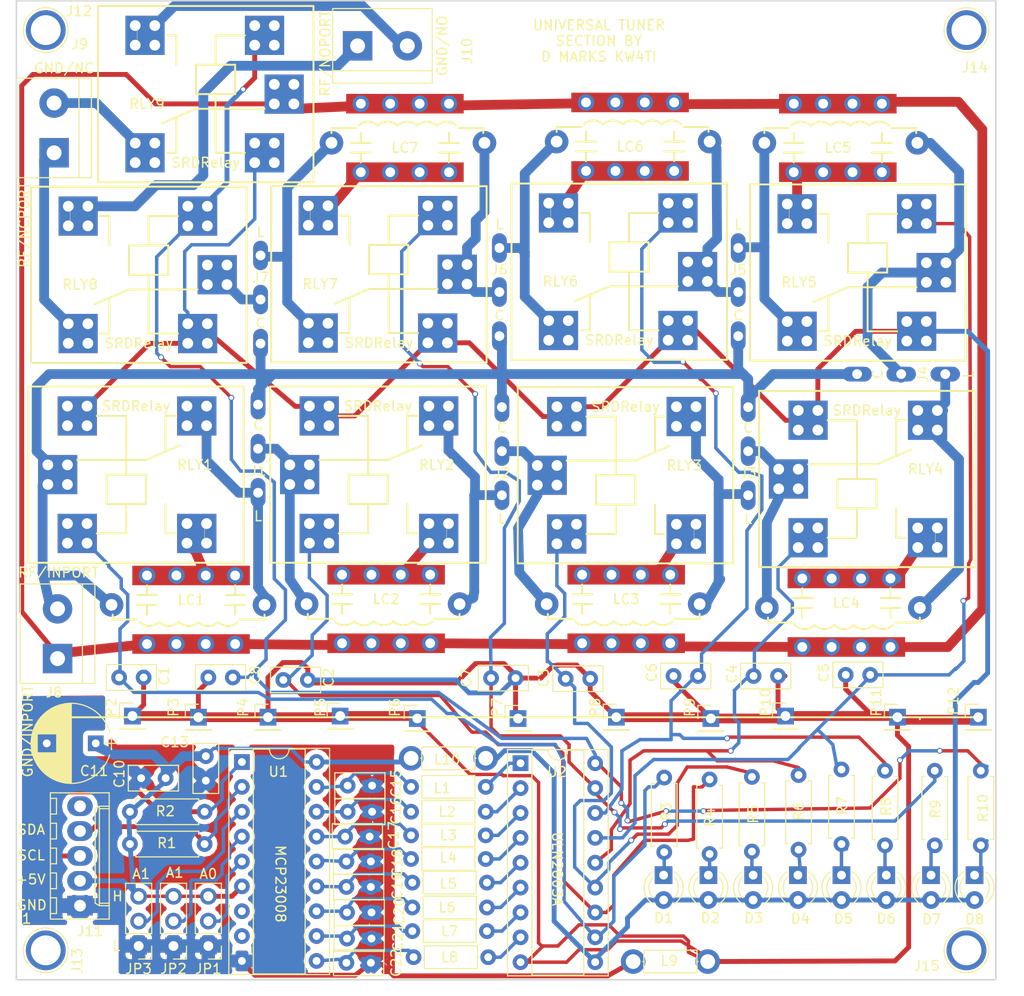
<source format=kicad_pcb>
(kicad_pcb (version 4) (host pcbnew 4.0.7)
  (layers (0 F.Cu signal) (31 B.Cu signal) (34 B.Paste user) (35 F.Paste user) (36 B.SilkS user) (37 F.SilkS user) (38 B.Mask user) (39 F.Mask user) (44 Edge.Cuts user))
  (net 0 "")
  (net 1 RFGND)
  (net 2 "Net-(J1-Pad2)")
  (net 3 "Net-(J1-Pad1)")
  (net 4 "Net-(J2-Pad2)")
  (net 5 "Net-(J2-Pad1)")
  (net 6 "Net-(J3-Pad2)")
  (net 7 "Net-(J3-Pad1)")
  (net 8 "Net-(J4-Pad2)")
  (net 9 "Net-(J4-Pad1)")
  (net 10 "Net-(J5-Pad2)")
  (net 11 "Net-(J5-Pad1)")
  (net 12 "Net-(J6-Pad2)")
  (net 13 "Net-(J6-Pad1)")
  (net 14 "Net-(J7-Pad2)")
  (net 15 "Net-(J7-Pad1)")
  (net 16 "Net-(LC2-Pad1)")
  (net 17 "Net-(LC4-Pad1)")
  (net 18 "Net-(LC6-Pad1)")
  (net 19 "Net-(LC1-Pad1)")
  (net 20 "Net-(LC3-Pad1)")
  (net 21 "Net-(LC5-Pad1)")
  (net 22 "Net-(LC7-Pad1)")
  (net 23 "Net-(J10-Pad1)")
  (net 24 "Net-(J9-Pad1)")
  (net 25 GND)
  (net 26 RLY1)
  (net 27 RLY2)
  (net 28 RLY3)
  (net 29 RLY4)
  (net 30 RLY5)
  (net 31 RLY6)
  (net 32 RLY7)
  (net 33 RLY8)
  (net 34 +5V)
  (net 35 "Net-(JP1-Pad2)")
  (net 36 "Net-(JP2-Pad2)")
  (net 37 "Net-(JP3-Pad2)")
  (net 38 "Net-(J11-Pad4)")
  (net 39 "Net-(J11-Pad3)")
  (net 40 RFPORT1)
  (net 41 "Net-(J9-Pad2)")
  (net 42 "Net-(J10-Pad2)")
  (net 43 "Net-(D1-Pad1)")
  (net 44 "Net-(D2-Pad1)")
  (net 45 "Net-(D3-Pad1)")
  (net 46 "Net-(D4-Pad1)")
  (net 47 "Net-(D5-Pad1)")
  (net 48 "Net-(D6-Pad1)")
  (net 49 "Net-(D7-Pad1)")
  (net 50 "Net-(D8-Pad1)")
  (net 51 RLYGND)
  (net 52 RLYPWR)
  (net 53 "Net-(C15-Pad1)")
  (net 54 "Net-(L1-Pad2)")
  (net 55 "Net-(C16-Pad1)")
  (net 56 "Net-(L2-Pad2)")
  (net 57 "Net-(C17-Pad1)")
  (net 58 "Net-(L3-Pad2)")
  (net 59 "Net-(C18-Pad1)")
  (net 60 "Net-(L4-Pad2)")
  (net 61 "Net-(C19-Pad1)")
  (net 62 "Net-(L5-Pad2)")
  (net 63 "Net-(C20-Pad1)")
  (net 64 "Net-(L6-Pad2)")
  (net 65 "Net-(C21-Pad1)")
  (net 66 "Net-(L7-Pad2)")
  (net 67 "Net-(C22-Pad1)")
  (net 68 "Net-(L8-Pad2)")
  (module LEDs:LED_D3.0mm (layer F.Cu) (at 138.811 139.319 270)
    (fp_text reference D6 (at 4.445 0 540) (layer F.SilkS))
    (fp_text value LED)
    (pad 1 thru_hole rect (at 0 0 270) (size 1.8 1.8) (drill 0.9) (layers *.Cu *.Mask) (net 48 "Net-(D6-Pad1)"))
    (pad 2 thru_hole circle (at 2.54 0 270) (size 1.8 1.8) (drill 0.9) (layers *.Cu *.Mask) (net 52 RLYPWR))
  )
  (module Housings_DIP:DIP-18_W7.62mm_Socket (layer F.Cu) (at 73.025 127.762)
    (fp_text reference U1 (at 3.72364 0.9906) (layer F.SilkS))
    (fp_text value MCP23008)
    (pad 1 thru_hole rect (at 0 0) (size 1.6 1.6) (drill 0.8) (layers *.Cu *.Mask) (net 39 "Net-(J11-Pad3)"))
    (pad 10 thru_hole oval (at 7.62 20.32) (size 1.6 1.6) (drill 0.8) (layers *.Cu *.Mask) (net 67 "Net-(C22-Pad1)"))
    (pad 2 thru_hole oval (at 0 2.54) (size 1.6 1.6) (drill 0.8) (layers *.Cu *.Mask) (net 38 "Net-(J11-Pad4)"))
    (pad 11 thru_hole oval (at 7.62 17.78) (size 1.6 1.6) (drill 0.8) (layers *.Cu *.Mask) (net 65 "Net-(C21-Pad1)"))
    (pad 3 thru_hole oval (at 0 5.08) (size 1.6 1.6) (drill 0.8) (layers *.Cu *.Mask) (net 37 "Net-(JP3-Pad2)"))
    (pad 12 thru_hole oval (at 7.62 15.24) (size 1.6 1.6) (drill 0.8) (layers *.Cu *.Mask) (net 63 "Net-(C20-Pad1)"))
    (pad 4 thru_hole oval (at 0 7.62) (size 1.6 1.6) (drill 0.8) (layers *.Cu *.Mask) (net 36 "Net-(JP2-Pad2)"))
    (pad 13 thru_hole oval (at 7.62 12.7) (size 1.6 1.6) (drill 0.8) (layers *.Cu *.Mask) (net 61 "Net-(C19-Pad1)"))
    (pad 5 thru_hole oval (at 0 10.16) (size 1.6 1.6) (drill 0.8) (layers *.Cu *.Mask) (net 35 "Net-(JP1-Pad2)"))
    (pad 14 thru_hole oval (at 7.62 10.16) (size 1.6 1.6) (drill 0.8) (layers *.Cu *.Mask) (net 59 "Net-(C18-Pad1)"))
    (pad 6 thru_hole oval (at 0 12.7) (size 1.6 1.6) (drill 0.8) (layers *.Cu *.Mask) (net 34 +5V))
    (pad 15 thru_hole oval (at 7.62 7.62) (size 1.6 1.6) (drill 0.8) (layers *.Cu *.Mask) (net 57 "Net-(C17-Pad1)"))
    (pad 7 thru_hole oval (at 0 15.24) (size 1.6 1.6) (drill 0.8) (layers *.Cu *.Mask))
    (pad 16 thru_hole oval (at 7.62 5.08) (size 1.6 1.6) (drill 0.8) (layers *.Cu *.Mask) (net 55 "Net-(C16-Pad1)"))
    (pad 8 thru_hole oval (at 0 17.78) (size 1.6 1.6) (drill 0.8) (layers *.Cu *.Mask))
    (pad 17 thru_hole oval (at 7.62 2.54) (size 1.6 1.6) (drill 0.8) (layers *.Cu *.Mask) (net 53 "Net-(C15-Pad1)"))
    (pad 9 thru_hole oval (at 0 20.32) (size 1.6 1.6) (drill 0.8) (layers *.Cu *.Mask) (net 25 GND))
    (pad 18 thru_hole oval (at 7.62 0) (size 1.6 1.6) (drill 0.8) (layers *.Cu *.Mask) (net 34 +5V))
  )
  (module Resistors_THT:R_Axial_DIN0207_L6.3mm_D2.5mm_P7.62mm_Horizontal (layer F.Cu) (at 61.595 132.842)
    (fp_text reference R2 (at 3.6068 -0.0508) (layer F.SilkS))
    (fp_text value 2.2k)
    (pad 1 thru_hole circle (at 0 0) (size 1.6 1.6) (drill 0.8) (layers *.Cu *.Mask) (net 34 +5V))
    (pad 2 thru_hole oval (at 7.62 0) (size 1.6 1.6) (drill 0.8) (layers *.Cu *.Mask) (net 39 "Net-(J11-Pad3)"))
  )
  (module LEDs:LED_D3.0mm (layer F.Cu) (at 125.222 139.319 270)
    (fp_text reference D3 (at 4.3815 -0.0635 540) (layer F.SilkS))
    (fp_text value LED)
    (pad 1 thru_hole rect (at 0 0 270) (size 1.8 1.8) (drill 0.9) (layers *.Cu *.Mask) (net 45 "Net-(D3-Pad1)"))
    (pad 2 thru_hole circle (at 2.54 0 270) (size 1.8 1.8) (drill 0.9) (layers *.Cu *.Mask) (net 52 RLYPWR))
  )
  (module Connectors_Molex:Molex_KK-6410-05_05x2.54mm_Straight (layer F.Cu) (at 56.49468 142.43812 90)
    (fp_text reference J11 (at -2.59588 1.03632 180) (layer F.SilkS))
    (fp_text value Conn_01x05)
    (pad 1 thru_hole rect (at 0 0 90) (size 2 2.6) (drill 1.2) (layers *.Cu *.Mask) (net 25 GND))
    (pad 2 thru_hole oval (at 2.54 0 90) (size 2 2.6) (drill 1.2) (layers *.Cu *.Mask) (net 34 +5V))
    (pad 3 thru_hole oval (at 5.08 0 90) (size 2 2.6) (drill 1.2) (layers *.Cu *.Mask) (net 39 "Net-(J11-Pad3)"))
    (pad 4 thru_hole oval (at 7.62 0 90) (size 2 2.6) (drill 1.2) (layers *.Cu *.Mask) (net 38 "Net-(J11-Pad4)"))
    (pad 5 thru_hole oval (at 10.16 0 90) (size 2 2.6) (drill 1.2) (layers *.Cu *.Mask))
  )
  (module Resistors_THT:R_Axial_DIN0207_L6.3mm_D2.5mm_P7.62mm_Horizontal (layer F.Cu) (at 143.764 136.271 90)
    (fp_text reference R9 (at 3.7084 0.0762 90) (layer F.SilkS))
    (fp_text value 1k)
    (pad 1 thru_hole circle (at 0 0 90) (size 1.6 1.6) (drill 0.8) (layers *.Cu *.Mask) (net 49 "Net-(D7-Pad1)"))
    (pad 2 thru_hole oval (at 7.62 0 90) (size 1.6 1.6) (drill 0.8) (layers *.Cu *.Mask) (net 32 RLY7))
  )
  (module LEDs:LED_D3.0mm (layer F.Cu) (at 120.65 139.319 270)
    (fp_text reference D2 (at 4.3815 -0.1905 540) (layer F.SilkS))
    (fp_text value LED)
    (pad 1 thru_hole rect (at 0 0 270) (size 1.8 1.8) (drill 0.9) (layers *.Cu *.Mask) (net 44 "Net-(D2-Pad1)"))
    (pad 2 thru_hole circle (at 2.54 0 270) (size 1.8 1.8) (drill 0.9) (layers *.Cu *.Mask) (net 52 RLYPWR))
  )
  (module Housings_DIP:DIP-18_W7.62mm_Socket (layer F.Cu) (at 101.473 127.889)
    (fp_text reference U2 (at 3.72364 0.889) (layer F.SilkS))
    (fp_text value ULN2803A)
    (pad 1 thru_hole rect (at 0 0) (size 1.6 1.6) (drill 0.8) (layers *.Cu *.Mask) (net 54 "Net-(L1-Pad2)"))
    (pad 10 thru_hole oval (at 7.62 20.32) (size 1.6 1.6) (drill 0.8) (layers *.Cu *.Mask) (net 52 RLYPWR))
    (pad 2 thru_hole oval (at 0 2.54) (size 1.6 1.6) (drill 0.8) (layers *.Cu *.Mask) (net 56 "Net-(L2-Pad2)"))
    (pad 11 thru_hole oval (at 7.62 17.78) (size 1.6 1.6) (drill 0.8) (layers *.Cu *.Mask) (net 26 RLY1))
    (pad 3 thru_hole oval (at 0 5.08) (size 1.6 1.6) (drill 0.8) (layers *.Cu *.Mask) (net 58 "Net-(L3-Pad2)"))
    (pad 12 thru_hole oval (at 7.62 15.24) (size 1.6 1.6) (drill 0.8) (layers *.Cu *.Mask) (net 27 RLY2))
    (pad 4 thru_hole oval (at 0 7.62) (size 1.6 1.6) (drill 0.8) (layers *.Cu *.Mask) (net 60 "Net-(L4-Pad2)"))
    (pad 13 thru_hole oval (at 7.62 12.7) (size 1.6 1.6) (drill 0.8) (layers *.Cu *.Mask) (net 28 RLY3))
    (pad 5 thru_hole oval (at 0 10.16) (size 1.6 1.6) (drill 0.8) (layers *.Cu *.Mask) (net 62 "Net-(L5-Pad2)"))
    (pad 14 thru_hole oval (at 7.62 10.16) (size 1.6 1.6) (drill 0.8) (layers *.Cu *.Mask) (net 29 RLY4))
    (pad 6 thru_hole oval (at 0 12.7) (size 1.6 1.6) (drill 0.8) (layers *.Cu *.Mask) (net 64 "Net-(L6-Pad2)"))
    (pad 15 thru_hole oval (at 7.62 7.62) (size 1.6 1.6) (drill 0.8) (layers *.Cu *.Mask) (net 30 RLY5))
    (pad 7 thru_hole oval (at 0 15.24) (size 1.6 1.6) (drill 0.8) (layers *.Cu *.Mask) (net 66 "Net-(L7-Pad2)"))
    (pad 16 thru_hole oval (at 7.62 5.08) (size 1.6 1.6) (drill 0.8) (layers *.Cu *.Mask) (net 31 RLY6))
    (pad 8 thru_hole oval (at 0 17.78) (size 1.6 1.6) (drill 0.8) (layers *.Cu *.Mask) (net 68 "Net-(L8-Pad2)"))
    (pad 17 thru_hole oval (at 7.62 2.54) (size 1.6 1.6) (drill 0.8) (layers *.Cu *.Mask) (net 32 RLY7))
    (pad 9 thru_hole oval (at 0 20.32) (size 1.6 1.6) (drill 0.8) (layers *.Cu *.Mask) (net 51 RLYGND))
    (pad 18 thru_hole oval (at 7.62 0) (size 1.6 1.6) (drill 0.8) (layers *.Cu *.Mask) (net 33 RLY8))
  )
  (module Connectors_Terminal_Blocks:TerminalBlock_bornier-2_P5.08mm (layer F.Cu) (at 54.2036 117.1956 90)
    (fp_text reference J8 (at -3.4544 -0.3556 180) (layer F.SilkS))
    (fp_text value Conn_01x02)
    (pad 1 thru_hole rect (at 0 0 90) (size 3 3) (drill 1.52) (layers *.Cu *.Mask) (net 1 RFGND))
    (pad 2 thru_hole circle (at 5.08 0 90) (size 3 3) (drill 1.52) (layers *.Cu *.Mask) (net 40 RFPORT1))
  )
  (module Connectors_Terminal_Blocks:TerminalBlock_bornier-2_P5.08mm (layer F.Cu) (at 84.836 54.61)
    (fp_text reference J10 (at 11.176 0.508 90) (layer F.SilkS))
    (fp_text value Conn_01x02)
    (pad 1 thru_hole rect (at 0 0) (size 3 3) (drill 1.52) (layers *.Cu *.Mask) (net 23 "Net-(J10-Pad1)"))
    (pad 2 thru_hole circle (at 5.08 0) (size 3 3) (drill 1.52) (layers *.Cu *.Mask) (net 42 "Net-(J10-Pad2)"))
  )
  (module Capacitors_THT:C_Disc_D5.0mm_W2.5mm_P2.50mm (layer F.Cu) (at 62.992 119.126 180)
    (fp_text reference C1 (at -2.0828 0.1524 270) (layer F.SilkS))
    (fp_text value "10 nF")
    (pad 1 thru_hole circle (at 0 0 180) (size 1.6 1.6) (drill 0.8) (layers *.Cu *.Mask) (net 51 RLYGND))
    (pad 2 thru_hole circle (at 2.5 0 180) (size 1.6 1.6) (drill 0.8) (layers *.Cu *.Mask) (net 26 RLY1))
  )
  (module Capacitors_THT:C_Disc_D5.0mm_W2.5mm_P2.50mm (layer F.Cu) (at 79.756 119.38 180)
    (fp_text reference C2 (at -2.1336 0.254 270) (layer F.SilkS))
    (fp_text value "10 nF")
    (pad 1 thru_hole circle (at 0 0 180) (size 1.6 1.6) (drill 0.8) (layers *.Cu *.Mask) (net 51 RLYGND))
    (pad 2 thru_hole circle (at 2.5 0 180) (size 1.6 1.6) (drill 0.8) (layers *.Cu *.Mask) (net 27 RLY2))
  )
  (module Capacitors_THT:C_Disc_D5.0mm_W2.5mm_P2.50mm (layer F.Cu) (at 108.585 119.253 180)
    (fp_text reference C3 (at 4.7498 0.0762 270) (layer F.SilkS))
    (fp_text value "10 nF")
    (pad 1 thru_hole circle (at 0 0 180) (size 1.6 1.6) (drill 0.8) (layers *.Cu *.Mask) (net 51 RLYGND))
    (pad 2 thru_hole circle (at 2.5 0 180) (size 1.6 1.6) (drill 0.8) (layers *.Cu *.Mask) (net 28 RLY3))
  )
  (module Capacitors_THT:C_Disc_D5.0mm_W2.5mm_P2.50mm (layer F.Cu) (at 127.762 118.9736 180)
    (fp_text reference C4 (at 4.699 0.2032 270) (layer F.SilkS))
    (fp_text value "10 nF")
    (pad 1 thru_hole circle (at 0 0 180) (size 1.6 1.6) (drill 0.8) (layers *.Cu *.Mask) (net 51 RLYGND))
    (pad 2 thru_hole circle (at 2.5 0 180) (size 1.6 1.6) (drill 0.8) (layers *.Cu *.Mask) (net 29 RLY4))
  )
  (module Capacitors_THT:C_Disc_D5.0mm_W2.5mm_P2.50mm (layer F.Cu) (at 134.6708 118.8593)
    (fp_text reference C5 (at -2.2352 -0.2159 90) (layer F.SilkS))
    (fp_text value "10 nF")
    (pad 1 thru_hole circle (at 0 0) (size 1.6 1.6) (drill 0.8) (layers *.Cu *.Mask) (net 51 RLYGND))
    (pad 2 thru_hole circle (at 2.5 0) (size 1.6 1.6) (drill 0.8) (layers *.Cu *.Mask) (net 30 RLY5))
  )
  (module Capacitors_THT:C_Disc_D5.0mm_W2.5mm_P2.50mm (layer F.Cu) (at 117.094 118.9736)
    (fp_text reference C6 (at -2.2352 -0.3556 90) (layer F.SilkS))
    (fp_text value "10 nF")
    (pad 1 thru_hole circle (at 0 0) (size 1.6 1.6) (drill 0.8) (layers *.Cu *.Mask) (net 51 RLYGND))
    (pad 2 thru_hole circle (at 2.5 0) (size 1.6 1.6) (drill 0.8) (layers *.Cu *.Mask) (net 31 RLY6))
  )
  (module Capacitors_THT:C_Disc_D5.0mm_W2.5mm_P2.50mm (layer F.Cu) (at 100.965 119.1895 180)
    (fp_text reference C7 (at 5.0038 0.0127 270) (layer F.SilkS))
    (fp_text value "10 nF")
    (pad 1 thru_hole circle (at 0 0 180) (size 1.6 1.6) (drill 0.8) (layers *.Cu *.Mask) (net 51 RLYGND))
    (pad 2 thru_hole circle (at 2.5 0 180) (size 1.6 1.6) (drill 0.8) (layers *.Cu *.Mask) (net 32 RLY7))
  )
  (module Capacitors_THT:C_Disc_D5.0mm_W2.5mm_P2.50mm (layer F.Cu) (at 69.596 119.126)
    (fp_text reference C8 (at 4.7752 -0.254 90) (layer F.SilkS))
    (fp_text value "10 nF")
    (pad 1 thru_hole circle (at 0 0) (size 1.6 1.6) (drill 0.8) (layers *.Cu *.Mask) (net 51 RLYGND))
    (pad 2 thru_hole circle (at 2.5 0) (size 1.6 1.6) (drill 0.8) (layers *.Cu *.Mask) (net 33 RLY8))
  )
  (module Capacitors_THT:C_Disc_D5.0mm_W2.5mm_P2.50mm (layer F.Cu) (at 62.738 129.413)
    (fp_text reference C10 (at -2.2225 -0.4445 90) (layer F.SilkS))
    (fp_text value "100 nF")
    (pad 1 thru_hole circle (at 0 0) (size 1.6 1.6) (drill 0.8) (layers *.Cu *.Mask) (net 25 GND))
    (pad 2 thru_hole circle (at 2.5 0) (size 1.6 1.6) (drill 0.8) (layers *.Cu *.Mask) (net 34 +5V))
  )
  (module Capacitors_THT:CP_Radial_D8.0mm_P5.00mm (layer F.Cu) (at 58.1025 125.857 180)
    (fp_text reference C11 (at 0.16256 -2.8194 360) (layer F.SilkS))
    (fp_text value "100 uF")
    (pad 1 thru_hole rect (at 0 0 180) (size 1.6 1.6) (drill 0.8) (layers *.Cu *.Mask) (net 34 +5V))
    (pad 2 thru_hole circle (at 5 0 180) (size 1.6 1.6) (drill 0.8) (layers *.Cu *.Mask) (net 25 GND))
  )
  (module Pin_Headers:Pin_Header_Straight_1x03_Pitch2.54mm (layer F.Cu) (at 69.596 146.558 180)
    (fp_text reference JP1 (at 0 -2.33 180) (layer F.SilkS))
    (fp_text value Jumper_NC_Dual)
    (pad 1 thru_hole rect (at 0 0 180) (size 1.7 1.7) (drill 1) (layers *.Cu *.Mask) (net 25 GND))
    (pad 2 thru_hole oval (at 0 2.54 180) (size 1.7 1.7) (drill 1) (layers *.Cu *.Mask) (net 35 "Net-(JP1-Pad2)"))
    (pad 3 thru_hole oval (at 0 5.08 180) (size 1.7 1.7) (drill 1) (layers *.Cu *.Mask) (net 34 +5V))
  )
  (module Pin_Headers:Pin_Header_Straight_1x03_Pitch2.54mm (layer F.Cu) (at 66.04 146.558 180)
    (fp_text reference JP2 (at 0 -2.33 180) (layer F.SilkS))
    (fp_text value Jumper_NC_Dual)
    (pad 1 thru_hole rect (at 0 0 180) (size 1.7 1.7) (drill 1) (layers *.Cu *.Mask) (net 25 GND))
    (pad 2 thru_hole oval (at 0 2.54 180) (size 1.7 1.7) (drill 1) (layers *.Cu *.Mask) (net 36 "Net-(JP2-Pad2)"))
    (pad 3 thru_hole oval (at 0 5.08 180) (size 1.7 1.7) (drill 1) (layers *.Cu *.Mask) (net 34 +5V))
  )
  (module Pin_Headers:Pin_Header_Straight_1x03_Pitch2.54mm (layer F.Cu) (at 62.484 146.558 180)
    (fp_text reference JP3 (at 0.0127 -2.3368 360) (layer F.SilkS))
    (fp_text value Jumper_NC_Dual)
    (pad 1 thru_hole rect (at 0 0 180) (size 1.7 1.7) (drill 1) (layers *.Cu *.Mask) (net 25 GND))
    (pad 2 thru_hole oval (at 0 2.54 180) (size 1.7 1.7) (drill 1) (layers *.Cu *.Mask) (net 37 "Net-(JP3-Pad2)"))
    (pad 3 thru_hole oval (at 0 5.08 180) (size 1.7 1.7) (drill 1) (layers *.Cu *.Mask) (net 34 +5V))
  )
  (module Resistors_THT:R_Axial_DIN0207_L6.3mm_D2.5mm_P7.62mm_Horizontal (layer F.Cu) (at 61.595 136.144)
    (fp_text reference R1 (at 3.7592 -0.1016) (layer F.SilkS))
    (fp_text value 2.2k)
    (pad 1 thru_hole circle (at 0 0) (size 1.6 1.6) (drill 0.8) (layers *.Cu *.Mask) (net 34 +5V))
    (pad 2 thru_hole oval (at 7.62 0) (size 1.6 1.6) (drill 0.8) (layers *.Cu *.Mask) (net 38 "Net-(J11-Pad4)"))
  )
  (module Connectors_Terminal_Blocks:TerminalBlock_bornier-2_P5.08mm (layer F.Cu) (at 53.848 65.532 90)
    (fp_text reference J9 (at 11.0998 2.6162 180) (layer F.SilkS))
    (fp_text value Conn_01x02)
    (pad 1 thru_hole rect (at 0 0 90) (size 3 3) (drill 1.52) (layers *.Cu *.Mask) (net 24 "Net-(J9-Pad1)"))
    (pad 2 thru_hole circle (at 5.08 0 90) (size 3 3) (drill 1.52) (layers *.Cu *.Mask) (net 41 "Net-(J9-Pad2)"))
  )
  (module Connectors:1pin (layer F.Cu) (at 53 53)
    (fp_text reference J12 (at 3.388 -1.946) (layer F.SilkS))
    (fp_text value Conn_01x01)
    (pad 1 thru_hole circle (at 0 0) (size 4.064 4.064) (drill 3.048) (layers *.Cu *.Mask))
  )
  (module Connectors:1pin (layer F.Cu) (at 53 147)
    (fp_text reference J13 (at 3.21528 1.082 90) (layer F.SilkS))
    (fp_text value Conn_01x01)
    (pad 1 thru_hole circle (at 0 0) (size 4.064 4.064) (drill 3.048) (layers *.Cu *.Mask))
  )
  (module Connectors:1pin (layer F.Cu) (at 147 53)
    (fp_text reference J14 (at 0.8534 3.8198) (layer F.SilkS))
    (fp_text value Conn_01x01)
    (pad 1 thru_hole circle (at 0 0) (size 4.064 4.064) (drill 3.048) (layers *.Cu *.Mask))
  )
  (module Connectors:1pin (layer F.Cu) (at 147 147)
    (fp_text reference J15 (at -4.0615 1.59) (layer F.SilkS))
    (fp_text value Conn_01x01)
    (pad e1 thru_hole circle (at 0 0) (size 4.064 4.064) (drill 3.048) (layers *.Cu *.Mask))
  )
  (module LEDs:LED_D3.0mm (layer F.Cu) (at 129.794 139.319 270)
    (fp_text reference D4 (at 4.445 -0.254 540) (layer F.SilkS))
    (fp_text value LED)
    (pad 1 thru_hole rect (at 0 0 270) (size 1.8 1.8) (drill 0.9) (layers *.Cu *.Mask) (net 46 "Net-(D4-Pad1)"))
    (pad 2 thru_hole circle (at 2.54 0 270) (size 1.8 1.8) (drill 0.9) (layers *.Cu *.Mask) (net 52 RLYPWR))
  )
  (module LEDs:LED_D3.0mm (layer F.Cu) (at 134.239 139.319 270)
    (fp_text reference D5 (at 4.445 -0.1905 540) (layer F.SilkS))
    (fp_text value LED)
    (pad 1 thru_hole rect (at 0 0 270) (size 1.8 1.8) (drill 0.9) (layers *.Cu *.Mask) (net 47 "Net-(D5-Pad1)"))
    (pad 2 thru_hole circle (at 2.54 0 270) (size 1.8 1.8) (drill 0.9) (layers *.Cu *.Mask) (net 52 RLYPWR))
  )
  (module LEDs:LED_D3.0mm (layer F.Cu) (at 143.383 139.319 270)
    (fp_text reference D7 (at 4.5085 -0.0635 540) (layer F.SilkS))
    (fp_text value LED)
    (pad 1 thru_hole rect (at 0 0 270) (size 1.8 1.8) (drill 0.9) (layers *.Cu *.Mask) (net 49 "Net-(D7-Pad1)"))
    (pad 2 thru_hole circle (at 2.54 0 270) (size 1.8 1.8) (drill 0.9) (layers *.Cu *.Mask) (net 52 RLYPWR))
  )
  (module LEDs:LED_D3.0mm (layer F.Cu) (at 147.828 139.319 270)
    (fp_text reference D8 (at 4.5085 0 540) (layer F.SilkS))
    (fp_text value LED)
    (pad 1 thru_hole rect (at 0 0 270) (size 1.8 1.8) (drill 0.9) (layers *.Cu *.Mask) (net 50 "Net-(D8-Pad1)"))
    (pad 2 thru_hole circle (at 2.54 0 270) (size 1.8 1.8) (drill 0.9) (layers *.Cu *.Mask) (net 52 RLYPWR))
  )
  (module Resistors_THT:R_Axial_DIN0207_L6.3mm_D2.5mm_P7.62mm_Horizontal (layer F.Cu) (at 116.1415 136.9695 90)
    (fp_text reference R3 (at 4.1529 0.2286 90) (layer F.SilkS))
    (fp_text value 1k)
    (pad 1 thru_hole circle (at 0 0 90) (size 1.6 1.6) (drill 0.8) (layers *.Cu *.Mask) (net 43 "Net-(D1-Pad1)"))
    (pad 2 thru_hole oval (at 7.62 0 90) (size 1.6 1.6) (drill 0.8) (layers *.Cu *.Mask) (net 26 RLY1))
  )
  (module Resistors_THT:R_Axial_DIN0207_L6.3mm_D2.5mm_P7.62mm_Horizontal (layer F.Cu) (at 120.777 137.16 90)
    (fp_text reference R4 (at 3.7465 0.0254 90) (layer F.SilkS))
    (fp_text value 1k)
    (pad 1 thru_hole circle (at 0 0 90) (size 1.6 1.6) (drill 0.8) (layers *.Cu *.Mask) (net 44 "Net-(D2-Pad1)"))
    (pad 2 thru_hole oval (at 7.62 0 90) (size 1.6 1.6) (drill 0.8) (layers *.Cu *.Mask) (net 27 RLY2))
  )
  (module Resistors_THT:R_Axial_DIN0207_L6.3mm_D2.5mm_P7.62mm_Horizontal (layer F.Cu) (at 125.095 136.906 90)
    (fp_text reference R5 (at 3.8227 0.1397 90) (layer F.SilkS))
    (fp_text value 1k)
    (pad 1 thru_hole circle (at 0 0 90) (size 1.6 1.6) (drill 0.8) (layers *.Cu *.Mask) (net 45 "Net-(D3-Pad1)"))
    (pad 2 thru_hole oval (at 7.62 0 90) (size 1.6 1.6) (drill 0.8) (layers *.Cu *.Mask) (net 28 RLY3))
  )
  (module Resistors_THT:R_Axial_DIN0207_L6.3mm_D2.5mm_P7.62mm_Horizontal (layer F.Cu) (at 129.8575 136.7155 90)
    (fp_text reference R6 (at 3.937 0.0127 90) (layer F.SilkS))
    (fp_text value 1k)
    (pad 1 thru_hole circle (at 0 0 90) (size 1.6 1.6) (drill 0.8) (layers *.Cu *.Mask) (net 46 "Net-(D4-Pad1)"))
    (pad 2 thru_hole oval (at 7.62 0 90) (size 1.6 1.6) (drill 0.8) (layers *.Cu *.Mask) (net 29 RLY4))
  )
  (module Resistors_THT:R_Axial_DIN0207_L6.3mm_D2.5mm_P7.62mm_Horizontal (layer F.Cu) (at 134.239 136.144 90)
    (fp_text reference R7 (at 3.9116 0.0762 90) (layer F.SilkS))
    (fp_text value 1k)
    (pad 1 thru_hole circle (at 0 0 90) (size 1.6 1.6) (drill 0.8) (layers *.Cu *.Mask) (net 47 "Net-(D5-Pad1)"))
    (pad 2 thru_hole oval (at 7.62 0 90) (size 1.6 1.6) (drill 0.8) (layers *.Cu *.Mask) (net 30 RLY5))
  )
  (module Resistors_THT:R_Axial_DIN0207_L6.3mm_D2.5mm_P7.62mm_Horizontal (layer F.Cu) (at 138.684 136.271 90)
    (fp_text reference R8 (at 3.9624 0.1016 90) (layer F.SilkS))
    (fp_text value 1k)
    (pad 1 thru_hole circle (at 0 0 90) (size 1.6 1.6) (drill 0.8) (layers *.Cu *.Mask) (net 48 "Net-(D6-Pad1)"))
    (pad 2 thru_hole oval (at 7.62 0 90) (size 1.6 1.6) (drill 0.8) (layers *.Cu *.Mask) (net 31 RLY6))
  )
  (module Resistors_THT:R_Axial_DIN0207_L6.3mm_D2.5mm_P7.62mm_Horizontal (layer F.Cu) (at 148.463 136.271 90)
    (fp_text reference R10 (at 3.7973 0.2159 90) (layer F.SilkS))
    (fp_text value 1k)
    (pad 1 thru_hole circle (at 0 0 90) (size 1.6 1.6) (drill 0.8) (layers *.Cu *.Mask) (net 50 "Net-(D8-Pad1)"))
    (pad 2 thru_hole oval (at 7.62 0 90) (size 1.6 1.6) (drill 0.8) (layers *.Cu *.Mask) (net 33 RLY8))
  )
  (module tuner:MultiCAPIND (layer F.Cu) (at 87.249 111.633 270)
    (fp_text reference LC2 (at -0.5 -0.5 360) (layer F.SilkS))
    (fp_text value CAPIND)
    (pad 1 thru_hole circle (at -3 -5 270) (size 1.7 1.7) (drill 1) (layers *.Cu *.Mask) (net 16 "Net-(LC2-Pad1)"))
    (pad 1 thru_hole circle (at -3 -2 270) (size 1.7 1.7) (drill 1) (layers *.Cu *.Mask) (net 16 "Net-(LC2-Pad1)"))
    (pad 1 thru_hole circle (at -3 1 270) (size 1.7 1.7) (drill 1) (layers *.Cu *.Mask) (net 16 "Net-(LC2-Pad1)"))
    (pad 1 thru_hole circle (at -3 4 270) (size 1.7 1.7) (drill 1) (layers *.Cu *.Mask) (net 16 "Net-(LC2-Pad1)"))
    (pad 2 thru_hole circle (at 4 -5 270) (size 1.7 1.7) (drill 1) (layers *.Cu *.Mask) (net 1 RFGND))
    (pad 2 thru_hole circle (at 4 -2 270) (size 1.7 1.7) (drill 1) (layers *.Cu *.Mask) (net 1 RFGND))
    (pad 2 thru_hole circle (at 4 1 270) (size 1.7 1.7) (drill 1) (layers *.Cu *.Mask) (net 1 RFGND))
    (pad 2 thru_hole circle (at 4 4 270) (size 1.7 1.7) (drill 1) (layers *.Cu *.Mask) (net 1 RFGND))
    (pad 1 smd rect (at -3 -0.5 270) (size 2 12) (layers F.Cu F.Paste F.Mask) (net 16 "Net-(LC2-Pad1)"))
    (pad 2 smd rect (at 4 -0.5 270) (size 2 12) (layers F.Cu F.Paste F.Mask) (net 1 RFGND))
    (pad 3 thru_hole circle (at 0 -8 270) (size 2.4 2.4) (drill 1.2) (layers *.Cu *.Mask) (net 5 "Net-(J2-Pad1)"))
    (pad 4 thru_hole circle (at 0 7.62 270) (size 2.4 2.4) (drill 1.2) (layers *.Cu *.Mask) (net 2 "Net-(J1-Pad2)"))
  )
  (module tuner:MultiCAPIND (layer F.Cu) (at 67.3354 111.7092 270)
    (fp_text reference LC1 (at -0.5 -0.5 360) (layer F.SilkS))
    (fp_text value CAPIND)
    (pad 1 thru_hole circle (at -3 -5 270) (size 1.7 1.7) (drill 1) (layers *.Cu *.Mask) (net 19 "Net-(LC1-Pad1)"))
    (pad 1 thru_hole circle (at -3 -2 270) (size 1.7 1.7) (drill 1) (layers *.Cu *.Mask) (net 19 "Net-(LC1-Pad1)"))
    (pad 1 thru_hole circle (at -3 1 270) (size 1.7 1.7) (drill 1) (layers *.Cu *.Mask) (net 19 "Net-(LC1-Pad1)"))
    (pad 1 thru_hole circle (at -3 4 270) (size 1.7 1.7) (drill 1) (layers *.Cu *.Mask) (net 19 "Net-(LC1-Pad1)"))
    (pad 2 thru_hole circle (at 4 -5 270) (size 1.7 1.7) (drill 1) (layers *.Cu *.Mask) (net 1 RFGND))
    (pad 2 thru_hole circle (at 4 -2 270) (size 1.7 1.7) (drill 1) (layers *.Cu *.Mask) (net 1 RFGND))
    (pad 2 thru_hole circle (at 4 1 270) (size 1.7 1.7) (drill 1) (layers *.Cu *.Mask) (net 1 RFGND))
    (pad 2 thru_hole circle (at 4 4 270) (size 1.7 1.7) (drill 1) (layers *.Cu *.Mask) (net 1 RFGND))
    (pad 1 smd rect (at -3 -0.5 270) (size 2 12) (layers F.Cu F.Paste F.Mask) (net 19 "Net-(LC1-Pad1)"))
    (pad 2 smd rect (at 4 -0.5 270) (size 2 12) (layers F.Cu F.Paste F.Mask) (net 1 RFGND))
    (pad 3 thru_hole circle (at 0 -8 270) (size 2.4 2.4) (drill 1.2) (layers *.Cu *.Mask) (net 3 "Net-(J1-Pad1)"))
    (pad 4 thru_hole circle (at 0 7.62 270) (size 2.4 2.4) (drill 1.2) (layers *.Cu *.Mask) (net 40 RFPORT1))
  )
  (module tuner:MultiCAPIND (layer F.Cu) (at 111.76 111.633 270)
    (fp_text reference LC3 (at -0.5 -0.5 360) (layer F.SilkS))
    (fp_text value CAPIND)
    (pad 1 thru_hole circle (at -3 -5 270) (size 1.7 1.7) (drill 1) (layers *.Cu *.Mask) (net 20 "Net-(LC3-Pad1)"))
    (pad 1 thru_hole circle (at -3 -2 270) (size 1.7 1.7) (drill 1) (layers *.Cu *.Mask) (net 20 "Net-(LC3-Pad1)"))
    (pad 1 thru_hole circle (at -3 1 270) (size 1.7 1.7) (drill 1) (layers *.Cu *.Mask) (net 20 "Net-(LC3-Pad1)"))
    (pad 1 thru_hole circle (at -3 4 270) (size 1.7 1.7) (drill 1) (layers *.Cu *.Mask) (net 20 "Net-(LC3-Pad1)"))
    (pad 2 thru_hole circle (at 4 -5 270) (size 1.7 1.7) (drill 1) (layers *.Cu *.Mask) (net 1 RFGND))
    (pad 2 thru_hole circle (at 4 -2 270) (size 1.7 1.7) (drill 1) (layers *.Cu *.Mask) (net 1 RFGND))
    (pad 2 thru_hole circle (at 4 1 270) (size 1.7 1.7) (drill 1) (layers *.Cu *.Mask) (net 1 RFGND))
    (pad 2 thru_hole circle (at 4 4 270) (size 1.7 1.7) (drill 1) (layers *.Cu *.Mask) (net 1 RFGND))
    (pad 1 smd rect (at -3 -0.5 270) (size 2 12) (layers F.Cu F.Paste F.Mask) (net 20 "Net-(LC3-Pad1)"))
    (pad 2 smd rect (at 4 -0.5 270) (size 2 12) (layers F.Cu F.Paste F.Mask) (net 1 RFGND))
    (pad 3 thru_hole circle (at 0 -8 270) (size 2.4 2.4) (drill 1.2) (layers *.Cu *.Mask) (net 7 "Net-(J3-Pad1)"))
    (pad 4 thru_hole circle (at 0 7.62 270) (size 2.4 2.4) (drill 1.2) (layers *.Cu *.Mask) (net 4 "Net-(J2-Pad2)"))
  )
  (module tuner:MultiCAPIND (layer F.Cu) (at 134.239 112.014 270)
    (fp_text reference LC4 (at -0.5 -0.5 360) (layer F.SilkS))
    (fp_text value CAPIND)
    (pad 1 thru_hole circle (at -3 -5 270) (size 1.7 1.7) (drill 1) (layers *.Cu *.Mask) (net 17 "Net-(LC4-Pad1)"))
    (pad 1 thru_hole circle (at -3 -2 270) (size 1.7 1.7) (drill 1) (layers *.Cu *.Mask) (net 17 "Net-(LC4-Pad1)"))
    (pad 1 thru_hole circle (at -3 1 270) (size 1.7 1.7) (drill 1) (layers *.Cu *.Mask) (net 17 "Net-(LC4-Pad1)"))
    (pad 1 thru_hole circle (at -3 4 270) (size 1.7 1.7) (drill 1) (layers *.Cu *.Mask) (net 17 "Net-(LC4-Pad1)"))
    (pad 2 thru_hole circle (at 4 -5 270) (size 1.7 1.7) (drill 1) (layers *.Cu *.Mask) (net 1 RFGND))
    (pad 2 thru_hole circle (at 4 -2 270) (size 1.7 1.7) (drill 1) (layers *.Cu *.Mask) (net 1 RFGND))
    (pad 2 thru_hole circle (at 4 1 270) (size 1.7 1.7) (drill 1) (layers *.Cu *.Mask) (net 1 RFGND))
    (pad 2 thru_hole circle (at 4 4 270) (size 1.7 1.7) (drill 1) (layers *.Cu *.Mask) (net 1 RFGND))
    (pad 1 smd rect (at -3 -0.5 270) (size 2 12) (layers F.Cu F.Paste F.Mask) (net 17 "Net-(LC4-Pad1)"))
    (pad 2 smd rect (at 4 -0.5 270) (size 2 12) (layers F.Cu F.Paste F.Mask) (net 1 RFGND))
    (pad 3 thru_hole circle (at 0 -8 270) (size 2.4 2.4) (drill 1.2) (layers *.Cu *.Mask) (net 9 "Net-(J4-Pad1)"))
    (pad 4 thru_hole circle (at 0 7.62 270) (size 2.4 2.4) (drill 1.2) (layers *.Cu *.Mask) (net 6 "Net-(J3-Pad2)"))
  )
  (module tuner:MultiCAPIND (layer F.Cu) (at 134.366 64.516 90)
    (fp_text reference LC5 (at -0.5 -0.5 180) (layer F.SilkS))
    (fp_text value CAPIND)
    (pad 1 thru_hole circle (at -3 -5 90) (size 1.7 1.7) (drill 1) (layers *.Cu *.Mask) (net 21 "Net-(LC5-Pad1)"))
    (pad 1 thru_hole circle (at -3 -2 90) (size 1.7 1.7) (drill 1) (layers *.Cu *.Mask) (net 21 "Net-(LC5-Pad1)"))
    (pad 1 thru_hole circle (at -3 1 90) (size 1.7 1.7) (drill 1) (layers *.Cu *.Mask) (net 21 "Net-(LC5-Pad1)"))
    (pad 1 thru_hole circle (at -3 4 90) (size 1.7 1.7) (drill 1) (layers *.Cu *.Mask) (net 21 "Net-(LC5-Pad1)"))
    (pad 2 thru_hole circle (at 4 -5 90) (size 1.7 1.7) (drill 1) (layers *.Cu *.Mask) (net 1 RFGND))
    (pad 2 thru_hole circle (at 4 -2 90) (size 1.7 1.7) (drill 1) (layers *.Cu *.Mask) (net 1 RFGND))
    (pad 2 thru_hole circle (at 4 1 90) (size 1.7 1.7) (drill 1) (layers *.Cu *.Mask) (net 1 RFGND))
    (pad 2 thru_hole circle (at 4 4 90) (size 1.7 1.7) (drill 1) (layers *.Cu *.Mask) (net 1 RFGND))
    (pad 1 smd rect (at -3 -0.5 90) (size 2 12) (layers F.Cu F.Paste F.Mask) (net 21 "Net-(LC5-Pad1)"))
    (pad 2 smd rect (at 4 -0.5 90) (size 2 12) (layers F.Cu F.Paste F.Mask) (net 1 RFGND))
    (pad 3 thru_hole circle (at 0 -8 90) (size 2.4 2.4) (drill 1.2) (layers *.Cu *.Mask) (net 11 "Net-(J5-Pad1)"))
    (pad 4 thru_hole circle (at 0 7.62 90) (size 2.4 2.4) (drill 1.2) (layers *.Cu *.Mask) (net 8 "Net-(J4-Pad2)"))
  )
  (module tuner:MultiCAPIND (layer F.Cu) (at 113.157 64.389 90)
    (fp_text reference LC6 (at -0.5 -0.5 180) (layer F.SilkS))
    (fp_text value CAPIND)
    (pad 1 thru_hole circle (at -3 -5 90) (size 1.7 1.7) (drill 1) (layers *.Cu *.Mask) (net 18 "Net-(LC6-Pad1)"))
    (pad 1 thru_hole circle (at -3 -2 90) (size 1.7 1.7) (drill 1) (layers *.Cu *.Mask) (net 18 "Net-(LC6-Pad1)"))
    (pad 1 thru_hole circle (at -3 1 90) (size 1.7 1.7) (drill 1) (layers *.Cu *.Mask) (net 18 "Net-(LC6-Pad1)"))
    (pad 1 thru_hole circle (at -3 4 90) (size 1.7 1.7) (drill 1) (layers *.Cu *.Mask) (net 18 "Net-(LC6-Pad1)"))
    (pad 2 thru_hole circle (at 4 -5 90) (size 1.7 1.7) (drill 1) (layers *.Cu *.Mask) (net 1 RFGND))
    (pad 2 thru_hole circle (at 4 -2 90) (size 1.7 1.7) (drill 1) (layers *.Cu *.Mask) (net 1 RFGND))
    (pad 2 thru_hole circle (at 4 1 90) (size 1.7 1.7) (drill 1) (layers *.Cu *.Mask) (net 1 RFGND))
    (pad 2 thru_hole circle (at 4 4 90) (size 1.7 1.7) (drill 1) (layers *.Cu *.Mask) (net 1 RFGND))
    (pad 1 smd rect (at -3 -0.5 90) (size 2 12) (layers F.Cu F.Paste F.Mask) (net 18 "Net-(LC6-Pad1)"))
    (pad 2 smd rect (at 4 -0.5 90) (size 2 12) (layers F.Cu F.Paste F.Mask) (net 1 RFGND))
    (pad 3 thru_hole circle (at 0 -8 90) (size 2.4 2.4) (drill 1.2) (layers *.Cu *.Mask) (net 13 "Net-(J6-Pad1)"))
    (pad 4 thru_hole circle (at 0 7.62 90) (size 2.4 2.4) (drill 1.2) (layers *.Cu *.Mask) (net 10 "Net-(J5-Pad2)"))
  )
  (module tuner:MultiCAPIND (layer F.Cu) (at 90.17 64.516 90)
    (fp_text reference LC7 (at -0.5 -0.5 180) (layer F.SilkS))
    (fp_text value CAPIND)
    (pad 1 thru_hole circle (at -3 -5 90) (size 1.7 1.7) (drill 1) (layers *.Cu *.Mask) (net 22 "Net-(LC7-Pad1)"))
    (pad 1 thru_hole circle (at -3 -2 90) (size 1.7 1.7) (drill 1) (layers *.Cu *.Mask) (net 22 "Net-(LC7-Pad1)"))
    (pad 1 thru_hole circle (at -3 1 90) (size 1.7 1.7) (drill 1) (layers *.Cu *.Mask) (net 22 "Net-(LC7-Pad1)"))
    (pad 1 thru_hole circle (at -3 4 90) (size 1.7 1.7) (drill 1) (layers *.Cu *.Mask) (net 22 "Net-(LC7-Pad1)"))
    (pad 2 thru_hole circle (at 4 -5 90) (size 1.7 1.7) (drill 1) (layers *.Cu *.Mask) (net 1 RFGND))
    (pad 2 thru_hole circle (at 4 -2 90) (size 1.7 1.7) (drill 1) (layers *.Cu *.Mask) (net 1 RFGND))
    (pad 2 thru_hole circle (at 4 1 90) (size 1.7 1.7) (drill 1) (layers *.Cu *.Mask) (net 1 RFGND))
    (pad 2 thru_hole circle (at 4 4 90) (size 1.7 1.7) (drill 1) (layers *.Cu *.Mask) (net 1 RFGND))
    (pad 1 smd rect (at -3 -0.5 90) (size 2 12) (layers F.Cu F.Paste F.Mask) (net 22 "Net-(LC7-Pad1)"))
    (pad 2 smd rect (at 4 -0.5 90) (size 2 12) (layers F.Cu F.Paste F.Mask) (net 1 RFGND))
    (pad 3 thru_hole circle (at 0 -8 90) (size 2.4 2.4) (drill 1.2) (layers *.Cu *.Mask) (net 15 "Net-(J7-Pad1)"))
    (pad 4 thru_hole circle (at 0 7.62 90) (size 2.4 2.4) (drill 1.2) (layers *.Cu *.Mask) (net 12 "Net-(J6-Pad2)"))
  )
  (module Capacitors_THT:C_Disc_D5.0mm_W2.5mm_P2.50mm (layer F.Cu) (at 69.342 129.667 90)
    (fp_text reference C13 (at 3.937 -3.175 180) (layer F.SilkS))
    (fp_text value "100 nF")
    (pad 1 thru_hole circle (at 0 0 90) (size 1.6 1.6) (drill 0.8) (layers *.Cu *.Mask) (net 25 GND))
    (pad 2 thru_hole circle (at 2.5 0 90) (size 1.6 1.6) (drill 0.8) (layers *.Cu *.Mask) (net 34 +5V))
  )
  (module tuner:SRDXXRelay (layer F.Cu) (at 111.1885 97.4725)
    (fp_text reference RLY3 (at 7 0) (layer F.SilkS))
    (fp_text value SPDTRelay)
    (fp_text user SRDRelay (at 1 -6) (layer F.SilkS))
    (pad 3 smd rect (at 7.2 7) (size 4 4) (layers B.Cu B.Paste B.Mask) (net 20 "Net-(LC3-Pad1)"))
    (pad 5 smd rect (at -5 7) (size 4 4) (layers B.Cu B.Paste B.Mask) (net 28 RLY3))
    (pad 2 smd rect (at 7.2 -5) (size 4 4) (layers B.Cu B.Paste B.Mask) (net 7 "Net-(J3-Pad1)"))
    (pad 1 smd rect (at -7 1) (size 4 4) (layers B.Cu B.Paste B.Mask) (net 4 "Net-(J2-Pad2)"))
    (pad 4 thru_hole circle (at -6 -6) (size 1.524 1.524) (drill 1.1) (layers *.Cu *.Mask) (net 52 RLYPWR))
    (pad 2 thru_hole circle (at 6.2 -6) (size 1.524 1.524) (drill 1.1) (layers *.Cu *.Mask) (net 7 "Net-(J3-Pad1)"))
    (pad 3 thru_hole circle (at 6.2 6) (size 1.524 1.524) (drill 1.1) (layers *.Cu *.Mask) (net 20 "Net-(LC3-Pad1)"))
    (pad 1 thru_hole circle (at -8 0) (size 1.524 1.524) (drill 1.1) (layers *.Cu *.Mask) (net 4 "Net-(J2-Pad2)"))
    (pad 5 thru_hole circle (at -6 6) (size 1.524 1.524) (drill 1.1) (layers *.Cu *.Mask) (net 28 RLY3))
    (pad 1 thru_hole circle (at -6 0) (size 1.524 1.524) (drill 1.1) (layers *.Cu *.Mask) (net 4 "Net-(J2-Pad2)"))
    (pad 1 thru_hole circle (at -8 2) (size 1.524 1.524) (drill 1.1) (layers *.Cu *.Mask) (net 4 "Net-(J2-Pad2)"))
    (pad 1 thru_hole circle (at -6 2) (size 1.524 1.524) (drill 1.1) (layers *.Cu *.Mask) (net 4 "Net-(J2-Pad2)"))
    (pad 4 thru_hole circle (at -4 -6) (size 1.524 1.524) (drill 1.1) (layers *.Cu *.Mask) (net 52 RLYPWR))
    (pad 4 thru_hole circle (at -6 -4) (size 1.524 1.524) (drill 1.1) (layers *.Cu *.Mask) (net 52 RLYPWR))
    (pad 4 thru_hole circle (at -4 -4) (size 1.524 1.524) (drill 1.1) (layers *.Cu *.Mask) (net 52 RLYPWR))
    (pad 5 thru_hole circle (at -4 6) (size 1.524 1.524) (drill 1.1) (layers *.Cu *.Mask) (net 28 RLY3))
    (pad 5 thru_hole circle (at -6 8) (size 1.524 1.524) (drill 1.1) (layers *.Cu *.Mask) (net 28 RLY3))
    (pad 5 thru_hole circle (at -4 8) (size 1.524 1.524) (drill 1.1) (layers *.Cu *.Mask) (net 28 RLY3))
    (pad 3 thru_hole circle (at 8.2 6) (size 1.524 1.524) (drill 1.1) (layers *.Cu *.Mask) (net 20 "Net-(LC3-Pad1)"))
    (pad 3 thru_hole circle (at 6.2 8) (size 1.524 1.524) (drill 1.1) (layers *.Cu *.Mask) (net 20 "Net-(LC3-Pad1)"))
    (pad 3 thru_hole circle (at 8.2 8) (size 1.524 1.524) (drill 1.1) (layers *.Cu *.Mask) (net 20 "Net-(LC3-Pad1)"))
    (pad 2 thru_hole circle (at 8.2 -6) (size 1.524 1.524) (drill 1.1) (layers *.Cu *.Mask) (net 7 "Net-(J3-Pad1)"))
    (pad 2 thru_hole circle (at 6.2 -4) (size 1.524 1.524) (drill 1.1) (layers *.Cu *.Mask) (net 7 "Net-(J3-Pad1)"))
    (pad 2 thru_hole circle (at 8.2 -4) (size 1.524 1.524) (drill 1.1) (layers *.Cu *.Mask) (net 7 "Net-(J3-Pad1)"))
    (pad 1 smd rect (at -7 1) (size 4 4) (layers F.Cu F.Paste F.Mask) (net 4 "Net-(J2-Pad2)"))
    (pad 4 smd rect (at -5 -5) (size 4 4) (layers F.Cu F.Paste F.Mask) (net 52 RLYPWR))
    (pad 3 smd rect (at 7.2 7) (size 4 4) (layers F.Cu F.Paste F.Mask) (net 20 "Net-(LC3-Pad1)"))
    (pad 5 smd rect (at -5 7) (size 4 4) (layers F.Cu F.Paste F.Mask) (net 28 RLY3))
    (pad 2 smd rect (at 7.2 -5) (size 4 4) (layers F.Cu F.Paste F.Mask) (net 7 "Net-(J3-Pad1)"))
    (pad 4 smd rect (at -5 -5) (size 4 4) (layers B.Cu B.Paste B.Mask) (net 52 RLYPWR))
  )
  (module tuner:SRDXXRelay (layer F.Cu) (at 88.011 78.9432 180)
    (fp_text reference RLY7 (at 7 0 180) (layer F.SilkS))
    (fp_text value SPDTRelay)
    (fp_text user SRDRelay (at 1 -6 180) (layer F.SilkS))
    (pad 3 smd rect (at 7.2 7 180) (size 4 4) (layers B.Cu B.Paste B.Mask) (net 22 "Net-(LC7-Pad1)"))
    (pad 5 smd rect (at -5 7 180) (size 4 4) (layers B.Cu B.Paste B.Mask) (net 32 RLY7))
    (pad 2 smd rect (at 7.2 -5 180) (size 4 4) (layers B.Cu B.Paste B.Mask) (net 15 "Net-(J7-Pad1)"))
    (pad 1 smd rect (at -7 1 180) (size 4 4) (layers B.Cu B.Paste B.Mask) (net 12 "Net-(J6-Pad2)"))
    (pad 4 thru_hole circle (at -6 -6 180) (size 1.524 1.524) (drill 1.1) (layers *.Cu *.Mask) (net 52 RLYPWR))
    (pad 2 thru_hole circle (at 6.2 -6 180) (size 1.524 1.524) (drill 1.1) (layers *.Cu *.Mask) (net 15 "Net-(J7-Pad1)"))
    (pad 3 thru_hole circle (at 6.2 6 180) (size 1.524 1.524) (drill 1.1) (layers *.Cu *.Mask) (net 22 "Net-(LC7-Pad1)"))
    (pad 1 thru_hole circle (at -8 0 180) (size 1.524 1.524) (drill 1.1) (layers *.Cu *.Mask) (net 12 "Net-(J6-Pad2)"))
    (pad 5 thru_hole circle (at -6 6 180) (size 1.524 1.524) (drill 1.1) (layers *.Cu *.Mask) (net 32 RLY7))
    (pad 1 thru_hole circle (at -6 0 180) (size 1.524 1.524) (drill 1.1) (layers *.Cu *.Mask) (net 12 "Net-(J6-Pad2)"))
    (pad 1 thru_hole circle (at -8 2 180) (size 1.524 1.524) (drill 1.1) (layers *.Cu *.Mask) (net 12 "Net-(J6-Pad2)"))
    (pad 1 thru_hole circle (at -6 2 180) (size 1.524 1.524) (drill 1.1) (layers *.Cu *.Mask) (net 12 "Net-(J6-Pad2)"))
    (pad 4 thru_hole circle (at -4 -6 180) (size 1.524 1.524) (drill 1.1) (layers *.Cu *.Mask) (net 52 RLYPWR))
    (pad 4 thru_hole circle (at -6 -4 180) (size 1.524 1.524) (drill 1.1) (layers *.Cu *.Mask) (net 52 RLYPWR))
    (pad 4 thru_hole circle (at -4 -4 180) (size 1.524 1.524) (drill 1.1) (layers *.Cu *.Mask) (net 52 RLYPWR))
    (pad 5 thru_hole circle (at -4 6 180) (size 1.524 1.524) (drill 1.1) (layers *.Cu *.Mask) (net 32 RLY7))
    (pad 5 thru_hole circle (at -6 8 180) (size 1.524 1.524) (drill 1.1) (layers *.Cu *.Mask) (net 32 RLY7))
    (pad 5 thru_hole circle (at -4 8 180) (size 1.524 1.524) (drill 1.1) (layers *.Cu *.Mask) (net 32 RLY7))
    (pad 3 thru_hole circle (at 8.2 6 180) (size 1.524 1.524) (drill 1.1) (layers *.Cu *.Mask) (net 22 "Net-(LC7-Pad1)"))
    (pad 3 thru_hole circle (at 6.2 8 180) (size 1.524 1.524) (drill 1.1) (layers *.Cu *.Mask) (net 22 "Net-(LC7-Pad1)"))
    (pad 3 thru_hole circle (at 8.2 8 180) (size 1.524 1.524) (drill 1.1) (layers *.Cu *.Mask) (net 22 "Net-(LC7-Pad1)"))
    (pad 2 thru_hole circle (at 8.2 -6 180) (size 1.524 1.524) (drill 1.1) (layers *.Cu *.Mask) (net 15 "Net-(J7-Pad1)"))
    (pad 2 thru_hole circle (at 6.2 -4 180) (size 1.524 1.524) (drill 1.1) (layers *.Cu *.Mask) (net 15 "Net-(J7-Pad1)"))
    (pad 2 thru_hole circle (at 8.2 -4 180) (size 1.524 1.524) (drill 1.1) (layers *.Cu *.Mask) (net 15 "Net-(J7-Pad1)"))
    (pad 1 smd rect (at -7 1 180) (size 4 4) (layers F.Cu F.Paste F.Mask) (net 12 "Net-(J6-Pad2)"))
    (pad 4 smd rect (at -5 -5 180) (size 4 4) (layers F.Cu F.Paste F.Mask) (net 52 RLYPWR))
    (pad 3 smd rect (at 7.2 7 180) (size 4 4) (layers F.Cu F.Paste F.Mask) (net 22 "Net-(LC7-Pad1)"))
    (pad 5 smd rect (at -5 7 180) (size 4 4) (layers F.Cu F.Paste F.Mask) (net 32 RLY7))
    (pad 2 smd rect (at 7.2 -5 180) (size 4 4) (layers F.Cu F.Paste F.Mask) (net 15 "Net-(J7-Pad1)"))
    (pad 4 smd rect (at -5 -5 180) (size 4 4) (layers B.Cu B.Paste B.Mask) (net 52 RLYPWR))
  )
  (module tuner:SRDXXRelay (layer F.Cu) (at 70.3326 60.53836 180)
    (fp_text reference RLY9 (at 7 0 180) (layer F.SilkS))
    (fp_text value SPDTRelay)
    (fp_text user SRDRelay (at 1 -6 180) (layer F.SilkS))
    (pad 3 smd rect (at 7.2 7 180) (size 4 4) (layers B.Cu B.Paste B.Mask) (net 42 "Net-(J10-Pad2)"))
    (pad 5 smd rect (at -5 7 180) (size 4 4) (layers B.Cu B.Paste B.Mask) (net 33 RLY8))
    (pad 2 smd rect (at 7.2 -5 180) (size 4 4) (layers B.Cu B.Paste B.Mask) (net 41 "Net-(J9-Pad2)"))
    (pad 1 smd rect (at -7 1 180) (size 4 4) (layers B.Cu B.Paste B.Mask) (net 1 RFGND))
    (pad 4 thru_hole circle (at -6 -6 180) (size 1.524 1.524) (drill 1.1) (layers *.Cu *.Mask) (net 52 RLYPWR))
    (pad 2 thru_hole circle (at 6.2 -6 180) (size 1.524 1.524) (drill 1.1) (layers *.Cu *.Mask) (net 41 "Net-(J9-Pad2)"))
    (pad 3 thru_hole circle (at 6.2 6 180) (size 1.524 1.524) (drill 1.1) (layers *.Cu *.Mask) (net 42 "Net-(J10-Pad2)"))
    (pad 1 thru_hole circle (at -8 0 180) (size 1.524 1.524) (drill 1.1) (layers *.Cu *.Mask) (net 1 RFGND))
    (pad 5 thru_hole circle (at -6 6 180) (size 1.524 1.524) (drill 1.1) (layers *.Cu *.Mask) (net 33 RLY8))
    (pad 1 thru_hole circle (at -6 0 180) (size 1.524 1.524) (drill 1.1) (layers *.Cu *.Mask) (net 1 RFGND))
    (pad 1 thru_hole circle (at -8 2 180) (size 1.524 1.524) (drill 1.1) (layers *.Cu *.Mask) (net 1 RFGND))
    (pad 1 thru_hole circle (at -6 2 180) (size 1.524 1.524) (drill 1.1) (layers *.Cu *.Mask) (net 1 RFGND))
    (pad 4 thru_hole circle (at -4 -6 180) (size 1.524 1.524) (drill 1.1) (layers *.Cu *.Mask) (net 52 RLYPWR))
    (pad 4 thru_hole circle (at -6 -4 180) (size 1.524 1.524) (drill 1.1) (layers *.Cu *.Mask) (net 52 RLYPWR))
    (pad 4 thru_hole circle (at -4 -4 180) (size 1.524 1.524) (drill 1.1) (layers *.Cu *.Mask) (net 52 RLYPWR))
    (pad 5 thru_hole circle (at -4 6 180) (size 1.524 1.524) (drill 1.1) (layers *.Cu *.Mask) (net 33 RLY8))
    (pad 5 thru_hole circle (at -6 8 180) (size 1.524 1.524) (drill 1.1) (layers *.Cu *.Mask) (net 33 RLY8))
    (pad 5 thru_hole circle (at -4 8 180) (size 1.524 1.524) (drill 1.1) (layers *.Cu *.Mask) (net 33 RLY8))
    (pad 3 thru_hole circle (at 8.2 6 180) (size 1.524 1.524) (drill 1.1) (layers *.Cu *.Mask) (net 42 "Net-(J10-Pad2)"))
    (pad 3 thru_hole circle (at 6.2 8 180) (size 1.524 1.524) (drill 1.1) (layers *.Cu *.Mask) (net 42 "Net-(J10-Pad2)"))
    (pad 3 thru_hole circle (at 8.2 8 180) (size 1.524 1.524) (drill 1.1) (layers *.Cu *.Mask) (net 42 "Net-(J10-Pad2)"))
    (pad 2 thru_hole circle (at 8.2 -6 180) (size 1.524 1.524) (drill 1.1) (layers *.Cu *.Mask) (net 41 "Net-(J9-Pad2)"))
    (pad 2 thru_hole circle (at 6.2 -4 180) (size 1.524 1.524) (drill 1.1) (layers *.Cu *.Mask) (net 41 "Net-(J9-Pad2)"))
    (pad 2 thru_hole circle (at 8.2 -4 180) (size 1.524 1.524) (drill 1.1) (layers *.Cu *.Mask) (net 41 "Net-(J9-Pad2)"))
    (pad 1 smd rect (at -7 1 180) (size 4 4) (layers F.Cu F.Paste F.Mask) (net 1 RFGND))
    (pad 4 smd rect (at -5 -5 180) (size 4 4) (layers F.Cu F.Paste F.Mask) (net 52 RLYPWR))
    (pad 3 smd rect (at 7.2 7 180) (size 4 4) (layers F.Cu F.Paste F.Mask) (net 42 "Net-(J10-Pad2)"))
    (pad 5 smd rect (at -5 7 180) (size 4 4) (layers F.Cu F.Paste F.Mask) (net 33 RLY8))
    (pad 2 smd rect (at 7.2 -5 180) (size 4 4) (layers F.Cu F.Paste F.Mask) (net 41 "Net-(J9-Pad2)"))
    (pad 4 smd rect (at -5 -5 180) (size 4 4) (layers B.Cu B.Paste B.Mask) (net 52 RLYPWR))
  )
  (module tuner:SRDXXRelay (layer F.Cu) (at 63.5 78.994 180)
    (fp_text reference RLY8 (at 7 0 180) (layer F.SilkS))
    (fp_text value SPDTRelay)
    (fp_text user SRDRelay (at 1 -6 180) (layer F.SilkS))
    (pad 3 smd rect (at 7.2 7 180) (size 4 4) (layers B.Cu B.Paste B.Mask) (net 23 "Net-(J10-Pad1)"))
    (pad 5 smd rect (at -5 7 180) (size 4 4) (layers B.Cu B.Paste B.Mask) (net 33 RLY8))
    (pad 2 smd rect (at 7.2 -5 180) (size 4 4) (layers B.Cu B.Paste B.Mask) (net 24 "Net-(J9-Pad1)"))
    (pad 1 smd rect (at -7 1 180) (size 4 4) (layers B.Cu B.Paste B.Mask) (net 14 "Net-(J7-Pad2)"))
    (pad 4 thru_hole circle (at -6 -6 180) (size 1.524 1.524) (drill 1.1) (layers *.Cu *.Mask) (net 52 RLYPWR))
    (pad 2 thru_hole circle (at 6.2 -6 180) (size 1.524 1.524) (drill 1.1) (layers *.Cu *.Mask) (net 24 "Net-(J9-Pad1)"))
    (pad 3 thru_hole circle (at 6.2 6 180) (size 1.524 1.524) (drill 1.1) (layers *.Cu *.Mask) (net 23 "Net-(J10-Pad1)"))
    (pad 1 thru_hole circle (at -8 0 180) (size 1.524 1.524) (drill 1.1) (layers *.Cu *.Mask) (net 14 "Net-(J7-Pad2)"))
    (pad 5 thru_hole circle (at -6 6 180) (size 1.524 1.524) (drill 1.1) (layers *.Cu *.Mask) (net 33 RLY8))
    (pad 1 thru_hole circle (at -6 0 180) (size 1.524 1.524) (drill 1.1) (layers *.Cu *.Mask) (net 14 "Net-(J7-Pad2)"))
    (pad 1 thru_hole circle (at -8 2 180) (size 1.524 1.524) (drill 1.1) (layers *.Cu *.Mask) (net 14 "Net-(J7-Pad2)"))
    (pad 1 thru_hole circle (at -6 2 180) (size 1.524 1.524) (drill 1.1) (layers *.Cu *.Mask) (net 14 "Net-(J7-Pad2)"))
    (pad 4 thru_hole circle (at -4 -6 180) (size 1.524 1.524) (drill 1.1) (layers *.Cu *.Mask) (net 52 RLYPWR))
    (pad 4 thru_hole circle (at -6 -4 180) (size 1.524 1.524) (drill 1.1) (layers *.Cu *.Mask) (net 52 RLYPWR))
    (pad 4 thru_hole circle (at -4 -4 180) (size 1.524 1.524) (drill 1.1) (layers *.Cu *.Mask) (net 52 RLYPWR))
    (pad 5 thru_hole circle (at -4 6 180) (size 1.524 1.524) (drill 1.1) (layers *.Cu *.Mask) (net 33 RLY8))
    (pad 5 thru_hole circle (at -6 8 180) (size 1.524 1.524) (drill 1.1) (layers *.Cu *.Mask) (net 33 RLY8))
    (pad 5 thru_hole circle (at -4 8 180) (size 1.524 1.524) (drill 1.1) (layers *.Cu *.Mask) (net 33 RLY8))
    (pad 3 thru_hole circle (at 8.2 6 180) (size 1.524 1.524) (drill 1.1) (layers *.Cu *.Mask) (net 23 "Net-(J10-Pad1)"))
    (pad 3 thru_hole circle (at 6.2 8 180) (size 1.524 1.524) (drill 1.1) (layers *.Cu *.Mask) (net 23 "Net-(J10-Pad1)"))
    (pad 3 thru_hole circle (at 8.2 8 180) (size 1.524 1.524) (drill 1.1) (layers *.Cu *.Mask) (net 23 "Net-(J10-Pad1)"))
    (pad 2 thru_hole circle (at 8.2 -6 180) (size 1.524 1.524) (drill 1.1) (layers *.Cu *.Mask) (net 24 "Net-(J9-Pad1)"))
    (pad 2 thru_hole circle (at 6.2 -4 180) (size 1.524 1.524) (drill 1.1) (layers *.Cu *.Mask) (net 24 "Net-(J9-Pad1)"))
    (pad 2 thru_hole circle (at 8.2 -4 180) (size 1.524 1.524) (drill 1.1) (layers *.Cu *.Mask) (net 24 "Net-(J9-Pad1)"))
    (pad 1 smd rect (at -7 1 180) (size 4 4) (layers F.Cu F.Paste F.Mask) (net 14 "Net-(J7-Pad2)"))
    (pad 4 smd rect (at -5 -5 180) (size 4 4) (layers F.Cu F.Paste F.Mask) (net 52 RLYPWR))
    (pad 3 smd rect (at 7.2 7 180) (size 4 4) (layers F.Cu F.Paste F.Mask) (net 23 "Net-(J10-Pad1)"))
    (pad 5 smd rect (at -5 7 180) (size 4 4) (layers F.Cu F.Paste F.Mask) (net 33 RLY8))
    (pad 2 smd rect (at 7.2 -5 180) (size 4 4) (layers F.Cu F.Paste F.Mask) (net 24 "Net-(J9-Pad1)"))
    (pad 4 smd rect (at -5 -5 180) (size 4 4) (layers B.Cu B.Paste B.Mask) (net 52 RLYPWR))
  )
  (module tuner:SRDXXRelay (layer F.Cu) (at 112.5474 78.67396 180)
    (fp_text reference RLY6 (at 7 0 180) (layer F.SilkS))
    (fp_text value SPDTRelay)
    (fp_text user SRDRelay (at 1 -6 180) (layer F.SilkS))
    (pad 3 smd rect (at 7.2 7 180) (size 4 4) (layers B.Cu B.Paste B.Mask) (net 18 "Net-(LC6-Pad1)"))
    (pad 5 smd rect (at -5 7 180) (size 4 4) (layers B.Cu B.Paste B.Mask) (net 31 RLY6))
    (pad 2 smd rect (at 7.2 -5 180) (size 4 4) (layers B.Cu B.Paste B.Mask) (net 13 "Net-(J6-Pad1)"))
    (pad 1 smd rect (at -7 1 180) (size 4 4) (layers B.Cu B.Paste B.Mask) (net 10 "Net-(J5-Pad2)"))
    (pad 4 thru_hole circle (at -6 -6 180) (size 1.524 1.524) (drill 1.1) (layers *.Cu *.Mask) (net 52 RLYPWR))
    (pad 2 thru_hole circle (at 6.2 -6 180) (size 1.524 1.524) (drill 1.1) (layers *.Cu *.Mask) (net 13 "Net-(J6-Pad1)"))
    (pad 3 thru_hole circle (at 6.2 6 180) (size 1.524 1.524) (drill 1.1) (layers *.Cu *.Mask) (net 18 "Net-(LC6-Pad1)"))
    (pad 1 thru_hole circle (at -8 0 180) (size 1.524 1.524) (drill 1.1) (layers *.Cu *.Mask) (net 10 "Net-(J5-Pad2)"))
    (pad 5 thru_hole circle (at -6 6 180) (size 1.524 1.524) (drill 1.1) (layers *.Cu *.Mask) (net 31 RLY6))
    (pad 1 thru_hole circle (at -6 0 180) (size 1.524 1.524) (drill 1.1) (layers *.Cu *.Mask) (net 10 "Net-(J5-Pad2)"))
    (pad 1 thru_hole circle (at -8 2 180) (size 1.524 1.524) (drill 1.1) (layers *.Cu *.Mask) (net 10 "Net-(J5-Pad2)"))
    (pad 1 thru_hole circle (at -6 2 180) (size 1.524 1.524) (drill 1.1) (layers *.Cu *.Mask) (net 10 "Net-(J5-Pad2)"))
    (pad 4 thru_hole circle (at -4 -6 180) (size 1.524 1.524) (drill 1.1) (layers *.Cu *.Mask) (net 52 RLYPWR))
    (pad 4 thru_hole circle (at -6 -4 180) (size 1.524 1.524) (drill 1.1) (layers *.Cu *.Mask) (net 52 RLYPWR))
    (pad 4 thru_hole circle (at -4 -4 180) (size 1.524 1.524) (drill 1.1) (layers *.Cu *.Mask) (net 52 RLYPWR))
    (pad 5 thru_hole circle (at -4 6 180) (size 1.524 1.524) (drill 1.1) (layers *.Cu *.Mask) (net 31 RLY6))
    (pad 5 thru_hole circle (at -6 8 180) (size 1.524 1.524) (drill 1.1) (layers *.Cu *.Mask) (net 31 RLY6))
    (pad 5 thru_hole circle (at -4 8 180) (size 1.524 1.524) (drill 1.1) (layers *.Cu *.Mask) (net 31 RLY6))
    (pad 3 thru_hole circle (at 8.2 6 180) (size 1.524 1.524) (drill 1.1) (layers *.Cu *.Mask) (net 18 "Net-(LC6-Pad1)"))
    (pad 3 thru_hole circle (at 6.2 8 180) (size 1.524 1.524) (drill 1.1) (layers *.Cu *.Mask) (net 18 "Net-(LC6-Pad1)"))
    (pad 3 thru_hole circle (at 8.2 8 180) (size 1.524 1.524) (drill 1.1) (layers *.Cu *.Mask) (net 18 "Net-(LC6-Pad1)"))
    (pad 2 thru_hole circle (at 8.2 -6 180) (size 1.524 1.524) (drill 1.1) (layers *.Cu *.Mask) (net 13 "Net-(J6-Pad1)"))
    (pad 2 thru_hole circle (at 6.2 -4 180) (size 1.524 1.524) (drill 1.1) (layers *.Cu *.Mask) (net 13 "Net-(J6-Pad1)"))
    (pad 2 thru_hole circle (at 8.2 -4 180) (size 1.524 1.524) (drill 1.1) (layers *.Cu *.Mask) (net 13 "Net-(J6-Pad1)"))
    (pad 1 smd rect (at -7 1 180) (size 4 4) (layers F.Cu F.Paste F.Mask) (net 10 "Net-(J5-Pad2)"))
    (pad 4 smd rect (at -5 -5 180) (size 4 4) (layers F.Cu F.Paste F.Mask) (net 52 RLYPWR))
    (pad 3 smd rect (at 7.2 7 180) (size 4 4) (layers F.Cu F.Paste F.Mask) (net 18 "Net-(LC6-Pad1)"))
    (pad 5 smd rect (at -5 7 180) (size 4 4) (layers F.Cu F.Paste F.Mask) (net 31 RLY6))
    (pad 2 smd rect (at 7.2 -5 180) (size 4 4) (layers F.Cu F.Paste F.Mask) (net 13 "Net-(J6-Pad1)"))
    (pad 4 smd rect (at -5 -5 180) (size 4 4) (layers B.Cu B.Paste B.Mask) (net 52 RLYPWR))
  )
  (module tuner:SRDXXRelay (layer F.Cu) (at 136.906 78.7654 180)
    (fp_text reference RLY5 (at 7 0 180) (layer F.SilkS))
    (fp_text value SPDTRelay)
    (fp_text user SRDRelay (at 1 -6 180) (layer F.SilkS))
    (pad 3 smd rect (at 7.2 7 180) (size 4 4) (layers B.Cu B.Paste B.Mask) (net 21 "Net-(LC5-Pad1)"))
    (pad 5 smd rect (at -5 7 180) (size 4 4) (layers B.Cu B.Paste B.Mask) (net 30 RLY5))
    (pad 2 smd rect (at 7.2 -5 180) (size 4 4) (layers B.Cu B.Paste B.Mask) (net 11 "Net-(J5-Pad1)"))
    (pad 1 smd rect (at -7 1 180) (size 4 4) (layers B.Cu B.Paste B.Mask) (net 8 "Net-(J4-Pad2)"))
    (pad 4 thru_hole circle (at -6 -6 180) (size 1.524 1.524) (drill 1.1) (layers *.Cu *.Mask) (net 52 RLYPWR))
    (pad 2 thru_hole circle (at 6.2 -6 180) (size 1.524 1.524) (drill 1.1) (layers *.Cu *.Mask) (net 11 "Net-(J5-Pad1)"))
    (pad 3 thru_hole circle (at 6.2 6 180) (size 1.524 1.524) (drill 1.1) (layers *.Cu *.Mask) (net 21 "Net-(LC5-Pad1)"))
    (pad 1 thru_hole circle (at -8 0 180) (size 1.524 1.524) (drill 1.1) (layers *.Cu *.Mask) (net 8 "Net-(J4-Pad2)"))
    (pad 5 thru_hole circle (at -6 6 180) (size 1.524 1.524) (drill 1.1) (layers *.Cu *.Mask) (net 30 RLY5))
    (pad 1 thru_hole circle (at -6 0 180) (size 1.524 1.524) (drill 1.1) (layers *.Cu *.Mask) (net 8 "Net-(J4-Pad2)"))
    (pad 1 thru_hole circle (at -8 2 180) (size 1.524 1.524) (drill 1.1) (layers *.Cu *.Mask) (net 8 "Net-(J4-Pad2)"))
    (pad 1 thru_hole circle (at -6 2 180) (size 1.524 1.524) (drill 1.1) (layers *.Cu *.Mask) (net 8 "Net-(J4-Pad2)"))
    (pad 4 thru_hole circle (at -4 -6 180) (size 1.524 1.524) (drill 1.1) (layers *.Cu *.Mask) (net 52 RLYPWR))
    (pad 4 thru_hole circle (at -6 -4 180) (size 1.524 1.524) (drill 1.1) (layers *.Cu *.Mask) (net 52 RLYPWR))
    (pad 4 thru_hole circle (at -4 -4 180) (size 1.524 1.524) (drill 1.1) (layers *.Cu *.Mask) (net 52 RLYPWR))
    (pad 5 thru_hole circle (at -4 6 180) (size 1.524 1.524) (drill 1.1) (layers *.Cu *.Mask) (net 30 RLY5))
    (pad 5 thru_hole circle (at -6 8 180) (size 1.524 1.524) (drill 1.1) (layers *.Cu *.Mask) (net 30 RLY5))
    (pad 5 thru_hole circle (at -4 8 180) (size 1.524 1.524) (drill 1.1) (layers *.Cu *.Mask) (net 30 RLY5))
    (pad 3 thru_hole circle (at 8.2 6 180) (size 1.524 1.524) (drill 1.1) (layers *.Cu *.Mask) (net 21 "Net-(LC5-Pad1)"))
    (pad 3 thru_hole circle (at 6.2 8 180) (size 1.524 1.524) (drill 1.1) (layers *.Cu *.Mask) (net 21 "Net-(LC5-Pad1)"))
    (pad 3 thru_hole circle (at 8.2 8 180) (size 1.524 1.524) (drill 1.1) (layers *.Cu *.Mask) (net 21 "Net-(LC5-Pad1)"))
    (pad 2 thru_hole circle (at 8.2 -6 180) (size 1.524 1.524) (drill 1.1) (layers *.Cu *.Mask) (net 11 "Net-(J5-Pad1)"))
    (pad 2 thru_hole circle (at 6.2 -4 180) (size 1.524 1.524) (drill 1.1) (layers *.Cu *.Mask) (net 11 "Net-(J5-Pad1)"))
    (pad 2 thru_hole circle (at 8.2 -4 180) (size 1.524 1.524) (drill 1.1) (layers *.Cu *.Mask) (net 11 "Net-(J5-Pad1)"))
    (pad 1 smd rect (at -7 1 180) (size 4 4) (layers F.Cu F.Paste F.Mask) (net 8 "Net-(J4-Pad2)"))
    (pad 4 smd rect (at -5 -5 180) (size 4 4) (layers F.Cu F.Paste F.Mask) (net 52 RLYPWR))
    (pad 3 smd rect (at 7.2 7 180) (size 4 4) (layers F.Cu F.Paste F.Mask) (net 21 "Net-(LC5-Pad1)"))
    (pad 5 smd rect (at -5 7 180) (size 4 4) (layers F.Cu F.Paste F.Mask) (net 30 RLY5))
    (pad 2 smd rect (at 7.2 -5 180) (size 4 4) (layers F.Cu F.Paste F.Mask) (net 11 "Net-(J5-Pad1)"))
    (pad 4 smd rect (at -5 -5 180) (size 4 4) (layers B.Cu B.Paste B.Mask) (net 52 RLYPWR))
  )
  (module tuner:SRDXXRelay (layer F.Cu) (at 135.8265 97.8535)
    (fp_text reference RLY4 (at 7 0) (layer F.SilkS))
    (fp_text value SPDTRelay)
    (fp_text user SRDRelay (at 1 -6) (layer F.SilkS))
    (pad 3 smd rect (at 7.2 7) (size 4 4) (layers B.Cu B.Paste B.Mask) (net 17 "Net-(LC4-Pad1)"))
    (pad 5 smd rect (at -5 7) (size 4 4) (layers B.Cu B.Paste B.Mask) (net 29 RLY4))
    (pad 2 smd rect (at 7.2 -5) (size 4 4) (layers B.Cu B.Paste B.Mask) (net 9 "Net-(J4-Pad1)"))
    (pad 1 smd rect (at -7 1) (size 4 4) (layers B.Cu B.Paste B.Mask) (net 6 "Net-(J3-Pad2)"))
    (pad 4 thru_hole circle (at -6 -6) (size 1.524 1.524) (drill 1.1) (layers *.Cu *.Mask) (net 52 RLYPWR))
    (pad 2 thru_hole circle (at 6.2 -6) (size 1.524 1.524) (drill 1.1) (layers *.Cu *.Mask) (net 9 "Net-(J4-Pad1)"))
    (pad 3 thru_hole circle (at 6.2 6) (size 1.524 1.524) (drill 1.1) (layers *.Cu *.Mask) (net 17 "Net-(LC4-Pad1)"))
    (pad 1 thru_hole circle (at -8 0) (size 1.524 1.524) (drill 1.1) (layers *.Cu *.Mask) (net 6 "Net-(J3-Pad2)"))
    (pad 5 thru_hole circle (at -6 6) (size 1.524 1.524) (drill 1.1) (layers *.Cu *.Mask) (net 29 RLY4))
    (pad 1 thru_hole circle (at -6 0) (size 1.524 1.524) (drill 1.1) (layers *.Cu *.Mask) (net 6 "Net-(J3-Pad2)"))
    (pad 1 thru_hole circle (at -8 2) (size 1.524 1.524) (drill 1.1) (layers *.Cu *.Mask) (net 6 "Net-(J3-Pad2)"))
    (pad 1 thru_hole circle (at -6 2) (size 1.524 1.524) (drill 1.1) (layers *.Cu *.Mask) (net 6 "Net-(J3-Pad2)"))
    (pad 4 thru_hole circle (at -4 -6) (size 1.524 1.524) (drill 1.1) (layers *.Cu *.Mask) (net 52 RLYPWR))
    (pad 4 thru_hole circle (at -6 -4) (size 1.524 1.524) (drill 1.1) (layers *.Cu *.Mask) (net 52 RLYPWR))
    (pad 4 thru_hole circle (at -4 -4) (size 1.524 1.524) (drill 1.1) (layers *.Cu *.Mask) (net 52 RLYPWR))
    (pad 5 thru_hole circle (at -4 6) (size 1.524 1.524) (drill 1.1) (layers *.Cu *.Mask) (net 29 RLY4))
    (pad 5 thru_hole circle (at -6 8) (size 1.524 1.524) (drill 1.1) (layers *.Cu *.Mask) (net 29 RLY4))
    (pad 5 thru_hole circle (at -4 8) (size 1.524 1.524) (drill 1.1) (layers *.Cu *.Mask) (net 29 RLY4))
    (pad 3 thru_hole circle (at 8.2 6) (size 1.524 1.524) (drill 1.1) (layers *.Cu *.Mask) (net 17 "Net-(LC4-Pad1)"))
    (pad 3 thru_hole circle (at 6.2 8) (size 1.524 1.524) (drill 1.1) (layers *.Cu *.Mask) (net 17 "Net-(LC4-Pad1)"))
    (pad 3 thru_hole circle (at 8.2 8) (size 1.524 1.524) (drill 1.1) (layers *.Cu *.Mask) (net 17 "Net-(LC4-Pad1)"))
    (pad 2 thru_hole circle (at 8.2 -6) (size 1.524 1.524) (drill 1.1) (layers *.Cu *.Mask) (net 9 "Net-(J4-Pad1)"))
    (pad 2 thru_hole circle (at 6.2 -4) (size 1.524 1.524) (drill 1.1) (layers *.Cu *.Mask) (net 9 "Net-(J4-Pad1)"))
    (pad 2 thru_hole circle (at 8.2 -4) (size 1.524 1.524) (drill 1.1) (layers *.Cu *.Mask) (net 9 "Net-(J4-Pad1)"))
    (pad 1 smd rect (at -7 1) (size 4 4) (layers F.Cu F.Paste F.Mask) (net 6 "Net-(J3-Pad2)"))
    (pad 4 smd rect (at -5 -5) (size 4 4) (layers F.Cu F.Paste F.Mask) (net 52 RLYPWR))
    (pad 3 smd rect (at 7.2 7) (size 4 4) (layers F.Cu F.Paste F.Mask) (net 17 "Net-(LC4-Pad1)"))
    (pad 5 smd rect (at -5 7) (size 4 4) (layers F.Cu F.Paste F.Mask) (net 29 RLY4))
    (pad 2 smd rect (at 7.2 -5) (size 4 4) (layers F.Cu F.Paste F.Mask) (net 9 "Net-(J4-Pad1)"))
    (pad 4 smd rect (at -5 -5) (size 4 4) (layers B.Cu B.Paste B.Mask) (net 52 RLYPWR))
  )
  (module tuner:SRDXXRelay (layer F.Cu) (at 85.9155 97.409)
    (fp_text reference RLY2 (at 7 0) (layer F.SilkS))
    (fp_text value SPDTRelay)
    (fp_text user SRDRelay (at 1 -6) (layer F.SilkS))
    (pad 3 smd rect (at 7.2 7) (size 4 4) (layers B.Cu B.Paste B.Mask) (net 16 "Net-(LC2-Pad1)"))
    (pad 5 smd rect (at -5 7) (size 4 4) (layers B.Cu B.Paste B.Mask) (net 27 RLY2))
    (pad 2 smd rect (at 7.2 -5) (size 4 4) (layers B.Cu B.Paste B.Mask) (net 5 "Net-(J2-Pad1)"))
    (pad 1 smd rect (at -7 1) (size 4 4) (layers B.Cu B.Paste B.Mask) (net 2 "Net-(J1-Pad2)"))
    (pad 4 thru_hole circle (at -6 -6) (size 1.524 1.524) (drill 1.1) (layers *.Cu *.Mask) (net 52 RLYPWR))
    (pad 2 thru_hole circle (at 6.2 -6) (size 1.524 1.524) (drill 1.1) (layers *.Cu *.Mask) (net 5 "Net-(J2-Pad1)"))
    (pad 3 thru_hole circle (at 6.2 6) (size 1.524 1.524) (drill 1.1) (layers *.Cu *.Mask) (net 16 "Net-(LC2-Pad1)"))
    (pad 1 thru_hole circle (at -8 0) (size 1.524 1.524) (drill 1.1) (layers *.Cu *.Mask) (net 2 "Net-(J1-Pad2)"))
    (pad 5 thru_hole circle (at -6 6) (size 1.524 1.524) (drill 1.1) (layers *.Cu *.Mask) (net 27 RLY2))
    (pad 1 thru_hole circle (at -6 0) (size 1.524 1.524) (drill 1.1) (layers *.Cu *.Mask) (net 2 "Net-(J1-Pad2)"))
    (pad 1 thru_hole circle (at -8 2) (size 1.524 1.524) (drill 1.1) (layers *.Cu *.Mask) (net 2 "Net-(J1-Pad2)"))
    (pad 1 thru_hole circle (at -6 2) (size 1.524 1.524) (drill 1.1) (layers *.Cu *.Mask) (net 2 "Net-(J1-Pad2)"))
    (pad 4 thru_hole circle (at -4 -6) (size 1.524 1.524) (drill 1.1) (layers *.Cu *.Mask) (net 52 RLYPWR))
    (pad 4 thru_hole circle (at -6 -4) (size 1.524 1.524) (drill 1.1) (layers *.Cu *.Mask) (net 52 RLYPWR))
    (pad 4 thru_hole circle (at -4 -4) (size 1.524 1.524) (drill 1.1) (layers *.Cu *.Mask) (net 52 RLYPWR))
    (pad 5 thru_hole circle (at -4 6) (size 1.524 1.524) (drill 1.1) (layers *.Cu *.Mask) (net 27 RLY2))
    (pad 5 thru_hole circle (at -6 8) (size 1.524 1.524) (drill 1.1) (layers *.Cu *.Mask) (net 27 RLY2))
    (pad 5 thru_hole circle (at -4 8) (size 1.524 1.524) (drill 1.1) (layers *.Cu *.Mask) (net 27 RLY2))
    (pad 3 thru_hole circle (at 8.2 6) (size 1.524 1.524) (drill 1.1) (layers *.Cu *.Mask) (net 16 "Net-(LC2-Pad1)"))
    (pad 3 thru_hole circle (at 6.2 8) (size 1.524 1.524) (drill 1.1) (layers *.Cu *.Mask) (net 16 "Net-(LC2-Pad1)"))
    (pad 3 thru_hole circle (at 8.2 8) (size 1.524 1.524) (drill 1.1) (layers *.Cu *.Mask) (net 16 "Net-(LC2-Pad1)"))
    (pad 2 thru_hole circle (at 8.2 -6) (size 1.524 1.524) (drill 1.1) (layers *.Cu *.Mask) (net 5 "Net-(J2-Pad1)"))
    (pad 2 thru_hole circle (at 6.2 -4) (size 1.524 1.524) (drill 1.1) (layers *.Cu *.Mask) (net 5 "Net-(J2-Pad1)"))
    (pad 2 thru_hole circle (at 8.2 -4) (size 1.524 1.524) (drill 1.1) (layers *.Cu *.Mask) (net 5 "Net-(J2-Pad1)"))
    (pad 1 smd rect (at -7 1) (size 4 4) (layers F.Cu F.Paste F.Mask) (net 2 "Net-(J1-Pad2)"))
    (pad 4 smd rect (at -5 -5) (size 4 4) (layers F.Cu F.Paste F.Mask) (net 52 RLYPWR))
    (pad 3 smd rect (at 7.2 7) (size 4 4) (layers F.Cu F.Paste F.Mask) (net 16 "Net-(LC2-Pad1)"))
    (pad 5 smd rect (at -5 7) (size 4 4) (layers F.Cu F.Paste F.Mask) (net 27 RLY2))
    (pad 2 smd rect (at 7.2 -5) (size 4 4) (layers F.Cu F.Paste F.Mask) (net 5 "Net-(J2-Pad1)"))
    (pad 4 smd rect (at -5 -5) (size 4 4) (layers B.Cu B.Paste B.Mask) (net 52 RLYPWR))
  )
  (module tuner:SRDXXRelay (layer F.Cu) (at 61.214 97.409)
    (fp_text reference RLY1 (at 7 0) (layer F.SilkS))
    (fp_text value SPDTRelay)
    (fp_text user SRDRelay (at 1 -6) (layer F.SilkS))
    (pad 3 smd rect (at 7.2 7) (size 4 4) (layers B.Cu B.Paste B.Mask) (net 19 "Net-(LC1-Pad1)"))
    (pad 5 smd rect (at -5 7) (size 4 4) (layers B.Cu B.Paste B.Mask) (net 26 RLY1))
    (pad 2 smd rect (at 7.2 -5) (size 4 4) (layers B.Cu B.Paste B.Mask) (net 3 "Net-(J1-Pad1)"))
    (pad 1 smd rect (at -7 1) (size 4 4) (layers B.Cu B.Paste B.Mask) (net 40 RFPORT1))
    (pad 4 thru_hole circle (at -6 -6) (size 1.524 1.524) (drill 1.1) (layers *.Cu *.Mask) (net 52 RLYPWR))
    (pad 2 thru_hole circle (at 6.2 -6) (size 1.524 1.524) (drill 1.1) (layers *.Cu *.Mask) (net 3 "Net-(J1-Pad1)"))
    (pad 3 thru_hole circle (at 6.2 6) (size 1.524 1.524) (drill 1.1) (layers *.Cu *.Mask) (net 19 "Net-(LC1-Pad1)"))
    (pad 1 thru_hole circle (at -8 0) (size 1.524 1.524) (drill 1.1) (layers *.Cu *.Mask) (net 40 RFPORT1))
    (pad 5 thru_hole circle (at -6 6) (size 1.524 1.524) (drill 1.1) (layers *.Cu *.Mask) (net 26 RLY1))
    (pad 1 thru_hole circle (at -6 0) (size 1.524 1.524) (drill 1.1) (layers *.Cu *.Mask) (net 40 RFPORT1))
    (pad 1 thru_hole circle (at -8 2) (size 1.524 1.524) (drill 1.1) (layers *.Cu *.Mask) (net 40 RFPORT1))
    (pad 1 thru_hole circle (at -6 2) (size 1.524 1.524) (drill 1.1) (layers *.Cu *.Mask) (net 40 RFPORT1))
    (pad 4 thru_hole circle (at -4 -6) (size 1.524 1.524) (drill 1.1) (layers *.Cu *.Mask) (net 52 RLYPWR))
    (pad 4 thru_hole circle (at -6 -4) (size 1.524 1.524) (drill 1.1) (layers *.Cu *.Mask) (net 52 RLYPWR))
    (pad 4 thru_hole circle (at -4 -4) (size 1.524 1.524) (drill 1.1) (layers *.Cu *.Mask) (net 52 RLYPWR))
    (pad 5 thru_hole circle (at -4 6) (size 1.524 1.524) (drill 1.1) (layers *.Cu *.Mask) (net 26 RLY1))
    (pad 5 thru_hole circle (at -6 8) (size 1.524 1.524) (drill 1.1) (layers *.Cu *.Mask) (net 26 RLY1))
    (pad 5 thru_hole circle (at -4 8) (size 1.524 1.524) (drill 1.1) (layers *.Cu *.Mask) (net 26 RLY1))
    (pad 3 thru_hole circle (at 8.2 6) (size 1.524 1.524) (drill 1.1) (layers *.Cu *.Mask) (net 19 "Net-(LC1-Pad1)"))
    (pad 3 thru_hole circle (at 6.2 8) (size 1.524 1.524) (drill 1.1) (layers *.Cu *.Mask) (net 19 "Net-(LC1-Pad1)"))
    (pad 3 thru_hole circle (at 8.2 8) (size 1.524 1.524) (drill 1.1) (layers *.Cu *.Mask) (net 19 "Net-(LC1-Pad1)"))
    (pad 2 thru_hole circle (at 8.2 -6) (size 1.524 1.524) (drill 1.1) (layers *.Cu *.Mask) (net 3 "Net-(J1-Pad1)"))
    (pad 2 thru_hole circle (at 6.2 -4) (size 1.524 1.524) (drill 1.1) (layers *.Cu *.Mask) (net 3 "Net-(J1-Pad1)"))
    (pad 2 thru_hole circle (at 8.2 -4) (size 1.524 1.524) (drill 1.1) (layers *.Cu *.Mask) (net 3 "Net-(J1-Pad1)"))
    (pad 1 smd rect (at -7 1) (size 4 4) (layers F.Cu F.Paste F.Mask) (net 40 RFPORT1))
    (pad 4 smd rect (at -5 -5) (size 4 4) (layers F.Cu F.Paste F.Mask) (net 52 RLYPWR))
    (pad 3 smd rect (at 7.2 7) (size 4 4) (layers F.Cu F.Paste F.Mask) (net 19 "Net-(LC1-Pad1)"))
    (pad 5 smd rect (at -5 7) (size 4 4) (layers F.Cu F.Paste F.Mask) (net 26 RLY1))
    (pad 2 smd rect (at 7.2 -5) (size 4 4) (layers F.Cu F.Paste F.Mask) (net 3 "Net-(J1-Pad1)"))
    (pad 4 smd rect (at -5 -5) (size 4 4) (layers B.Cu B.Paste B.Mask) (net 52 RLYPWR))
  )
  (module tuner:ThreeJumperPt (layer F.Cu) (at 74.93 80.518 270)
    (fp_text reference J7 (at -2.25 0 540) (layer F.SilkS))
    (fp_text value Conn_01x03)
    (fp_text user C (at 2.4 0 360) (layer F.SilkS))
    (fp_text user L (at -6.9 0 360) (layer F.SilkS))
    (pad 2 thru_hole oval (at 0 0 270) (size 3 1.5) (drill 1) (layers *.Cu *.Mask) (net 14 "Net-(J7-Pad2)"))
    (pad 3 thru_hole oval (at 4.5 0 270) (size 3 1.5) (drill 1) (layers *.Cu *.Mask) (net 40 RFPORT1))
    (pad 1 thru_hole oval (at -4.5 0 270) (size 3 1.5) (drill 1) (layers *.Cu *.Mask) (net 15 "Net-(J7-Pad1)"))
  )
  (module tuner:ThreeJumperPt (layer F.Cu) (at 99.314 79.756 270)
    (fp_text reference J6 (at -2.25 0 540) (layer F.SilkS))
    (fp_text value Conn_01x03)
    (fp_text user C (at 2.4 0 360) (layer F.SilkS))
    (fp_text user L (at -6.9 0 360) (layer F.SilkS))
    (pad 2 thru_hole oval (at 0 0 270) (size 3 1.5) (drill 1) (layers *.Cu *.Mask) (net 12 "Net-(J6-Pad2)"))
    (pad 3 thru_hole oval (at 4.5 0 270) (size 3 1.5) (drill 1) (layers *.Cu *.Mask) (net 40 RFPORT1))
    (pad 1 thru_hole oval (at -4.5 0 270) (size 3 1.5) (drill 1) (layers *.Cu *.Mask) (net 13 "Net-(J6-Pad1)"))
  )
  (module tuner:ThreeJumperPt (layer F.Cu) (at 123.698 79.756 270)
    (fp_text reference J5 (at -2.25 0 540) (layer F.SilkS))
    (fp_text value Conn_01x03)
    (fp_text user C (at 2.4 0 360) (layer F.SilkS))
    (fp_text user L (at -6.9 0 360) (layer F.SilkS))
    (pad 2 thru_hole oval (at 0 0 270) (size 3 1.5) (drill 1) (layers *.Cu *.Mask) (net 10 "Net-(J5-Pad2)"))
    (pad 3 thru_hole oval (at 4.5 0 270) (size 3 1.5) (drill 1) (layers *.Cu *.Mask) (net 40 RFPORT1))
    (pad 1 thru_hole oval (at -4.5 0 270) (size 3 1.5) (drill 1) (layers *.Cu *.Mask) (net 11 "Net-(J5-Pad1)"))
  )
  (module tuner:ThreeJumperPt (layer F.Cu) (at 124.714 96.012 90)
    (fp_text reference J3 (at -2.25 0 360) (layer F.SilkS))
    (fp_text value Conn_01x03)
    (fp_text user C (at 2.4 0 180) (layer F.SilkS))
    (fp_text user L (at -6.9 0 180) (layer F.SilkS))
    (pad 2 thru_hole oval (at 0 0 90) (size 3 1.5) (drill 1) (layers *.Cu *.Mask) (net 6 "Net-(J3-Pad2)"))
    (pad 3 thru_hole oval (at 4.5 0 90) (size 3 1.5) (drill 1) (layers *.Cu *.Mask) (net 40 RFPORT1))
    (pad 1 thru_hole oval (at -4.5 0 90) (size 3 1.5) (drill 1) (layers *.Cu *.Mask) (net 7 "Net-(J3-Pad1)"))
  )
  (module tuner:ThreeJumperPt (layer F.Cu) (at 99.568 96.012 90)
    (fp_text reference J2 (at -2.25 0 360) (layer F.SilkS))
    (fp_text value Conn_01x03)
    (fp_text user C (at 2.4 0 180) (layer F.SilkS))
    (fp_text user L (at -6.9 0 180) (layer F.SilkS))
    (pad 2 thru_hole oval (at 0 0 90) (size 3 1.5) (drill 1) (layers *.Cu *.Mask) (net 4 "Net-(J2-Pad2)"))
    (pad 3 thru_hole oval (at 4.5 0 90) (size 3 1.5) (drill 1) (layers *.Cu *.Mask) (net 40 RFPORT1))
    (pad 1 thru_hole oval (at -4.5 0 90) (size 3 1.5) (drill 1) (layers *.Cu *.Mask) (net 5 "Net-(J2-Pad1)"))
  )
  (module tuner:ThreeJumperPt (layer F.Cu) (at 74.676 95.758 90)
    (fp_text reference J1 (at -2.25 0 360) (layer F.SilkS))
    (fp_text value Conn_01x03)
    (fp_text user C (at 2.4 0 180) (layer F.SilkS))
    (fp_text user L (at -6.9 0 180) (layer F.SilkS))
    (pad 2 thru_hole oval (at 0 0 90) (size 3 1.5) (drill 1) (layers *.Cu *.Mask) (net 2 "Net-(J1-Pad2)"))
    (pad 3 thru_hole oval (at 4.5 0 90) (size 3 1.5) (drill 1) (layers *.Cu *.Mask) (net 40 RFPORT1))
    (pad 1 thru_hole oval (at -4.5 0 90) (size 3 1.5) (drill 1) (layers *.Cu *.Mask) (net 3 "Net-(J1-Pad1)"))
  )
  (module tuner:ThreeJumperPt (layer F.Cu) (at 140.335 88.138 180)
    (fp_text reference J4 (at -2.25 0 450) (layer F.SilkS))
    (fp_text value Conn_01x03)
    (fp_text user C (at 2.4 0 270) (layer F.SilkS))
    (fp_text user L (at -6.9 0 270) (layer F.SilkS))
    (pad 2 thru_hole oval (at 0 0 180) (size 3 1.5) (drill 1) (layers *.Cu *.Mask) (net 8 "Net-(J4-Pad2)"))
    (pad 3 thru_hole oval (at 4.5 0 180) (size 3 1.5) (drill 1) (layers *.Cu *.Mask) (net 40 RFPORT1))
    (pad 1 thru_hole oval (at -4.5 0 180) (size 3 1.5) (drill 1) (layers *.Cu *.Mask) (net 9 "Net-(J4-Pad1)"))
  )
  (module Pin_Headers:Pin_Header_Straight_1x01_Pitch2.54mm (layer F.Cu) (at 61.849 123.063)
    (fp_text reference P2 (at -2.159 -0.8636 90) (layer F.SilkS))
    (fp_text value Conn_01x01)
    (pad 1 thru_hole rect (at 0 0) (size 1.7 1.7) (drill 1) (layers *.Cu *.Mask) (net 51 RLYGND))
  )
  (module Pin_Headers:Pin_Header_Straight_1x01_Pitch2.54mm (layer F.Cu) (at 68.58 123.19)
    (fp_text reference P3 (at -2.54 -1.016 90) (layer F.SilkS))
    (fp_text value Conn_01x01)
    (pad 1 thru_hole rect (at 0 0) (size 1.7 1.7) (drill 1) (layers *.Cu *.Mask) (net 51 RLYGND))
  )
  (module Pin_Headers:Pin_Header_Straight_1x01_Pitch2.54mm (layer F.Cu) (at 75.692 123.19)
    (fp_text reference P4 (at -2.54 -1.016 90) (layer F.SilkS))
    (fp_text value Conn_01x01)
    (pad 1 thru_hole rect (at 0 0) (size 1.7 1.7) (drill 1) (layers *.Cu *.Mask) (net 51 RLYGND))
  )
  (module Pin_Headers:Pin_Header_Straight_1x01_Pitch2.54mm (layer F.Cu) (at 83.058 123.063)
    (fp_text reference P5 (at -2.032 -0.889 90) (layer F.SilkS))
    (fp_text value Conn_01x01)
    (pad 1 thru_hole rect (at 0 0) (size 1.7 1.7) (drill 1) (layers *.Cu *.Mask) (net 51 RLYGND))
  )
  (module Pin_Headers:Pin_Header_Straight_1x01_Pitch2.54mm (layer F.Cu) (at 90.932 123.317)
    (fp_text reference P6 (at -2.286 -1.143 90) (layer F.SilkS))
    (fp_text value Conn_01x01)
    (pad 1 thru_hole rect (at 0 0) (size 1.7 1.7) (drill 1) (layers *.Cu *.Mask) (net 51 RLYGND))
  )
  (module Pin_Headers:Pin_Header_Straight_1x01_Pitch2.54mm (layer F.Cu) (at 101.219 123.317)
    (fp_text reference P7 (at -2.159 -1.143 90) (layer F.SilkS))
    (fp_text value Conn_01x01)
    (pad 1 thru_hole rect (at 0 0) (size 1.7 1.7) (drill 1) (layers *.Cu *.Mask) (net 51 RLYGND))
  )
  (module Pin_Headers:Pin_Header_Straight_1x01_Pitch2.54mm (layer F.Cu) (at 111.252 123.19)
    (fp_text reference P8 (at -2.159 -1.016 90) (layer F.SilkS))
    (fp_text value Conn_01x01)
    (pad 1 thru_hole rect (at 0 0) (size 1.7 1.7) (drill 1) (layers *.Cu *.Mask) (net 51 RLYGND))
  )
  (module Pin_Headers:Pin_Header_Straight_1x01_Pitch2.54mm (layer F.Cu) (at 120.904 123.317)
    (fp_text reference P9 (at -2.159 -1.143 90) (layer F.SilkS))
    (fp_text value Conn_01x01)
    (pad 1 thru_hole rect (at 0 0) (size 1.7 1.7) (drill 1) (layers *.Cu *.Mask) (net 51 RLYGND))
  )
  (module Pin_Headers:Pin_Header_Straight_1x01_Pitch2.54mm (layer F.Cu) (at 128.524 123.063)
    (fp_text reference P10 (at -2.032 -1.397 90) (layer F.SilkS))
    (fp_text value Conn_01x01)
    (pad 1 thru_hole rect (at 0 0) (size 1.7 1.7) (drill 1) (layers *.Cu *.Mask) (net 51 RLYGND))
  )
  (module Pin_Headers:Pin_Header_Straight_1x01_Pitch2.54mm (layer F.Cu) (at 139.954 123.19)
    (fp_text reference P11 (at -2.159 -1.524 90) (layer F.SilkS))
    (fp_text value Conn_01x01)
    (pad 1 thru_hole rect (at 0 0) (size 1.7 1.7) (drill 1) (layers *.Cu *.Mask) (net 51 RLYGND))
  )
  (module Pin_Headers:Pin_Header_Straight_1x01_Pitch2.54mm (layer F.Cu) (at 148.209 123.19)
    (fp_text reference P12 (at -2.54 -1.651 90) (layer F.SilkS))
    (fp_text value Conn_01x01)
    (pad 1 thru_hole rect (at 0 0) (size 1.7 1.7) (drill 1) (layers *.Cu *.Mask) (net 51 RLYGND))
  )
  (module Inductors_THT:L_Axial_L5.3mm_D2.2mm_P7.62mm_Horizontal_Vishay_IM-1 (layer F.Cu) (at 90.297 130.302)
    (fp_text reference L1 (at 3.175 0.127) (layer F.SilkS))
    (fp_text value "100 uH")
    (pad 1 thru_hole circle (at 0 0) (size 1.6 1.6) (drill 0.8) (layers *.Cu *.Mask) (net 53 "Net-(C15-Pad1)"))
    (pad 2 thru_hole oval (at 7.62 0) (size 1.6 1.6) (drill 0.8) (layers *.Cu *.Mask) (net 54 "Net-(L1-Pad2)"))
  )
  (module Inductors_THT:L_Axial_L5.3mm_D2.2mm_P7.62mm_Horizontal_Vishay_IM-1 (layer F.Cu) (at 90.297 132.842)
    (fp_text reference L2 (at 3.683 0) (layer F.SilkS))
    (fp_text value "100 uH")
    (pad 1 thru_hole circle (at 0 0) (size 1.6 1.6) (drill 0.8) (layers *.Cu *.Mask) (net 55 "Net-(C16-Pad1)"))
    (pad 2 thru_hole oval (at 7.62 0) (size 1.6 1.6) (drill 0.8) (layers *.Cu *.Mask) (net 56 "Net-(L2-Pad2)"))
  )
  (module Inductors_THT:L_Axial_L5.3mm_D2.2mm_P7.62mm_Horizontal_Vishay_IM-1 (layer F.Cu) (at 90.297 135.255)
    (fp_text reference L3 (at 3.81 0) (layer F.SilkS))
    (fp_text value "100 uH")
    (pad 1 thru_hole circle (at 0 0) (size 1.6 1.6) (drill 0.8) (layers *.Cu *.Mask) (net 57 "Net-(C17-Pad1)"))
    (pad 2 thru_hole oval (at 7.62 0) (size 1.6 1.6) (drill 0.8) (layers *.Cu *.Mask) (net 58 "Net-(L3-Pad2)"))
  )
  (module Inductors_THT:L_Axial_L5.3mm_D2.2mm_P7.62mm_Horizontal_Vishay_IM-1 (layer F.Cu) (at 90.297 137.668)
    (fp_text reference L4 (at 3.81 -0.127) (layer F.SilkS))
    (fp_text value "100 uH")
    (pad 1 thru_hole circle (at 0 0) (size 1.6 1.6) (drill 0.8) (layers *.Cu *.Mask) (net 59 "Net-(C18-Pad1)"))
    (pad 2 thru_hole oval (at 7.62 0) (size 1.6 1.6) (drill 0.8) (layers *.Cu *.Mask) (net 60 "Net-(L4-Pad2)"))
  )
  (module Inductors_THT:L_Axial_L5.3mm_D2.2mm_P7.62mm_Horizontal_Vishay_IM-1 (layer F.Cu) (at 90.424 140.081)
    (fp_text reference L5 (at 3.683 0.127) (layer F.SilkS))
    (fp_text value "100 uH")
    (pad 1 thru_hole circle (at 0 0) (size 1.6 1.6) (drill 0.8) (layers *.Cu *.Mask) (net 61 "Net-(C19-Pad1)"))
    (pad 2 thru_hole oval (at 7.62 0) (size 1.6 1.6) (drill 0.8) (layers *.Cu *.Mask) (net 62 "Net-(L5-Pad2)"))
  )
  (module Inductors_THT:L_Axial_L5.3mm_D2.2mm_P7.62mm_Horizontal_Vishay_IM-1 (layer F.Cu) (at 90.424 142.621)
    (fp_text reference L6 (at 3.556 0) (layer F.SilkS))
    (fp_text value "100 uH")
    (pad 1 thru_hole circle (at 0 0) (size 1.6 1.6) (drill 0.8) (layers *.Cu *.Mask) (net 63 "Net-(C20-Pad1)"))
    (pad 2 thru_hole oval (at 7.62 0) (size 1.6 1.6) (drill 0.8) (layers *.Cu *.Mask) (net 64 "Net-(L6-Pad2)"))
  )
  (module Inductors_THT:L_Axial_L5.3mm_D2.2mm_P7.62mm_Horizontal_Vishay_IM-1 (layer F.Cu) (at 90.424 145.034)
    (fp_text reference L7 (at 3.81 0) (layer F.SilkS))
    (fp_text value "100 uH")
    (pad 1 thru_hole circle (at 0 0) (size 1.6 1.6) (drill 0.8) (layers *.Cu *.Mask) (net 65 "Net-(C21-Pad1)"))
    (pad 2 thru_hole oval (at 7.62 0) (size 1.6 1.6) (drill 0.8) (layers *.Cu *.Mask) (net 66 "Net-(L7-Pad2)"))
  )
  (module Inductors_THT:L_Axial_L5.3mm_D2.2mm_P7.62mm_Horizontal_Vishay_IM-1 (layer F.Cu) (at 90.551 147.701)
    (fp_text reference L8 (at 3.683 0) (layer F.SilkS))
    (fp_text value "100 uH")
    (pad 1 thru_hole circle (at 0 0) (size 1.6 1.6) (drill 0.8) (layers *.Cu *.Mask) (net 67 "Net-(C22-Pad1)"))
    (pad 2 thru_hole oval (at 7.62 0) (size 1.6 1.6) (drill 0.8) (layers *.Cu *.Mask) (net 68 "Net-(L8-Pad2)"))
  )
  (module LEDs:LED_D3.0mm (layer F.Cu) (at 116.078 139.319 270)
    (fp_text reference D1 (at 4.3815 0 360) (layer F.SilkS))
    (fp_text value LED)
    (pad 1 thru_hole rect (at 0 0 270) (size 1.8 1.8) (drill 0.9) (layers *.Cu *.Mask) (net 43 "Net-(D1-Pad1)"))
    (pad 2 thru_hole circle (at 2.54 0 270) (size 1.8 1.8) (drill 0.9) (layers *.Cu *.Mask) (net 52 RLYPWR))
  )
  (module Capacitors_THT:C_Disc_D5.0mm_W2.5mm_P2.50mm (layer F.Cu) (at 83.82 130.175)
    (fp_text reference C15 (at 4.953 -0.254 90) (layer F.SilkS))
    (fp_text value "10 nF")
    (pad 1 thru_hole circle (at 0 0) (size 1.6 1.6) (drill 0.8) (layers *.Cu *.Mask) (net 53 "Net-(C15-Pad1)"))
    (pad 2 thru_hole circle (at 2.5 0) (size 1.6 1.6) (drill 0.8) (layers *.Cu *.Mask) (net 25 GND))
  )
  (module Capacitors_THT:C_Disc_D5.0mm_W2.5mm_P2.50mm (layer F.Cu) (at 83.82 132.842)
    (fp_text reference C16 (at 4.953 -0.127 90) (layer F.SilkS))
    (fp_text value C_Small)
    (pad 1 thru_hole circle (at 0 0) (size 1.6 1.6) (drill 0.8) (layers *.Cu *.Mask) (net 55 "Net-(C16-Pad1)"))
    (pad 2 thru_hole circle (at 2.5 0) (size 1.6 1.6) (drill 0.8) (layers *.Cu *.Mask) (net 25 GND))
  )
  (module Capacitors_THT:C_Disc_D5.0mm_W2.5mm_P2.50mm (layer F.Cu) (at 83.566 135.382)
    (fp_text reference C17 (at 4.953 -0.127 90) (layer F.SilkS))
    (fp_text value C_Small)
    (pad 1 thru_hole circle (at 0 0) (size 1.6 1.6) (drill 0.8) (layers *.Cu *.Mask) (net 57 "Net-(C17-Pad1)"))
    (pad 2 thru_hole circle (at 2.5 0) (size 1.6 1.6) (drill 0.8) (layers *.Cu *.Mask) (net 25 GND))
  )
  (module Capacitors_THT:C_Disc_D5.0mm_W2.5mm_P2.50mm (layer F.Cu) (at 83.693 137.922)
    (fp_text reference C18 (at 5.207 0.127 90) (layer F.SilkS))
    (fp_text value "10 nF")
    (pad 1 thru_hole circle (at 0 0) (size 1.6 1.6) (drill 0.8) (layers *.Cu *.Mask) (net 59 "Net-(C18-Pad1)"))
    (pad 2 thru_hole circle (at 2.5 0) (size 1.6 1.6) (drill 0.8) (layers *.Cu *.Mask) (net 25 GND))
  )
  (module Capacitors_THT:C_Disc_D5.0mm_W2.5mm_P2.50mm (layer F.Cu) (at 83.693 140.5255)
    (fp_text reference C19 (at 5.207 -0.127 90) (layer F.SilkS))
    (fp_text value "10 nF")
    (pad 1 thru_hole circle (at 0 0) (size 1.6 1.6) (drill 0.8) (layers *.Cu *.Mask) (net 61 "Net-(C19-Pad1)"))
    (pad 2 thru_hole circle (at 2.5 0) (size 1.6 1.6) (drill 0.8) (layers *.Cu *.Mask) (net 25 GND))
  )
  (module Capacitors_THT:C_Disc_D5.0mm_W2.5mm_P2.50mm (layer F.Cu) (at 83.7565 143.129)
    (fp_text reference C20 (at 5.334 -0.127 90) (layer F.SilkS))
    (fp_text value "10 nF")
    (pad 1 thru_hole circle (at 0 0) (size 1.6 1.6) (drill 0.8) (layers *.Cu *.Mask) (net 63 "Net-(C20-Pad1)"))
    (pad 2 thru_hole circle (at 2.5 0) (size 1.6 1.6) (drill 0.8) (layers *.Cu *.Mask) (net 25 GND))
  )
  (module Capacitors_THT:C_Disc_D5.0mm_W2.5mm_P2.50mm (layer F.Cu) (at 83.7565 145.796)
    (fp_text reference C21 (at 5.207 -0.127 90) (layer F.SilkS))
    (fp_text value "10 nF")
    (pad 1 thru_hole circle (at 0 0) (size 1.6 1.6) (drill 0.8) (layers *.Cu *.Mask) (net 65 "Net-(C21-Pad1)"))
    (pad 2 thru_hole circle (at 2.5 0) (size 1.6 1.6) (drill 0.8) (layers *.Cu *.Mask) (net 25 GND))
  )
  (module Capacitors_THT:C_Disc_D5.0mm_W2.5mm_P2.50mm (layer F.Cu) (at 83.693 148.2725)
    (fp_text reference C22 (at 5.08 0 90) (layer F.SilkS))
    (fp_text value "10 nFl")
    (pad 1 thru_hole circle (at 0 0) (size 1.6 1.6) (drill 0.8) (layers *.Cu *.Mask) (net 67 "Net-(C22-Pad1)"))
    (pad 2 thru_hole circle (at 2.5 0) (size 1.6 1.6) (drill 0.8) (layers *.Cu *.Mask) (net 25 GND))
  )
  (module Inductors_THT:L_Axial_L5.3mm_D2.2mm_P7.62mm_Horizontal_Vishay_IM-1 (layer F.Cu) (at 112.9665 148.1455)
    (fp_text reference L9 (at 3.683 -0.0635) (layer F.SilkS))
    (fp_text value "100 uH")
    (pad 1 thru_hole circle (at 0 0) (size 2.5 2.5) (drill 1.5) (layers *.Cu *.Mask) (net 25 GND))
    (pad 2 thru_hole oval (at 7.62 0) (size 2.5 2.5) (drill 1.5) (layers *.Cu *.Mask) (net 51 RLYGND))
  )
  (module Inductors_THT:L_Axial_L5.3mm_D2.2mm_P7.62mm_Horizontal_Vishay_IM-1 (layer F.Cu) (at 90.297 127.381)
    (fp_text reference L10 (at 3.683 0.127) (layer F.SilkS))
    (fp_text value "100 uH")
    (pad 1 thru_hole circle (at 0 0) (size 2.5 2.5) (drill 1.5) (layers *.Cu *.Mask) (net 34 +5V))
    (pad 2 thru_hole oval (at 7.62 0) (size 2.5 2.5) (drill 1.5) (layers *.Cu *.Mask) (net 52 RLYPWR))
  )
  (gr_text H (at 60.325 141.478) (layer F.SilkS) (effects (font (size 1 1))))
  (gr_text A1 (at 62.738 139.192) (layer F.SilkS) (effects (font (size 1 1))))
  (gr_line (start 53.594 123.19) (end 53.594 123.063) (angle 90) (layer F.SilkS) (width 0.2))
  (gr_line (start 148.336 123.19) (end 53.594 123.19) (angle 90) (layer F.SilkS) (width 0.2))
  (gr_line (start 142.24 123.2154) (end 142.24 123.3932) (angle 90) (layer F.SilkS) (width 0.2))
  (gr_text 1 (at 51.054 143.764) (layer F.SilkS) (effects (font (size 1 1))))
  (gr_text RF/INPORT (at 54.3052 108.4072) (layer F.SilkS) (effects (font (size 1 1))))
  (gr_text GND/INPORT (at 51.1556 124.6124 90) (layer F.SilkS) (effects (font (size 1 1))))
  (gr_text RF/NCPORT (at 50.8 72.898 90) (layer F.SilkS) (effects (font (size 1 1))))
  (gr_text GND/NC (at 54.864 56.896) (layer F.SilkS) (effects (font (size 1 1))))
  (gr_line (start 150 50) (end 150 150) (angle 90) (layer Edge.Cuts) (width 0.15))
  (gr_text SCL (at 51.52136 137.29716) (layer F.SilkS) (effects (font (size 1 1))))
  (gr_text SDA (at 51.52136 134.6708) (layer F.SilkS) (effects (font (size 1 1))))
  (gr_text +5V (at 51.46548 139.75588) (layer F.SilkS) (effects (font (size 1 1))))
  (gr_text GND (at 51.57724 142.38224) (layer F.SilkS) (effects (font (size 1 1))))
  (gr_text "UNIVERSAL TUNER\nSECTION BY\nD MARKS KW4TI" (at 109.474 54.102) (layer F.SilkS) (effects (font (size 1 1))))
  (gr_text RF/NOPORT (at 81.534 55.372 90) (layer F.SilkS) (effects (font (size 1 1))))
  (gr_text GND/NO (at 93.472 54.61 90) (layer F.SilkS) (effects (font (size 1 1))))
  (gr_text MCP23008 (at 76.962 140.208 270) (layer F.SilkS) (effects (font (size 1 1))))
  (gr_text ULN2803A (at 105.2195 138.684 270) (layer F.SilkS) (effects (font (size 1 1))))
  (gr_text L (at 60.198 146.558) (layer F.SilkS) (effects (font (size 1 1))))
  (gr_text A1 (at 66.167 139.065) (layer F.SilkS) (effects (font (size 1 1))))
  (gr_text A0 (at 69.596 139.192) (layer F.SilkS) (effects (font (size 1 1))))
  (gr_line (start 50 150) (end 50 50) (angle 90) (layer Edge.Cuts) (width 0.15))
  (gr_line (start 150 150) (end 50 150) (angle 90) (layer Edge.Cuts) (width 0.15))
  (gr_line (start 50 50) (end 150 50) (angle 90) (layer Edge.Cuts) (width 0.15))
  (segment (start 54.2036 117.1956) (end 54.2036 116.8146) (width 0.5) (layer F.Cu) (net 1))
  (segment (start 54.2036 116.8146) (end 50.546 112.395) (width 0.5) (layer F.Cu) (net 1))
  (segment (start 64.22136 60.53836) (end 76.3326 60.53836) (width 0.5) (layer F.Cu) (net 1))
  (segment (start 61.214 57.531) (end 64.22136 60.53836) (width 0.5) (layer F.Cu) (net 1))
  (segment (start 51.689 57.531) (end 61.214 57.531) (width 0.5) (layer F.Cu) (net 1))
  (segment (start 50.546 58.674) (end 51.689 57.531) (width 0.5) (layer F.Cu) (net 1))
  (segment (start 50.546 112.395) (end 50.546 58.674) (width 0.5) (layer F.Cu) (net 1))
  (segment (start 139.239 116.014) (end 145.098 116.014) (width 1) (layer F.Cu) (net 1))
  (segment (start 146.177 60.325) (end 138.557 60.325) (width 1) (layer F.Cu) (net 1))
  (segment (start 148.6154 63.1444) (end 146.177 60.325) (width 1) (layer F.Cu) (net 1))
  (segment (start 148.6154 112.1664) (end 148.6154 63.1444) (width 1) (layer F.Cu) (net 1))
  (segment (start 145.098 116.014) (end 148.6154 112.1664) (width 1) (layer F.Cu) (net 1))
  (segment (start 138.557 60.325) (end 138.366 60.516) (width 1) (layer F.Cu) (net 1))
  (segment (start 63.3354 115.7092) (end 54.7756 116.6236) (width 1) (layer F.Cu) (net 1))
  (segment (start 54.7756 116.6236) (end 54.2036 117.1956) (width 1) (layer F.Cu) (net 1))
  (segment (start 63.0819 115.4557) (end 63.3354 115.7092) (width 0.5) (layer F.Cu) (net 1))
  (segment (start 89.67 60.516) (end 78.81824 61.024) (width 1) (layer F.Cu) (net 1))
  (segment (start 78.81824 61.024) (end 78.3326 60.53836) (width 1) (layer F.Cu) (net 1))
  (segment (start 112.657 60.389) (end 94.3605 60.7065) (width 1) (layer F.Cu) (net 1))
  (segment (start 94.3605 60.7065) (end 94.17 60.516) (width 1) (layer F.Cu) (net 1))
  (segment (start 133.866 60.516) (end 112.8475 60.5795) (width 1) (layer F.Cu) (net 1))
  (segment (start 112.8475 60.5795) (end 112.657 60.389) (width 1) (layer F.Cu) (net 1))
  (segment (start 92.249 115.633) (end 112.133 115.76) (width 1) (layer F.Cu) (net 1))
  (segment (start 112.133 115.76) (end 112.26 115.633) (width 1) (layer F.Cu) (net 1))
  (segment (start 72.3354 115.7092) (end 83.0585 115.8235) (width 1) (layer F.Cu) (net 1))
  (segment (start 83.0585 115.8235) (end 83.249 115.633) (width 1) (layer F.Cu) (net 1))
  (segment (start 130.239 116.014) (end 117.0775 115.9505) (width 1) (layer F.Cu) (net 1))
  (segment (start 117.0775 115.9505) (end 116.76 115.633) (width 1) (layer F.Cu) (net 1))
  (segment (start 77.9155 99.409) (end 77.9155 109.094) (width 1) (layer B.Cu) (net 2))
  (segment (start 77.9155 109.094) (end 79.629 111.633) (width 1) (layer B.Cu) (net 2))
  (segment (start 74.676 95.758) (end 76.5175 95.758) (width 1) (layer B.Cu) (net 2))
  (segment (start 76.5175 95.758) (end 77.9155 97.156) (width 1) (layer B.Cu) (net 2))
  (segment (start 77.9155 97.156) (end 77.9155 97.409) (width 1) (layer B.Cu) (net 2))
  (segment (start 75.3354 111.7092) (end 75.3354 110.8212) (width 1) (layer B.Cu) (net 3))
  (segment (start 75.3354 110.8212) (end 74.676 109.9185) (width 1) (layer B.Cu) (net 3))
  (segment (start 74.676 109.9185) (end 74.676 100.258) (width 1) (layer B.Cu) (net 3))
  (segment (start 74.676 100.258) (end 72.699 100.258) (width 1) (layer B.Cu) (net 3))
  (segment (start 69.414 96.973) (end 69.414 93.409) (width 1) (layer B.Cu) (net 3))
  (segment (start 72.699 100.258) (end 69.414 96.973) (width 1) (layer B.Cu) (net 3))
  (segment (start 103.1885 99.4725) (end 103.1885 100.5195) (width 1) (layer B.Cu) (net 4))
  (segment (start 101.346 108.3945) (end 104.14 111.633) (width 1) (layer B.Cu) (net 4))
  (segment (start 101.219 103.886) (end 101.346 108.3945) (width 1) (layer B.Cu) (net 4))
  (segment (start 103.1885 100.5195) (end 101.219 103.886) (width 1) (layer B.Cu) (net 4))
  (segment (start 99.568 96.012) (end 101.728 96.012) (width 1) (layer B.Cu) (net 4))
  (segment (start 101.728 96.012) (end 103.1885 97.4725) (width 1) (layer B.Cu) (net 4))
  (segment (start 94.1155 93.409) (end 94.1155 95.9443) (width 1) (layer B.Cu) (net 5))
  (segment (start 96.8248 98.6536) (end 96.8248 100.487305) (width 1) (layer B.Cu) (net 5))
  (segment (start 94.1155 95.9443) (end 96.8248 98.6536) (width 1) (layer B.Cu) (net 5))
  (segment (start 99.568 100.512) (end 96.8248 100.487305) (width 1) (layer B.Cu) (net 5))
  (segment (start 96.8248 100.487305) (end 96.7465 100.4866) (width 1) (layer B.Cu) (net 5))
  (segment (start 96.8185 100.5586) (end 96.7465 100.5586) (width 1) (layer B.Cu) (net 5))
  (segment (start 96.7465 100.4866) (end 96.8185 100.5586) (width 1) (layer B.Cu) (net 5))
  (segment (start 96.7465 100.5586) (end 96.7465 110.3651) (width 1) (layer B.Cu) (net 5))
  (segment (start 96.7465 110.3651) (end 96.647 110.998) (width 1) (layer B.Cu) (net 5))
  (segment (start 95.249 111.633) (end 96.647 110.998) (width 1) (layer B.Cu) (net 5))
  (segment (start 127.8265 99.8535) (end 127.8265 100.837) (width 1) (layer B.Cu) (net 6))
  (segment (start 126.619 111.1885) (end 126.619 112.014) (width 1) (layer B.Cu) (net 6))
  (segment (start 126.619 103.251) (end 126.619 111.1885) (width 1) (layer B.Cu) (net 6))
  (segment (start 127.8265 100.837) (end 126.619 103.251) (width 1) (layer B.Cu) (net 6))
  (segment (start 124.714 96.012) (end 125.985 96.012) (width 1) (layer B.Cu) (net 6))
  (segment (start 125.985 96.012) (end 127.8265 97.8535) (width 1) (layer B.Cu) (net 6))
  (segment (start 121.69775 100.3935) (end 124.5955 100.3935) (width 1) (layer B.Cu) (net 7))
  (segment (start 124.5955 100.3935) (end 124.714 100.512) (width 1) (layer B.Cu) (net 7))
  (segment (start 121.69775 98.90125) (end 121.69775 100.3935) (width 1) (layer B.Cu) (net 7))
  (segment (start 121.69775 100.3935) (end 121.69775 109.25175) (width 1) (layer B.Cu) (net 7))
  (segment (start 121.69775 109.25175) (end 121.8565 109.093) (width 1) (layer B.Cu) (net 7))
  (segment (start 119.76 111.633) (end 120.396 111.633) (width 1) (layer B.Cu) (net 7))
  (segment (start 120.396 111.633) (end 121.8565 109.093) (width 1) (layer B.Cu) (net 7))
  (segment (start 119.3885 93.4725) (end 119.3885 96.592) (width 1) (layer B.Cu) (net 7))
  (segment (start 119.3885 96.592) (end 121.69775 98.90125) (width 1) (layer B.Cu) (net 7))
  (segment (start 143.906 77.7654) (end 138.3886 77.7654) (width 1) (layer B.Cu) (net 8))
  (segment (start 138.3886 77.7654) (end 136.906 79.248) (width 1) (layer B.Cu) (net 8))
  (segment (start 136.906 79.248) (end 136.906 84.709) (width 1) (layer B.Cu) (net 8))
  (segment (start 136.906 84.709) (end 140.335 88.138) (width 1) (layer B.Cu) (net 8))
  (segment (start 145.3674 78.304) (end 144.906 78.7654) (width 1) (layer B.Cu) (net 8))
  (segment (start 141.986 64.516) (end 143.3068 64.516) (width 1) (layer B.Cu) (net 8))
  (segment (start 146.2532 75.4182) (end 144.906 76.7654) (width 1) (layer B.Cu) (net 8))
  (segment (start 146.2532 67.4624) (end 146.2532 75.4182) (width 1) (layer B.Cu) (net 8))
  (segment (start 143.3068 64.516) (end 146.2532 67.4624) (width 1) (layer B.Cu) (net 8))
  (segment (start 140.335 88.138) (end 140.335 88.519) (width 1) (layer B.Cu) (net 8))
  (segment (start 144.0265 93.8535) (end 144.0265 94.6235) (width 1) (layer B.Cu) (net 9))
  (segment (start 146.2405 108.0125) (end 142.239 112.014) (width 1) (layer B.Cu) (net 9))
  (segment (start 146.2405 96.8375) (end 146.2405 108.0125) (width 1) (layer B.Cu) (net 9))
  (segment (start 144.0265 94.6235) (end 146.2405 96.8375) (width 1) (layer B.Cu) (net 9))
  (segment (start 144.835 88.138) (end 144.835 91.045) (width 1) (layer B.Cu) (net 9))
  (segment (start 144.835 91.045) (end 144.0265 91.8535) (width 1) (layer B.Cu) (net 9))
  (segment (start 144.0265 91.8535) (end 144.6205 91.8535) (width 1) (layer B.Cu) (net 9))
  (segment (start 120.5474 76.67396) (end 120.5474 75.2866) (width 1) (layer B.Cu) (net 10))
  (segment (start 121.539 74.295) (end 121.4755 65.0875) (width 1) (layer B.Cu) (net 10))
  (segment (start 120.5474 75.2866) (end 121.539 74.295) (width 1) (layer B.Cu) (net 10))
  (segment (start 121.4755 65.0875) (end 120.777 64.389) (width 1) (layer B.Cu) (net 10))
  (segment (start 123.698 79.756) (end 121.62944 79.756) (width 1) (layer B.Cu) (net 10))
  (segment (start 121.62944 79.756) (end 120.5474 78.67396) (width 1) (layer B.Cu) (net 10))
  (segment (start 126.366 75.184) (end 123.77 75.184) (width 1) (layer B.Cu) (net 11))
  (segment (start 123.77 75.184) (end 123.698 75.256) (width 1) (layer B.Cu) (net 11))
  (segment (start 126.366 64.516) (end 126.366 75.184) (width 1) (layer B.Cu) (net 11))
  (segment (start 126.366 75.184) (end 126.366 80.4254) (width 1) (layer B.Cu) (net 11))
  (segment (start 126.366 80.4254) (end 128.706 82.7654) (width 1) (layer B.Cu) (net 11))
  (segment (start 96.011 76.9432) (end 96.011 75.185) (width 1) (layer B.Cu) (net 12))
  (segment (start 97.79 71.5645) (end 97.79 64.516) (width 1) (layer B.Cu) (net 12))
  (segment (start 96.901 72.4535) (end 97.79 71.5645) (width 1) (layer B.Cu) (net 12))
  (segment (start 96.901 74.295) (end 96.901 72.4535) (width 1) (layer B.Cu) (net 12))
  (segment (start 96.011 75.185) (end 96.901 74.295) (width 1) (layer B.Cu) (net 12))
  (segment (start 99.314 79.756) (end 96.8238 79.756) (width 1) (layer B.Cu) (net 12))
  (segment (start 96.8238 79.756) (end 96.011 78.9432) (width 1) (layer B.Cu) (net 12))
  (segment (start 101.9048 76.0984) (end 101.9048 67.6412) (width 1) (layer B.Cu) (net 13))
  (segment (start 101.9048 67.6412) (end 105.157 64.389) (width 1) (layer B.Cu) (net 13))
  (segment (start 104.6734 64.389) (end 105.157 64.389) (width 1) (layer B.Cu) (net 13))
  (segment (start 99.314 75.256) (end 101.4772 75.256) (width 1) (layer B.Cu) (net 13))
  (segment (start 101.9048 80.23136) (end 104.3474 82.67396) (width 1) (layer B.Cu) (net 13))
  (segment (start 101.9048 75.6836) (end 101.9048 76.0984) (width 1) (layer B.Cu) (net 13))
  (segment (start 101.9048 76.0984) (end 101.9048 80.23136) (width 1) (layer B.Cu) (net 13))
  (segment (start 101.4772 75.256) (end 101.9048 75.6836) (width 1) (layer B.Cu) (net 13))
  (segment (start 105.157 64.389) (end 104.8385 64.389) (width 1) (layer B.Cu) (net 13))
  (segment (start 74.93 80.518) (end 73.024 80.518) (width 1) (layer B.Cu) (net 14))
  (segment (start 73.024 80.518) (end 71.5 78.994) (width 1) (layer B.Cu) (net 14))
  (segment (start 77.6478 76.1492) (end 75.0612 76.1492) (width 1) (layer B.Cu) (net 15))
  (segment (start 75.0612 76.1492) (end 74.93 76.018) (width 1) (layer B.Cu) (net 15))
  (segment (start 82.17 64.516) (end 82.17 64.5658) (width 1) (layer B.Cu) (net 15))
  (segment (start 82.17 64.5658) (end 77.6478 69.088) (width 1) (layer B.Cu) (net 15))
  (segment (start 77.6478 80.78) (end 79.811 82.9432) (width 1) (layer B.Cu) (net 15))
  (segment (start 77.6478 69.088) (end 77.6478 76.1492) (width 1) (layer B.Cu) (net 15))
  (segment (start 77.6478 76.1492) (end 77.6478 80.78) (width 1) (layer B.Cu) (net 15))
  (segment (start 81.915 64.516) (end 82.17 64.516) (width 1) (layer B.Cu) (net 15))
  (segment (start 87.749 108.633) (end 89.336 108.633) (width 1) (layer F.Cu) (net 16))
  (segment (start 89.336 108.633) (end 92.1155 105.409) (width 1) (layer F.Cu) (net 16))
  (segment (start 91.925 108.309) (end 92.249 108.633) (width 1) (layer B.Cu) (net 16))
  (segment (start 134.739 109.014) (end 139.882 109.014) (width 1) (layer F.Cu) (net 17))
  (segment (start 139.882 109.014) (end 142.0265 105.8535) (width 1) (layer F.Cu) (net 17))
  (segment (start 139.239 109.014) (end 139.882 109.014) (width 1) (layer B.Cu) (net 17))
  (segment (start 106.3474 70.67396) (end 106.3474 70.0876) (width 1) (layer F.Cu) (net 18))
  (segment (start 106.3474 70.0876) (end 108.157 67.389) (width 1) (layer F.Cu) (net 18))
  (segment (start 69.3354 108.7092) (end 68.294 106.289) (width 1) (layer F.Cu) (net 19))
  (segment (start 68.294 106.289) (end 67.414 105.409) (width 1) (layer F.Cu) (net 19))
  (segment (start 112.26 108.633) (end 115.3075 108.633) (width 1) (layer F.Cu) (net 20))
  (segment (start 115.3075 108.633) (end 117.3885 105.4725) (width 1) (layer F.Cu) (net 20))
  (segment (start 129.706 71.7654) (end 129.706 67.856) (width 1) (layer F.Cu) (net 21))
  (segment (start 129.706 67.856) (end 129.366 67.516) (width 1) (layer F.Cu) (net 21))
  (segment (start 81.811 70.9432) (end 82.2508 70.9432) (width 1) (layer F.Cu) (net 22))
  (segment (start 82.2508 70.9432) (end 85.17 67.516) (width 1) (layer F.Cu) (net 22))
  (segment (start 57.3 70.994) (end 62.102 70.994) (width 1) (layer B.Cu) (net 23))
  (segment (start 82.804 56.642) (end 84.836 54.61) (width 1) (layer B.Cu) (net 23))
  (segment (start 71.882 56.642) (end 82.804 56.642) (width 1) (layer B.Cu) (net 23))
  (segment (start 69.088 59.436) (end 71.882 56.642) (width 1) (layer B.Cu) (net 23))
  (segment (start 69.088 67.818) (end 69.088 59.436) (width 1) (layer B.Cu) (net 23))
  (segment (start 68.072 68.834) (end 69.088 67.818) (width 1) (layer B.Cu) (net 23))
  (segment (start 64.262 68.834) (end 68.072 68.834) (width 1) (layer B.Cu) (net 23))
  (segment (start 62.102 70.994) (end 64.262 68.834) (width 1) (layer B.Cu) (net 23))
  (segment (start 53.848 65.532) (end 53.594 65.532) (width 1) (layer B.Cu) (net 24))
  (segment (start 53.594 65.532) (end 52.832 66.294) (width 1) (layer B.Cu) (net 24))
  (segment (start 52.832 66.294) (end 52.832 80.526) (width 1) (layer B.Cu) (net 24))
  (segment (start 52.832 80.526) (end 55.3 82.994) (width 1) (layer B.Cu) (net 24))
  (segment (start 86.066 135.382) (end 86.066 137.795) (width 0.5) (layer F.Cu) (net 25))
  (segment (start 86.066 137.795) (end 86.193 137.922) (width 0.5) (layer F.Cu) (net 25))
  (segment (start 86.193 137.922) (end 86.32 140.3985) (width 0.5) (layer F.Cu) (net 25))
  (segment (start 86.32 140.3985) (end 86.193 140.5255) (width 0.5) (layer F.Cu) (net 25))
  (segment (start 86.193 140.5255) (end 86.3835 143.002) (width 0.5) (layer F.Cu) (net 25))
  (segment (start 86.3835 143.002) (end 86.2565 143.129) (width 0.5) (layer F.Cu) (net 25))
  (segment (start 86.2565 145.796) (end 86.3835 143.256) (width 0.5) (layer F.Cu) (net 25))
  (segment (start 86.3835 143.256) (end 86.2565 143.129) (width 0.5) (layer F.Cu) (net 25))
  (segment (start 86.193 148.2725) (end 86.1295 145.923) (width 0.5) (layer F.Cu) (net 25))
  (segment (start 86.1295 145.923) (end 86.2565 145.796) (width 0.5) (layer F.Cu) (net 25))
  (segment (start 86.066 135.382) (end 86.066 133.096) (width 0.5) (layer F.Cu) (net 25))
  (segment (start 86.066 133.096) (end 86.32 132.842) (width 0.5) (layer F.Cu) (net 25))
  (segment (start 86.32 130.175) (end 86.32 132.842) (width 0.5) (layer F.Cu) (net 25))
  (segment (start 73.025 148.082) (end 73.025 148.209) (width 0.5) (layer F.Cu) (net 25))
  (segment (start 73.025 148.209) (end 74.3585 149.5425) (width 0.5) (layer F.Cu) (net 25))
  (segment (start 74.3585 149.5425) (end 84.6055 149.5425) (width 0.5) (layer F.Cu) (net 25))
  (segment (start 84.6055 149.5425) (end 86.193 148.2725) (width 0.5) (layer F.Cu) (net 25))
  (segment (start 86.193 148.2725) (end 87.376 148.463) (width 0.5) (layer F.Cu) (net 25))
  (segment (start 110.363 149.606) (end 112.9665 148.1455) (width 0.5) (layer F.Cu) (net 25))
  (segment (start 88.519 149.606) (end 110.363 149.606) (width 0.5) (layer F.Cu) (net 25))
  (segment (start 87.376 148.463) (end 88.519 149.606) (width 0.5) (layer F.Cu) (net 25))
  (segment (start 114.554 130.302) (end 115.189 130.302) (width 0.35) (layer B.Cu) (net 26))
  (segment (start 114.173 130.683) (end 114.554 130.302) (width 0.35) (layer B.Cu) (net 26))
  (segment (start 114.173 136.271) (end 114.173 130.683) (width 0.35) (layer B.Cu) (net 26))
  (segment (start 112.776 137.668) (end 114.173 136.271) (width 0.35) (layer B.Cu) (net 26))
  (segment (start 110.998 139.446) (end 112.776 137.668) (width 0.35) (layer B.Cu) (net 26))
  (segment (start 110.998 144.018) (end 110.998 139.446) (width 0.35) (layer B.Cu) (net 26))
  (segment (start 109.347 145.669) (end 110.998 144.018) (width 0.35) (layer B.Cu) (net 26))
  (segment (start 115.189 130.302) (end 116.1415 129.3495) (width 0.35) (layer B.Cu) (net 26))
  (segment (start 109.093 145.669) (end 109.347 145.669) (width 0.35) (layer B.Cu) (net 26))
  (segment (start 105.918 141.986) (end 109.093 145.669) (width 0.35) (layer B.Cu) (net 26))
  (segment (start 105.918 127.762) (end 105.918 141.986) (width 0.35) (layer B.Cu) (net 26))
  (segment (start 105.029 125.984) (end 105.918 127.762) (width 0.35) (layer B.Cu) (net 26))
  (segment (start 62.016 120.65) (end 74.676 120.65) (width 0.35) (layer B.Cu) (net 26))
  (segment (start 74.676 120.65) (end 75.8825 121.3485) (width 0.35) (layer B.Cu) (net 26))
  (segment (start 62.016 120.65) (end 60.492 119.126) (width 0.35) (layer B.Cu) (net 26))
  (segment (start 75.8825 121.3485) (end 92.3925 121.3485) (width 0.35) (layer B.Cu) (net 26))
  (segment (start 59.436 107.631) (end 59.436 107.7976) (width 0.35) (layer B.Cu) (net 26))
  (segment (start 60.579 114.173) (end 60.579 119.039) (width 0.35) (layer B.Cu) (net 26))
  (segment (start 61.3664 113.3856) (end 60.579 114.173) (width 0.35) (layer B.Cu) (net 26))
  (segment (start 61.3664 110.6678) (end 61.3664 113.3856) (width 0.35) (layer B.Cu) (net 26))
  (segment (start 60.706 110.0074) (end 61.3664 110.6678) (width 0.35) (layer B.Cu) (net 26))
  (segment (start 60.706 109.0676) (end 60.706 110.0074) (width 0.35) (layer B.Cu) (net 26))
  (segment (start 59.436 107.7976) (end 60.706 109.0676) (width 0.35) (layer B.Cu) (net 26))
  (segment (start 60.579 119.039) (end 60.579 118.999) (width 0.35) (layer B.Cu) (net 26))
  (segment (start 59.436 107.631) (end 57.214 105.409) (width 0.35) (layer B.Cu) (net 26))
  (segment (start 93.98 122.809) (end 94.742 122.809) (width 0.35) (layer B.Cu) (net 26))
  (segment (start 99.314 125.984) (end 105.029 125.984) (width 0.35) (layer B.Cu) (net 26))
  (segment (start 94.742 122.809) (end 99.314 125.984) (width 0.35) (layer B.Cu) (net 26))
  (segment (start 93.98 122.809) (end 92.3925 121.3485) (width 0.35) (layer B.Cu) (net 26))
  (segment (start 119.126 130.302) (end 120.015 130.302) (width 0.35) (layer F.Cu) (net 27))
  (segment (start 119.126 135.636) (end 119.126 130.302) (width 0.35) (layer F.Cu) (net 27))
  (segment (start 118.5545 135.763) (end 119.126 135.636) (width 0.35) (layer F.Cu) (net 27))
  (segment (start 114.1095 135.763) (end 118.5545 135.763) (width 0.35) (layer F.Cu) (net 27))
  (segment (start 110.998 139.319) (end 114.1095 135.763) (width 0.35) (layer F.Cu) (net 27))
  (segment (start 110.998 142.367) (end 110.998 139.319) (width 0.35) (layer F.Cu) (net 27))
  (segment (start 110.236 143.129) (end 110.998 142.367) (width 0.35) (layer F.Cu) (net 27))
  (segment (start 109.093 143.129) (end 110.236 143.129) (width 0.35) (layer F.Cu) (net 27))
  (segment (start 120.015 130.302) (end 120.777 129.54) (width 0.35) (layer F.Cu) (net 27))
  (segment (start 96.5962 124.714) (end 97.917 124.714) (width 0.35) (layer F.Cu) (net 27))
  (segment (start 97.917 124.714) (end 99.187 125.984) (width 0.35) (layer F.Cu) (net 27))
  (segment (start 99.187 125.984) (end 104.902 125.984) (width 0.35) (layer F.Cu) (net 27))
  (segment (start 104.902 125.984) (end 105.791 126.873) (width 0.35) (layer F.Cu) (net 27))
  (segment (start 105.918 139.954) (end 109.093 143.129) (width 0.35) (layer F.Cu) (net 27))
  (segment (start 105.918 129.286) (end 105.918 139.954) (width 0.35) (layer F.Cu) (net 27))
  (segment (start 105.791 129.159) (end 105.918 129.286) (width 0.35) (layer F.Cu) (net 27))
  (segment (start 105.791 126.873) (end 105.791 129.159) (width 0.35) (layer F.Cu) (net 27))
  (segment (start 96.4692 124.6759) (end 96.5962 124.714) (width 0.35) (layer F.Cu) (net 27))
  (segment (start 79.081 120.9675) (end 77.1525 119.039) (width 0.35) (layer F.Cu) (net 27))
  (segment (start 93.2815 120.9675) (end 79.081 120.9675) (width 0.35) (layer F.Cu) (net 27))
  (segment (start 96.4692 124.6759) (end 93.2815 120.9675) (width 0.35) (layer F.Cu) (net 27))
  (segment (start 77.1525 119.039) (end 78.0015 119.039) (width 0.35) (layer B.Cu) (net 27))
  (segment (start 79.9155 108.935) (end 79.9155 105.409) (width 0.35) (layer B.Cu) (net 27))
  (segment (start 81.7245 110.744) (end 79.9155 108.935) (width 0.35) (layer B.Cu) (net 27))
  (segment (start 81.7245 113.284) (end 81.7245 110.744) (width 0.35) (layer B.Cu) (net 27))
  (segment (start 80.2005 114.808) (end 81.7245 113.284) (width 0.35) (layer B.Cu) (net 27))
  (segment (start 80.2005 116.84) (end 80.2005 114.808) (width 0.35) (layer B.Cu) (net 27))
  (segment (start 78.0015 119.039) (end 80.2005 116.84) (width 0.35) (layer B.Cu) (net 27))
  (segment (start 122.555 128.27) (end 124.587 128.778) (width 0.35) (layer F.Cu) (net 28))
  (segment (start 124.587 128.778) (end 125.095 129.286) (width 0.35) (layer F.Cu) (net 28))
  (segment (start 109.093 140.589) (end 109.093 140.081) (width 0.35) (layer B.Cu) (net 28))
  (segment (start 109.093 140.081) (end 110.49 138.684) (width 0.35) (layer B.Cu) (net 28))
  (segment (start 110.49 138.684) (end 110.49 138.049) (width 0.35) (layer B.Cu) (net 28))
  (segment (start 110.49 138.049) (end 112.776 135.763) (width 0.35) (layer B.Cu) (net 28))
  (via (at 112.776 135.763) (size 0.6) (drill 0.4) (layers F.Cu B.Cu) (net 28))
  (segment (start 112.776 135.763) (end 113.411 135.128) (width 0.35) (layer F.Cu) (net 28))
  (segment (start 113.411 135.128) (end 116.586 135.128) (width 0.35) (layer F.Cu) (net 28))
  (segment (start 116.586 135.128) (end 117.475 134.239) (width 0.35) (layer F.Cu) (net 28))
  (segment (start 117.475 134.239) (end 117.475 129.921) (width 0.35) (layer F.Cu) (net 28))
  (segment (start 117.475 129.921) (end 118.491 128.27) (width 0.35) (layer F.Cu) (net 28))
  (segment (start 118.491 128.27) (end 122.555 128.27) (width 0.35) (layer F.Cu) (net 28))
  (segment (start 106.9975 123.825) (end 108.331 123.825) (width 0.35) (layer B.Cu) (net 28))
  (segment (start 107.569 131.699) (end 106.9975 132.2705) (width 0.35) (layer B.Cu) (net 28))
  (segment (start 109.982 131.699) (end 107.569 131.699) (width 0.35) (layer B.Cu) (net 28))
  (segment (start 110.744 130.937) (end 109.982 131.699) (width 0.35) (layer B.Cu) (net 28))
  (segment (start 110.744 126.238) (end 110.744 130.937) (width 0.35) (layer B.Cu) (net 28))
  (segment (start 108.331 123.825) (end 110.744 126.238) (width 0.35) (layer B.Cu) (net 28))
  (segment (start 106.9975 132.2705) (end 106.9975 138.4935) (width 0.35) (layer B.Cu) (net 28))
  (segment (start 106.9975 138.4935) (end 109.093 140.589) (width 0.35) (layer B.Cu) (net 28))
  (segment (start 106.9975 123.825) (end 106.9975 120.1655) (width 0.35) (layer B.Cu) (net 28))
  (segment (start 106.9975 120.1655) (end 106.085 119.253) (width 0.35) (layer B.Cu) (net 28))
  (segment (start 104.2035 117.5004) (end 104.3324 117.5004) (width 0.35) (layer B.Cu) (net 28))
  (segment (start 104.3324 117.5004) (end 106.085 119.253) (width 0.35) (layer B.Cu) (net 28))
  (segment (start 104.2035 117.5004) (end 104.2035 114.681) (width 0.35) (layer B.Cu) (net 28))
  (segment (start 105.1885 109.7605) (end 105.1885 105.4725) (width 0.35) (layer B.Cu) (net 28))
  (segment (start 105.9815 110.5535) (end 105.1885 109.7605) (width 0.35) (layer B.Cu) (net 28))
  (segment (start 105.9815 112.903) (end 105.9815 110.5535) (width 0.35) (layer B.Cu) (net 28))
  (segment (start 104.2035 114.681) (end 105.9815 112.903) (width 0.35) (layer B.Cu) (net 28))
  (segment (start 129.8575 129.0955) (end 129.8575 128.3335) (width 0.35) (layer F.Cu) (net 29))
  (segment (start 129.8575 128.3335) (end 127.254 127.635) (width 0.35) (layer F.Cu) (net 29))
  (segment (start 127.254 127.635) (end 121.539 127.635) (width 0.35) (layer F.Cu) (net 29))
  (segment (start 121.539 127.635) (end 120.523 126.619) (width 0.35) (layer F.Cu) (net 29))
  (segment (start 112.649 132.0165) (end 112.649 127.5715) (width 0.35) (layer F.Cu) (net 29))
  (segment (start 112.649 127.5715) (end 114.046 126.619) (width 0.35) (layer F.Cu) (net 29))
  (segment (start 114.046 126.619) (end 120.523 126.619) (width 0.35) (layer F.Cu) (net 29))
  (segment (start 120.523 126.619) (end 122.936 126.619) (width 0.35) (layer F.Cu) (net 29))
  (via (at 122.936 126.619) (size 0.6) (drill 0.4) (layers F.Cu B.Cu) (net 29))
  (segment (start 122.936 126.619) (end 123.7615 125.7935) (width 0.35) (layer B.Cu) (net 29))
  (segment (start 123.7615 125.7935) (end 123.7615 125.4125) (width 0.35) (layer B.Cu) (net 29))
  (segment (start 123.7615 125.4125) (end 123.825 125.349) (width 0.35) (layer B.Cu) (net 29))
  (segment (start 123.825 125.349) (end 123.7615 125.349) (width 0.35) (layer B.Cu) (net 29))
  (segment (start 123.7615 125.349) (end 123.7615 123.7615) (width 0.35) (layer B.Cu) (net 29))
  (segment (start 123.7615 123.7615) (end 123.317 123.317) (width 0.35) (layer B.Cu) (net 29))
  (segment (start 123.317 123.317) (end 123.317 120.436) (width 0.35) (layer B.Cu) (net 29))
  (segment (start 125.349 118.404) (end 123.317 120.436) (width 0.35) (layer B.Cu) (net 29))
  (segment (start 110.744 136.7155) (end 109.093 138.049) (width 0.35) (layer F.Cu) (net 29))
  (segment (start 110.744 134.6835) (end 110.744 136.7155) (width 0.35) (layer F.Cu) (net 29))
  (segment (start 112.649 132.0165) (end 110.744 134.6835) (width 0.35) (layer F.Cu) (net 29))
  (segment (start 125.349 118.404) (end 125.349 116.3955) (width 0.35) (layer B.Cu) (net 29))
  (segment (start 125.349 116.3955) (end 129.2225 112.522) (width 0.35) (layer B.Cu) (net 29))
  (segment (start 129.2225 112.522) (end 129.2225 111.506) (width 0.35) (layer B.Cu) (net 29))
  (segment (start 129.2225 111.506) (end 127.762 110.0455) (width 0.35) (layer B.Cu) (net 29))
  (segment (start 127.762 110.0455) (end 127.762 107.918) (width 0.35) (layer B.Cu) (net 29))
  (segment (start 127.762 107.918) (end 129.8265 105.8535) (width 0.35) (layer B.Cu) (net 29))
  (segment (start 131.79425 124.42825) (end 133.35 125.984) (width 0.35) (layer B.Cu) (net 30))
  (segment (start 133.35 125.984) (end 133.731 128.016) (width 0.35) (layer B.Cu) (net 30))
  (segment (start 133.731 128.016) (end 134.239 128.524) (width 0.35) (layer B.Cu) (net 30))
  (segment (start 113.157 133.985) (end 113.157 129.159) (width 0.35) (layer B.Cu) (net 30))
  (segment (start 113.157 129.159) (end 115.062 127.508) (width 0.35) (layer B.Cu) (net 30))
  (segment (start 115.062 127.508) (end 128.778 127.508) (width 0.35) (layer B.Cu) (net 30))
  (segment (start 128.778 127.508) (end 129.921 126.365) (width 0.35) (layer B.Cu) (net 30))
  (segment (start 129.921 126.365) (end 129.921 126.3015) (width 0.35) (layer B.Cu) (net 30))
  (segment (start 109.093 135.509) (end 111.887 135.509) (width 0.35) (layer B.Cu) (net 30))
  (segment (start 111.887 135.509) (end 113.157 133.985) (width 0.35) (layer B.Cu) (net 30))
  (segment (start 137.287 118.8612) (end 145.2226 118.8612) (width 0.35) (layer B.Cu) (net 30))
  (segment (start 145.8976 118.1862) (end 145.8976 118.2878) (width 0.35) (layer B.Cu) (net 30))
  (segment (start 145.2226 118.8612) (end 145.8976 118.1862) (width 0.35) (layer B.Cu) (net 30))
  (segment (start 147.447 107.061) (end 147.32 74.1172) (width 0.35) (layer F.Cu) (net 30))
  (segment (start 147.32 74.1172) (end 146.1714 72.7654) (width 0.35) (layer F.Cu) (net 30))
  (segment (start 146.1714 72.7654) (end 142.906 72.7654) (width 0.35) (layer F.Cu) (net 30))
  (segment (start 147.2184 107.5182) (end 147.447 107.061) (width 0.35) (layer F.Cu) (net 30))
  (segment (start 147.2184 110.998) (end 147.2184 107.5182) (width 0.35) (layer F.Cu) (net 30))
  (segment (start 146.685 111.3028) (end 147.2184 110.998) (width 0.35) (layer F.Cu) (net 30))
  (via (at 146.685 111.3028) (size 0.6) (drill 0.4) (layers F.Cu B.Cu) (net 30))
  (segment (start 146.7358 111.3536) (end 146.685 111.3028) (width 0.35) (layer B.Cu) (net 30))
  (segment (start 146.7358 117.4496) (end 146.7358 111.3536) (width 0.35) (layer B.Cu) (net 30))
  (segment (start 145.8976 118.2878) (end 146.7358 117.4496) (width 0.35) (layer B.Cu) (net 30))
  (segment (start 136.1929 120.0296) (end 137.287 118.8612) (width 0.35) (layer B.Cu) (net 30))
  (segment (start 129.921 126.3015) (end 131.79425 124.42825) (width 0.35) (layer B.Cu) (net 30))
  (segment (start 131.79425 124.42825) (end 136.1929 120.0296) (width 0.35) (layer B.Cu) (net 30))
  (segment (start 116.84 124.968) (end 117.729 124.968) (width 0.35) (layer B.Cu) (net 31))
  (segment (start 117.729 124.968) (end 118.11 125.349) (width 0.35) (layer B.Cu) (net 31))
  (segment (start 118.11 125.349) (end 122.555 125.349) (width 0.35) (layer B.Cu) (net 31))
  (via (at 122.555 125.349) (size 0.6) (drill 0.4) (layers F.Cu B.Cu) (net 31))
  (segment (start 122.555 125.349) (end 122.682 125.222) (width 0.35) (layer F.Cu) (net 31))
  (segment (start 122.682 125.222) (end 136.017 125.222) (width 0.35) (layer F.Cu) (net 31))
  (segment (start 136.017 125.222) (end 138.684 127.889) (width 0.35) (layer F.Cu) (net 31))
  (segment (start 138.684 127.889) (end 138.684 128.651) (width 0.35) (layer F.Cu) (net 31))
  (segment (start 109.093 132.969) (end 110.109 132.969) (width 0.35) (layer B.Cu) (net 31))
  (segment (start 113.665 125.476) (end 116.84 125.476) (width 0.35) (layer B.Cu) (net 31))
  (segment (start 111.8235 126.619) (end 113.665 125.476) (width 0.35) (layer B.Cu) (net 31))
  (segment (start 111.8235 130.556) (end 111.8235 126.619) (width 0.35) (layer B.Cu) (net 31))
  (segment (start 110.109 132.969) (end 111.8235 130.556) (width 0.35) (layer B.Cu) (net 31))
  (segment (start 113.8555 75.36586) (end 113.8555 85.6615) (width 0.35) (layer B.Cu) (net 31))
  (segment (start 113.8555 85.6615) (end 115.1255 86.9315) (width 0.35) (layer B.Cu) (net 31))
  (segment (start 119.9515 118.404) (end 119.9515 116.713) (width 0.35) (layer B.Cu) (net 31))
  (segment (start 119.9515 116.713) (end 124.587 112.0775) (width 0.35) (layer B.Cu) (net 31))
  (segment (start 124.587 112.0775) (end 124.587 104.14) (width 0.35) (layer B.Cu) (net 31))
  (segment (start 124.587 104.14) (end 126.111 101.981) (width 0.35) (layer B.Cu) (net 31))
  (segment (start 126.111 101.981) (end 126.111 98.552) (width 0.35) (layer B.Cu) (net 31))
  (segment (start 126.111 98.552) (end 124.9045 98.171) (width 0.35) (layer B.Cu) (net 31))
  (segment (start 124.9045 98.171) (end 123.7615 98.171) (width 0.35) (layer B.Cu) (net 31))
  (segment (start 123.7615 98.171) (end 121.412 95.6945) (width 0.35) (layer B.Cu) (net 31))
  (segment (start 121.412 95.6945) (end 121.412 90.1065) (width 0.35) (layer B.Cu) (net 31))
  (via (at 121.412 90.1065) (size 0.6) (drill 0.4) (layers F.Cu B.Cu) (net 31))
  (segment (start 121.412 90.1065) (end 120.015 88.7095) (width 0.35) (layer F.Cu) (net 31))
  (segment (start 120.015 88.7095) (end 119.888 88.7095) (width 0.35) (layer F.Cu) (net 31))
  (segment (start 119.888 88.7095) (end 118.0465 86.868) (width 0.35) (layer F.Cu) (net 31))
  (via (at 118.0465 86.868) (size 0.6) (drill 0.4) (layers F.Cu B.Cu) (net 31))
  (segment (start 118.0465 86.868) (end 117.983 86.9315) (width 0.35) (layer B.Cu) (net 31))
  (segment (start 117.983 86.9315) (end 115.1255 86.9315) (width 0.35) (layer B.Cu) (net 31))
  (segment (start 113.8555 75.36586) (end 116.5474 72.67396) (width 0.35) (layer B.Cu) (net 31))
  (segment (start 116.84 121.5155) (end 119.9515 118.404) (width 0.35) (layer B.Cu) (net 31))
  (segment (start 116.84 125.476) (end 116.84 124.968) (width 0.35) (layer B.Cu) (net 31))
  (segment (start 116.84 124.968) (end 116.84 121.5155) (width 0.35) (layer B.Cu) (net 31))
  (segment (start 109.093 130.429) (end 109.093 130.937) (width 0.35) (layer F.Cu) (net 32))
  (segment (start 109.093 130.937) (end 111.0615 132.9055) (width 0.35) (layer F.Cu) (net 32))
  (segment (start 143.764 129.7305) (end 143.764 128.651) (width 0.35) (layer B.Cu) (net 32))
  (segment (start 139.7 133.7945) (end 143.764 129.7305) (width 0.35) (layer B.Cu) (net 32))
  (segment (start 116.5225 133.7945) (end 139.7 133.7945) (width 0.35) (layer B.Cu) (net 32))
  (segment (start 116.205 134.112) (end 116.5225 133.7945) (width 0.35) (layer B.Cu) (net 32))
  (via (at 116.205 134.112) (size 0.6) (drill 0.4) (layers F.Cu B.Cu) (net 32))
  (segment (start 115.824 134.493) (end 116.205 134.112) (width 0.35) (layer F.Cu) (net 32))
  (segment (start 111.76 134.493) (end 115.824 134.493) (width 0.35) (layer F.Cu) (net 32))
  (segment (start 111.633 134.62) (end 111.76 134.493) (width 0.35) (layer F.Cu) (net 32))
  (via (at 111.633 134.62) (size 0.6) (drill 0.4) (layers F.Cu B.Cu) (net 32))
  (segment (start 111.633 133.477) (end 111.633 134.62) (width 0.35) (layer B.Cu) (net 32))
  (segment (start 111.0615 132.9055) (end 111.633 133.477) (width 0.35) (layer B.Cu) (net 32))
  (via (at 111.0615 132.9055) (size 0.6) (drill 0.4) (layers F.Cu B.Cu) (net 32))
  (segment (start 109.093 130.429) (end 109.347 130.429) (width 0.35) (layer F.Cu) (net 32))
  (segment (start 98.465 119.1895) (end 98.465 124.246) (width 0.35) (layer F.Cu) (net 32))
  (segment (start 98.465 124.246) (end 99.314 125.095) (width 0.35) (layer F.Cu) (net 32))
  (segment (start 99.314 125.095) (end 105.537 125.095) (width 0.35) (layer F.Cu) (net 32))
  (segment (start 105.537 125.095) (end 106.426 125.984) (width 0.35) (layer F.Cu) (net 32))
  (segment (start 98.465 119.1895) (end 98.465 119.42) (width 0.35) (layer F.Cu) (net 32))
  (segment (start 106.426 127.762) (end 109.093 130.429) (width 0.35) (layer F.Cu) (net 32))
  (segment (start 106.426 125.984) (end 106.426 127.762) (width 0.35) (layer F.Cu) (net 32))
  (segment (start 98.465 119.1895) (end 98.4015 115.022) (width 0.35) (layer B.Cu) (net 32))
  (segment (start 98.4015 115.022) (end 99.822 113.6015) (width 0.35) (layer B.Cu) (net 32))
  (segment (start 98.298 119.3565) (end 98.465 119.1895) (width 0.35) (layer F.Cu) (net 32))
  (segment (start 101.346 99.06) (end 99.949 98.171) (width 0.35) (layer B.Cu) (net 32))
  (segment (start 89.3445 75.6097) (end 92.011 72.9432) (width 0.35) (layer B.Cu) (net 32))
  (segment (start 101.346 101.092) (end 101.346 99.06) (width 0.35) (layer B.Cu) (net 32))
  (segment (start 99.822 103.886) (end 101.346 101.092) (width 0.35) (layer B.Cu) (net 32))
  (segment (start 99.822 113.6015) (end 99.822 103.886) (width 0.35) (layer B.Cu) (net 32))
  (segment (start 89.3445 85.217) (end 89.3445 75.6097) (width 0.35) (layer B.Cu) (net 32))
  (segment (start 91.186 87.0585) (end 89.3445 85.217) (width 0.35) (layer B.Cu) (net 32))
  (via (at 91.186 87.0585) (size 0.6) (drill 0.4) (layers F.Cu B.Cu) (net 32))
  (segment (start 91.5035 87.376) (end 91.186 87.0585) (width 0.35) (layer F.Cu) (net 32))
  (segment (start 94.0435 87.376) (end 91.5035 87.376) (width 0.35) (layer F.Cu) (net 32))
  (segment (start 96.8375 90.17) (end 94.0435 87.376) (width 0.35) (layer F.Cu) (net 32))
  (via (at 96.8375 90.17) (size 0.6) (drill 0.4) (layers F.Cu B.Cu) (net 32))
  (segment (start 96.8375 96.0755) (end 96.8375 90.17) (width 0.35) (layer B.Cu) (net 32))
  (segment (start 98.425 98.171) (end 96.8375 96.0755) (width 0.35) (layer B.Cu) (net 32))
  (segment (start 99.949 98.171) (end 98.425 98.171) (width 0.35) (layer B.Cu) (net 32))
  (segment (start 92.011 72.9432) (end 92.011 73.343) (width 0.35) (layer F.Cu) (net 32))
  (segment (start 109.093 127.889) (end 109.347 127.889) (width 0.35) (layer F.Cu) (net 33))
  (segment (start 109.347 127.889) (end 111.76 130.302) (width 0.35) (layer F.Cu) (net 33))
  (segment (start 147.1295 126.619) (end 148.463 127.9525) (width 0.35) (layer F.Cu) (net 33))
  (segment (start 144.272 126.619) (end 147.1295 126.619) (width 0.35) (layer F.Cu) (net 33))
  (via (at 144.272 126.619) (size 0.6) (drill 0.4) (layers F.Cu B.Cu) (net 33))
  (segment (start 141.1605 126.619) (end 144.272 126.619) (width 0.35) (layer B.Cu) (net 33))
  (segment (start 140.208 127.5715) (end 141.1605 126.619) (width 0.35) (layer B.Cu) (net 33))
  (via (at 140.208 127.5715) (size 0.6) (drill 0.4) (layers F.Cu B.Cu) (net 33))
  (segment (start 140.208 129.413) (end 140.208 127.5715) (width 0.35) (layer F.Cu) (net 33))
  (segment (start 137.16 132.461) (end 140.208 129.413) (width 0.35) (layer F.Cu) (net 33))
  (segment (start 120.2055 132.715) (end 137.16 132.461) (width 0.35) (layer F.Cu) (net 33))
  (segment (start 120.142 132.7785) (end 120.2055 132.715) (width 0.35) (layer F.Cu) (net 33))
  (via (at 120.142 132.7785) (size 0.6) (drill 0.4) (layers F.Cu B.Cu) (net 33))
  (segment (start 116.332 132.7785) (end 120.142 132.7785) (width 0.35) (layer B.Cu) (net 33))
  (via (at 116.332 132.7785) (size 0.6) (drill 0.4) (layers F.Cu B.Cu) (net 33))
  (segment (start 112.522 133.858) (end 116.332 132.7785) (width 0.35) (layer F.Cu) (net 33))
  (segment (start 112.395 133.731) (end 112.522 133.858) (width 0.35) (layer F.Cu) (net 33))
  (via (at 112.395 133.731) (size 0.6) (drill 0.4) (layers F.Cu B.Cu) (net 33))
  (segment (start 112.395 132.588) (end 112.395 133.731) (width 0.35) (layer B.Cu) (net 33))
  (segment (start 111.76 131.953) (end 112.395 132.588) (width 0.35) (layer B.Cu) (net 33))
  (via (at 111.76 131.953) (size 0.6) (drill 0.4) (layers F.Cu B.Cu) (net 33))
  (segment (start 111.76 130.302) (end 111.76 131.953) (width 0.35) (layer F.Cu) (net 33))
  (segment (start 148.463 127.9525) (end 148.463 128.651) (width 0.35) (layer F.Cu) (net 33))
  (segment (start 99.568 125.349) (end 108.204 125.349) (width 0.35) (layer B.Cu) (net 33))
  (segment (start 99.568 125.349) (end 93.091 120.65) (width 0.35) (layer B.Cu) (net 33))
  (segment (start 93.091 120.65) (end 75.946 120.65) (width 0.35) (layer B.Cu) (net 33))
  (segment (start 74.422 119.126) (end 75.946 120.65) (width 0.35) (layer B.Cu) (net 33))
  (segment (start 74.422 118.364) (end 74.422 119.126) (width 0.35) (layer B.Cu) (net 33))
  (segment (start 109.093 127) (end 109.093 127.889) (width 0.35) (layer B.Cu) (net 33))
  (segment (start 108.204 125.349) (end 109.093 127) (width 0.35) (layer B.Cu) (net 33))
  (segment (start 76.327 99.187) (end 76.327 109.0422) (width 0.35) (layer B.Cu) (net 33))
  (segment (start 76.327 109.0422) (end 77.47 110.1852) (width 0.35) (layer B.Cu) (net 33))
  (segment (start 75.4888 117.2972) (end 74.422 118.364) (width 0.35) (layer B.Cu) (net 33))
  (segment (start 74.422 118.364) (end 73.6835 119.1025) (width 0.35) (layer B.Cu) (net 33))
  (segment (start 71.9455 119.1025) (end 73.6835 119.1025) (width 0.35) (layer B.Cu) (net 33))
  (segment (start 77.47 110.1852) (end 77.47 113.2332) (width 0.35) (layer B.Cu) (net 33))
  (segment (start 77.47 113.2332) (end 75.4888 115.2144) (width 0.35) (layer B.Cu) (net 33))
  (segment (start 75.4888 115.2144) (end 75.4888 117.2972) (width 0.35) (layer B.Cu) (net 33))
  (segment (start 76.327 99.187) (end 74.93 98.044) (width 0.35) (layer B.Cu) (net 33))
  (segment (start 74.93 98.044) (end 72.898 98.044) (width 0.35) (layer B.Cu) (net 33))
  (segment (start 72.898 98.044) (end 71.9455 96.8375) (width 0.35) (layer B.Cu) (net 33))
  (segment (start 71.9455 96.8375) (end 71.9455 90.551) (width 0.35) (layer B.Cu) (net 33))
  (via (at 71.9455 90.551) (size 0.6) (drill 0.4) (layers F.Cu B.Cu) (net 33))
  (segment (start 71.9455 90.551) (end 68.7705 87.376) (width 0.35) (layer F.Cu) (net 33))
  (segment (start 68.7705 87.376) (end 65.7225 87.376) (width 0.35) (layer F.Cu) (net 33))
  (segment (start 65.7225 87.376) (end 64.77 86.4235) (width 0.35) (layer F.Cu) (net 33))
  (via (at 64.77 86.4235) (size 0.6) (drill 0.4) (layers F.Cu B.Cu) (net 33))
  (segment (start 64.77 86.4235) (end 64.3255 85.979) (width 0.35) (layer B.Cu) (net 33))
  (segment (start 64.3255 85.979) (end 64.3255 76.1685) (width 0.35) (layer B.Cu) (net 33))
  (segment (start 64.3255 76.1685) (end 67.5 72.994) (width 0.35) (layer B.Cu) (net 33))
  (segment (start 149.098 128.1938) (end 148.844 128.1938) (width 0.35) (layer B.Cu) (net 33))
  (segment (start 69.5 70.994) (end 69.5 70.581) (width 0.5) (layer B.Cu) (net 33))
  (segment (start 69.5 70.581) (end 71.501 68.58) (width 0.5) (layer B.Cu) (net 33))
  (segment (start 71.501 68.58) (end 71.501 60.706) (width 0.5) (layer B.Cu) (net 33))
  (segment (start 71.501 60.706) (end 73.152 59.055) (width 0.5) (layer B.Cu) (net 33))
  (via (at 73.152 59.055) (size 0.6) (drill 0.4) (layers F.Cu B.Cu) (net 33))
  (segment (start 73.152 59.055) (end 74.3326 57.8744) (width 0.5) (layer F.Cu) (net 33))
  (segment (start 74.3326 57.8744) (end 74.3326 54.53836) (width 0.5) (layer F.Cu) (net 33))
  (segment (start 67.5 72.994) (end 67.214 72.994) (width 0.35) (layer F.Cu) (net 33))
  (segment (start 69.596 141.478) (end 72.009 141.478) (width 0.5) (layer F.Cu) (net 34))
  (segment (start 72.009 141.478) (end 73.025 140.462) (width 0.5) (layer F.Cu) (net 34))
  (segment (start 65.238 129.413) (end 65.238 129.707) (width 0.5) (layer B.Cu) (net 34))
  (segment (start 65.238 129.707) (end 61.595 132.842) (width 0.5) (layer B.Cu) (net 34))
  (segment (start 61.595 136.144) (end 61.468 132.969) (width 0.5) (layer B.Cu) (net 34))
  (segment (start 61.468 132.969) (end 61.595 132.842) (width 0.5) (layer B.Cu) (net 34))
  (segment (start 56.49468 139.89812) (end 60.90412 139.89812) (width 0.5) (layer B.Cu) (net 34))
  (segment (start 60.90412 139.89812) (end 62.484 141.478) (width 0.5) (layer B.Cu) (net 34))
  (segment (start 61.595 136.144) (end 61.976 140.97) (width 0.5) (layer B.Cu) (net 34))
  (segment (start 61.976 140.97) (end 62.484 141.478) (width 0.5) (layer B.Cu) (net 34))
  (segment (start 66.04 141.478) (end 62.484 141.478) (width 0.35) (layer F.Cu) (net 34))
  (segment (start 69.596 141.478) (end 66.04 141.478) (width 0.35) (layer F.Cu) (net 34))
  (segment (start 61.976 140.97) (end 62.484 141.478) (width 0.35) (layer B.Cu) (net 34))
  (segment (start 80.645 127.762) (end 89.916 127.762) (width 0.5) (layer B.Cu) (net 34))
  (segment (start 89.916 127.762) (end 90.297 127.381) (width 0.5) (layer B.Cu) (net 34))
  (segment (start 80.645 127.762) (end 79.375 127.762) (width 0.35) (layer B.Cu) (net 34))
  (segment (start 70.144 126.365) (end 69.342 127.167) (width 0.35) (layer B.Cu) (net 34))
  (segment (start 77.978 126.365) (end 70.144 126.365) (width 0.35) (layer B.Cu) (net 34))
  (segment (start 79.375 127.762) (end 77.978 126.365) (width 0.35) (layer B.Cu) (net 34))
  (segment (start 61.722 136.017) (end 61.595 136.144) (width 0.35) (layer B.Cu) (net 34))
  (segment (start 65.238 129.413) (end 65.238 128.945) (width 1) (layer B.Cu) (net 34))
  (segment (start 65.238 128.945) (end 67.016 127.167) (width 1) (layer B.Cu) (net 34))
  (segment (start 67.016 127.167) (end 69.342 127.167) (width 1) (layer B.Cu) (net 34))
  (segment (start 58.1025 125.857) (end 58.1025 126.111) (width 1) (layer B.Cu) (net 34))
  (segment (start 58.1025 126.111) (end 59.944 127) (width 1) (layer B.Cu) (net 34))
  (segment (start 59.944 127) (end 64.008 127) (width 1) (layer B.Cu) (net 34))
  (segment (start 64.008 127) (end 65.238 128.23) (width 1) (layer B.Cu) (net 34))
  (segment (start 65.238 128.23) (end 65.238 129.413) (width 1) (layer B.Cu) (net 34))
  (segment (start 69.596 144.018) (end 70.739 144.018) (width 0.35) (layer B.Cu) (net 35))
  (segment (start 70.739 144.018) (end 71.501 143.256) (width 0.35) (layer B.Cu) (net 35))
  (segment (start 71.501 143.256) (end 71.501 139.446) (width 0.35) (layer B.Cu) (net 35))
  (segment (start 71.501 139.446) (end 73.025 137.922) (width 0.35) (layer B.Cu) (net 35))
  (segment (start 66.04 144.018) (end 67.056 144.018) (width 0.35) (layer B.Cu) (net 36))
  (segment (start 67.056 144.018) (end 67.818 143.256) (width 0.35) (layer B.Cu) (net 36))
  (segment (start 67.818 143.256) (end 67.818 139.954) (width 0.35) (layer B.Cu) (net 36))
  (segment (start 67.818 139.954) (end 67.945 139.827) (width 0.35) (layer B.Cu) (net 36))
  (segment (start 67.945 139.827) (end 70.358 139.827) (width 0.35) (layer B.Cu) (net 36))
  (segment (start 70.358 139.827) (end 70.993 139.192) (width 0.35) (layer B.Cu) (net 36))
  (segment (start 70.993 139.192) (end 70.993 138.303) (width 0.35) (layer B.Cu) (net 36))
  (segment (start 70.993 138.303) (end 71.755 137.541) (width 0.35) (layer B.Cu) (net 36))
  (segment (start 71.755 137.541) (end 71.755 136.652) (width 0.35) (layer B.Cu) (net 36))
  (segment (start 71.755 136.652) (end 73.025 135.382) (width 0.35) (layer B.Cu) (net 36))
  (segment (start 66.04 144.018) (end 66.167 144.018) (width 0.35) (layer B.Cu) (net 36))
  (segment (start 72.39 135.382) (end 73.025 135.382) (width 0.35) (layer B.Cu) (net 36))
  (segment (start 62.484 144.018) (end 63.373 144.018) (width 0.35) (layer B.Cu) (net 37))
  (segment (start 63.373 144.018) (end 64.389 143.002) (width 0.35) (layer B.Cu) (net 37))
  (segment (start 64.389 143.002) (end 64.389 140.208) (width 0.35) (layer B.Cu) (net 37))
  (segment (start 64.389 140.208) (end 65.659 138.938) (width 0.35) (layer B.Cu) (net 37))
  (segment (start 65.659 138.938) (end 69.088 138.938) (width 0.35) (layer B.Cu) (net 37))
  (segment (start 69.088 138.938) (end 71.12 136.906) (width 0.35) (layer B.Cu) (net 37))
  (segment (start 71.12 136.906) (end 71.12 134.62) (width 0.35) (layer B.Cu) (net 37))
  (segment (start 71.12 134.62) (end 72.898 132.842) (width 0.35) (layer B.Cu) (net 37))
  (segment (start 72.898 132.842) (end 73.025 132.842) (width 0.35) (layer B.Cu) (net 37))
  (segment (start 69.215 136.144) (end 69.215 136.017) (width 0.35) (layer B.Cu) (net 38))
  (segment (start 69.215 136.017) (end 70.358 134.874) (width 0.35) (layer B.Cu) (net 38))
  (segment (start 70.358 134.874) (end 70.358 133.731) (width 0.35) (layer B.Cu) (net 38))
  (segment (start 70.358 133.731) (end 71.628 132.461) (width 0.35) (layer B.Cu) (net 38))
  (segment (start 71.628 132.461) (end 71.628 131.699) (width 0.35) (layer B.Cu) (net 38))
  (segment (start 71.628 131.699) (end 73.025 130.302) (width 0.35) (layer B.Cu) (net 38))
  (segment (start 56.49468 134.81812) (end 57.58688 134.81812) (width 0.5) (layer F.Cu) (net 38))
  (segment (start 57.58688 134.81812) (end 58.039 134.366) (width 0.5) (layer F.Cu) (net 38))
  (segment (start 58.039 134.366) (end 67.818 134.366) (width 0.5) (layer F.Cu) (net 38))
  (segment (start 67.818 134.366) (end 69.215 136.144) (width 0.5) (layer F.Cu) (net 38))
  (segment (start 69.215 132.842) (end 69.723 132.842) (width 0.35) (layer B.Cu) (net 39))
  (segment (start 69.723 132.842) (end 70.993 131.572) (width 0.35) (layer B.Cu) (net 39))
  (segment (start 70.993 131.572) (end 70.993 129.794) (width 0.35) (layer B.Cu) (net 39))
  (segment (start 70.993 129.794) (end 73.025 127.762) (width 0.35) (layer B.Cu) (net 39))
  (segment (start 56.49468 137.35812) (end 53.91912 137.35812) (width 0.5) (layer F.Cu) (net 39))
  (segment (start 53.91912 137.35812) (end 54.356 136.92124) (width 0.5) (layer F.Cu) (net 39))
  (segment (start 54.356 136.92124) (end 54.356 131.445) (width 0.5) (layer F.Cu) (net 39))
  (segment (start 54.356 131.445) (end 54.991 130.81) (width 0.5) (layer F.Cu) (net 39))
  (segment (start 54.991 130.81) (end 62.484 130.81) (width 0.5) (layer F.Cu) (net 39))
  (segment (start 62.484 130.81) (end 64.516 132.842) (width 0.5) (layer F.Cu) (net 39))
  (segment (start 64.516 132.842) (end 69.215 132.842) (width 0.5) (layer F.Cu) (net 39))
  (segment (start 54.214 98.409) (end 54.214 98.156) (width 1) (layer B.Cu) (net 40))
  (segment (start 54.214 98.156) (end 52.07 96.012) (width 1) (layer B.Cu) (net 40))
  (segment (start 52.07 96.012) (end 52.07 89.408) (width 1) (layer B.Cu) (net 40))
  (segment (start 52.07 89.408) (end 53.34 88.138) (width 1) (layer B.Cu) (net 40))
  (segment (start 53.34 88.138) (end 76.2 88.138) (width 1) (layer B.Cu) (net 40))
  (segment (start 74.93 85.018) (end 74.93 91.004) (width 1) (layer B.Cu) (net 40))
  (segment (start 74.93 91.004) (end 74.676 91.258) (width 1) (layer B.Cu) (net 40))
  (segment (start 74.676 91.258) (end 74.676 89.662) (width 1) (layer B.Cu) (net 40))
  (segment (start 76.2 88.138) (end 99.568 88.138) (width 1) (layer B.Cu) (net 40))
  (segment (start 74.676 89.662) (end 76.2 88.138) (width 1) (layer B.Cu) (net 40))
  (segment (start 99.568 88.138) (end 124.206 88.138) (width 1) (layer B.Cu) (net 40))
  (segment (start 124.206 88.138) (end 124.714 88.646) (width 1) (layer B.Cu) (net 40))
  (segment (start 99.568 91.512) (end 99.568 88.138) (width 1) (layer B.Cu) (net 40))
  (segment (start 99.568 88.138) (end 99.568 84.51) (width 1) (layer B.Cu) (net 40))
  (segment (start 99.568 84.51) (end 99.314 84.256) (width 1) (layer B.Cu) (net 40))
  (segment (start 123.698 84.256) (end 123.698 87.63) (width 1) (layer B.Cu) (net 40))
  (segment (start 123.698 87.63) (end 124.714 88.646) (width 1) (layer B.Cu) (net 40))
  (segment (start 124.714 88.646) (end 124.714 91.512) (width 1) (layer B.Cu) (net 40))
  (segment (start 124.714 91.512) (end 124.714 90.678) (width 1) (layer B.Cu) (net 40))
  (segment (start 124.714 90.678) (end 127.254 88.138) (width 1) (layer B.Cu) (net 40))
  (segment (start 127.254 88.138) (end 135.835 88.138) (width 1) (layer B.Cu) (net 40))
  (segment (start 56.1975 108.712) (end 59.7154 111.7092) (width 1) (layer B.Cu) (net 40))
  (segment (start 52.6806 108.4844) (end 52.9336 108.7374) (width 1) (layer B.Cu) (net 40))
  (segment (start 52.9336 108.7374) (end 56.1975 108.712) (width 1) (layer B.Cu) (net 40))
  (segment (start 52.6806 108.4844) (end 53.3156 111.2276) (width 1) (layer B.Cu) (net 40))
  (segment (start 53.3156 111.2276) (end 54.2036 112.1156) (width 1) (layer B.Cu) (net 40))
  (segment (start 53.214 97.409) (end 52.959 97.409) (width 1) (layer B.Cu) (net 40))
  (segment (start 99.314 91.258) (end 99.568 91.512) (width 1) (layer B.Cu) (net 40))
  (segment (start 54.7116 112.6236) (end 54.2036 112.1156) (width 1) (layer B.Cu) (net 40))
  (segment (start 99.5045 84.4465) (end 99.314 84.256) (width 1) (layer B.Cu) (net 40))
  (segment (start 52.6806 99.4344) (end 52.6806 108.4844) (width 1) (layer B.Cu) (net 40))
  (segment (start 62.1326 64.53836) (end 62.1326 64.4186) (width 1) (layer B.Cu) (net 41))
  (segment (start 62.1326 64.4186) (end 58.166 60.452) (width 1) (layer B.Cu) (net 41))
  (segment (start 58.166 60.452) (end 53.848 60.452) (width 1) (layer B.Cu) (net 41))
  (segment (start 89.916 54.61) (end 89.408 54.61) (width 1) (layer B.Cu) (net 42))
  (segment (start 89.408 54.61) (end 85.344 50.546) (width 1) (layer B.Cu) (net 42))
  (segment (start 85.344 50.546) (end 66.12496 50.546) (width 1) (layer B.Cu) (net 42))
  (segment (start 66.12496 50.546) (end 64.1326 52.53836) (width 1) (layer B.Cu) (net 42))
  (segment (start 116.1415 136.9695) (end 116.1415 139.2555) (width 0.35) (layer B.Cu) (net 43))
  (segment (start 116.1415 139.2555) (end 116.078 139.319) (width 0.35) (layer B.Cu) (net 43))
  (segment (start 120.777 137.16) (end 120.777 139.192) (width 0.35) (layer B.Cu) (net 44))
  (segment (start 120.777 139.192) (end 120.65 139.319) (width 0.35) (layer B.Cu) (net 44))
  (segment (start 125.095 136.906) (end 125.095 139.192) (width 0.35) (layer B.Cu) (net 45))
  (segment (start 125.095 139.192) (end 125.222 139.319) (width 0.35) (layer B.Cu) (net 45))
  (segment (start 129.8575 136.7155) (end 130.048 139.065) (width 0.35) (layer B.Cu) (net 46))
  (segment (start 130.048 139.065) (end 129.794 139.319) (width 0.35) (layer B.Cu) (net 46))
  (segment (start 130.20802 137.06602) (end 129.8575 136.7155) (width 0.35) (layer B.Cu) (net 46))
  (segment (start 134.239 139.319) (end 134.239 136.144) (width 0.35) (layer B.Cu) (net 47))
  (segment (start 134.75208 136.65708) (end 134.239 136.144) (width 0.35) (layer B.Cu) (net 47))
  (segment (start 138.684 136.271) (end 138.684 139.192) (width 0.35) (layer B.Cu) (net 48))
  (segment (start 138.684 139.192) (end 138.811 139.319) (width 0.35) (layer B.Cu) (net 48))
  (segment (start 143.383 139.319) (end 143.383 136.652) (width 0.35) (layer B.Cu) (net 49))
  (segment (start 143.383 136.652) (end 143.764 136.271) (width 0.35) (layer B.Cu) (net 49))
  (segment (start 148.463 136.271) (end 148.463 138.684) (width 0.35) (layer B.Cu) (net 50))
  (segment (start 148.463 138.684) (end 147.828 139.319) (width 0.35) (layer B.Cu) (net 50))
  (segment (start 148.9456 135.9662) (end 149.098 135.8138) (width 0.35) (layer B.Cu) (net 50))
  (segment (start 90.932 123.317) (end 90.932 123.6345) (width 0.35) (layer F.Cu) (net 51))
  (segment (start 90.932 123.6345) (end 96.3295 129.032) (width 0.35) (layer F.Cu) (net 51))
  (segment (start 103.3145 146.2405) (end 103.6955 146.6215) (width 0.35) (layer F.Cu) (net 51))
  (segment (start 103.3145 129.8575) (end 103.3145 146.2405) (width 0.35) (layer F.Cu) (net 51))
  (segment (start 102.616 129.159) (end 103.3145 129.8575) (width 0.35) (layer F.Cu) (net 51))
  (segment (start 99.695 129.159) (end 102.616 129.159) (width 0.35) (layer F.Cu) (net 51))
  (segment (start 99.568 129.032) (end 99.695 129.159) (width 0.35) (layer F.Cu) (net 51))
  (segment (start 96.3295 129.032) (end 99.568 129.032) (width 0.35) (layer F.Cu) (net 51))
  (segment (start 120.5865 148.1455) (end 139.7 148.082) (width 0.5) (layer F.Cu) (net 51))
  (segment (start 139.954 125.0315) (end 139.954 123.19) (width 0.5) (layer F.Cu) (net 51))
  (segment (start 141.097 126.1745) (end 139.954 125.0315) (width 0.5) (layer F.Cu) (net 51))
  (segment (start 141.097 146.685) (end 141.097 126.1745) (width 0.5) (layer F.Cu) (net 51))
  (segment (start 139.7 148.082) (end 141.097 146.685) (width 0.5) (layer F.Cu) (net 51))
  (segment (start 62.992 119.126) (end 62.992 121.92) (width 0.5) (layer F.Cu) (net 51))
  (segment (start 62.992 121.92) (end 61.849 123.063) (width 0.5) (layer F.Cu) (net 51))
  (segment (start 69.596 119.126) (end 69.596 119.507) (width 0.5) (layer F.Cu) (net 51))
  (segment (start 69.596 119.507) (end 68.58 120.523) (width 0.5) (layer F.Cu) (net 51))
  (segment (start 68.58 120.523) (end 68.58 123.19) (width 0.5) (layer F.Cu) (net 51))
  (segment (start 79.756 119.38) (end 79.756 118.237) (width 0.5) (layer F.Cu) (net 51))
  (segment (start 79.756 118.237) (end 79.121 117.602) (width 0.5) (layer F.Cu) (net 51))
  (segment (start 79.121 117.602) (end 77.216 117.602) (width 0.5) (layer F.Cu) (net 51))
  (segment (start 77.216 117.602) (end 75.692 119.126) (width 0.5) (layer F.Cu) (net 51))
  (segment (start 75.692 119.126) (end 75.692 123.19) (width 0.5) (layer F.Cu) (net 51))
  (segment (start 134.6708 118.8593) (end 134.6708 120.3198) (width 0.5) (layer F.Cu) (net 51))
  (segment (start 137.541 123.19) (end 139.954 123.19) (width 0.5) (layer F.Cu) (net 51))
  (segment (start 134.6708 120.3198) (end 137.541 123.19) (width 0.5) (layer F.Cu) (net 51))
  (segment (start 127.762 118.9736) (end 127.762 122.301) (width 0.5) (layer F.Cu) (net 51))
  (segment (start 127.762 122.301) (end 128.524 123.063) (width 0.5) (layer F.Cu) (net 51))
  (segment (start 117.094 118.9736) (end 117.094 119.507) (width 0.5) (layer F.Cu) (net 51))
  (segment (start 117.094 119.507) (end 120.904 123.317) (width 0.5) (layer F.Cu) (net 51))
  (segment (start 108.585 119.253) (end 108.585 120.523) (width 0.5) (layer F.Cu) (net 51))
  (segment (start 108.585 120.523) (end 111.252 123.19) (width 0.5) (layer F.Cu) (net 51))
  (segment (start 100.965 119.1895) (end 100.965 123.063) (width 0.5) (layer F.Cu) (net 51))
  (segment (start 100.965 123.063) (end 101.219 123.317) (width 0.5) (layer F.Cu) (net 51))
  (segment (start 83.058 123.063) (end 90.678 123.063) (width 1) (layer F.Cu) (net 51))
  (segment (start 128.524 123.063) (end 139.827 123.063) (width 1) (layer F.Cu) (net 51))
  (segment (start 139.827 123.063) (end 139.954 123.19) (width 1) (layer F.Cu) (net 51))
  (segment (start 120.904 123.317) (end 128.27 123.317) (width 1) (layer F.Cu) (net 51))
  (segment (start 128.27 123.317) (end 128.524 123.063) (width 1) (layer F.Cu) (net 51))
  (segment (start 111.252 123.19) (end 120.777 123.19) (width 1) (layer F.Cu) (net 51))
  (segment (start 120.777 123.19) (end 120.904 123.317) (width 1) (layer F.Cu) (net 51))
  (segment (start 90.678 123.063) (end 90.932 123.317) (width 1) (layer F.Cu) (net 51))
  (segment (start 75.692 123.19) (end 82.931 123.19) (width 1) (layer F.Cu) (net 51))
  (segment (start 82.931 123.19) (end 83.058 123.063) (width 1) (layer F.Cu) (net 51))
  (segment (start 68.58 123.19) (end 75.692 123.19) (width 1) (layer F.Cu) (net 51))
  (segment (start 61.849 123.063) (end 68.453 123.063) (width 1) (layer F.Cu) (net 51))
  (segment (start 68.453 123.063) (end 68.58 123.19) (width 1) (layer F.Cu) (net 51))
  (segment (start 101.473 148.209) (end 102.108 148.209) (width 0.35) (layer F.Cu) (net 51))
  (segment (start 102.108 148.209) (end 103.6955 146.6215) (width 0.35) (layer F.Cu) (net 51))
  (segment (start 103.6955 146.6215) (end 103.759 146.558) (width 0.35) (layer F.Cu) (net 51))
  (segment (start 103.759 146.558) (end 105.283 146.558) (width 0.35) (layer F.Cu) (net 51))
  (segment (start 105.283 146.558) (end 107.442 144.399) (width 0.35) (layer F.Cu) (net 51))
  (segment (start 107.442 144.399) (end 110.49 144.399) (width 0.35) (layer F.Cu) (net 51))
  (segment (start 110.49 144.399) (end 111.633 145.542) (width 0.35) (layer F.Cu) (net 51))
  (segment (start 111.633 145.542) (end 118.11 145.542) (width 0.35) (layer F.Cu) (net 51))
  (segment (start 118.11 145.542) (end 118.618 146.05) (width 0.35) (layer F.Cu) (net 51))
  (segment (start 118.618 146.05) (end 118.618 147.193) (width 0.35) (layer F.Cu) (net 51))
  (segment (start 118.618 147.193) (end 120.5865 148.1455) (width 0.35) (layer F.Cu) (net 51))
  (segment (start 120.5865 148.1455) (end 120.5865 147.7645) (width 0.35) (layer F.Cu) (net 51))
  (segment (start 120.5865 147.7645) (end 117.856 146.05) (width 0.35) (layer F.Cu) (net 51))
  (segment (start 117.856 146.05) (end 111.252 146.05) (width 0.35) (layer F.Cu) (net 51))
  (segment (start 111.252 146.05) (end 110.363 146.939) (width 0.35) (layer F.Cu) (net 51))
  (segment (start 110.363 146.939) (end 107.442 146.939) (width 0.35) (layer F.Cu) (net 51))
  (segment (start 107.442 146.939) (end 106.172 148.209) (width 0.35) (layer F.Cu) (net 51))
  (segment (start 106.172 148.209) (end 101.473 148.209) (width 0.35) (layer F.Cu) (net 51))
  (segment (start 61.4426 123.2154) (end 61.595 123.063) (width 1) (layer B.Cu) (net 51))
  (segment (start 68.58 123.19) (end 68.58 123.6472) (width 0.35) (layer B.Cu) (net 51))
  (segment (start 120.904 123.317) (end 120.904 123.81484) (width 0.35) (layer B.Cu) (net 51))
  (segment (start 139.954 123.19) (end 139.61364 123.19) (width 0.35) (layer B.Cu) (net 51))
  (segment (start 128.524 123.063) (end 128.524 122.936) (width 0.35) (layer F.Cu) (net 51))
  (segment (start 101.219 123.317) (end 101.2444 123.317) (width 0.35) (layer F.Cu) (net 51))
  (segment (start 90.678 123.063) (end 90.932 123.317) (width 1) (layer B.Cu) (net 51))
  (segment (start 82.931 123.19) (end 83.058 123.063) (width 1) (layer B.Cu) (net 51))
  (segment (start 68.4276 123.0376) (end 68.58 123.19) (width 1) (layer B.Cu) (net 51))
  (segment (start 148.209 123.444) (end 139.9032 123.444) (width 1) (layer F.Cu) (net 51))
  (segment (start 100.965 119.1895) (end 103.5431 119.1895) (width 0.5) (layer F.Cu) (net 51))
  (segment (start 105.2576 117.9068) (end 105.2576 117.856) (width 0.5) (layer F.Cu) (net 51))
  (segment (start 104.8258 117.9068) (end 105.2576 117.9068) (width 0.5) (layer F.Cu) (net 51))
  (segment (start 103.5431 119.1895) (end 104.8258 117.9068) (width 0.5) (layer F.Cu) (net 51))
  (segment (start 100.965 119.1895) (end 100.9269 119.1895) (width 0.5) (layer B.Cu) (net 51))
  (segment (start 100.9269 119.1895) (end 99.4156 120.7008) (width 0.5) (layer B.Cu) (net 51))
  (segment (start 94.8944 119.38) (end 79.756 119.38) (width 0.5) (layer B.Cu) (net 51))
  (segment (start 96.2152 120.7008) (end 94.8944 119.38) (width 0.5) (layer B.Cu) (net 51))
  (segment (start 99.4156 120.7008) (end 96.2152 120.7008) (width 0.5) (layer B.Cu) (net 51))
  (segment (start 100.965 119.1895) (end 100.965 118.8974) (width 0.5) (layer F.Cu) (net 51))
  (segment (start 100.965 118.8974) (end 99.7712 117.7036) (width 0.5) (layer F.Cu) (net 51))
  (segment (start 94.8944 119.6848) (end 80.0608 119.6848) (width 0.5) (layer F.Cu) (net 51))
  (segment (start 96.8756 117.7036) (end 94.8944 119.6848) (width 0.5) (layer F.Cu) (net 51))
  (segment (start 99.7712 117.7036) (end 96.8756 117.7036) (width 0.5) (layer F.Cu) (net 51))
  (segment (start 80.0608 119.6848) (end 79.756 119.38) (width 0.5) (layer F.Cu) (net 51))
  (segment (start 100.965 119.1895) (end 101.4857 119.1895) (width 0.5) (layer F.Cu) (net 51))
  (segment (start 105.2576 117.856) (end 107.188 117.856) (width 0.5) (layer F.Cu) (net 51))
  (segment (start 107.188 117.856) (end 108.585 119.253) (width 0.5) (layer F.Cu) (net 51))
  (segment (start 127.762 118.9736) (end 128.4732 118.9736) (width 0.5) (layer F.Cu) (net 51))
  (segment (start 62.992 119.126) (end 62.992 119.3165) (width 0.5) (layer F.Cu) (net 51))
  (segment (start 145.8595 141.859) (end 145.8595 121.539) (width 0.5) (layer B.Cu) (net 52))
  (segment (start 147.1384 83.7654) (end 141.906 83.7654) (width 0.5) (layer B.Cu) (net 52))
  (segment (start 149.1615 85.7885) (end 147.1384 83.7654) (width 0.5) (layer B.Cu) (net 52))
  (segment (start 149.1615 118.6815) (end 149.1615 85.7885) (width 0.5) (layer B.Cu) (net 52))
  (segment (start 148.209 119.634) (end 149.1615 118.6815) (width 0.5) (layer B.Cu) (net 52))
  (segment (start 147.7645 119.634) (end 148.209 119.634) (width 0.5) (layer B.Cu) (net 52))
  (segment (start 145.8595 121.539) (end 147.7645 119.634) (width 0.5) (layer B.Cu) (net 52))
  (segment (start 131.8265 91.8535) (end 131.8265 87.6295) (width 0.5) (layer F.Cu) (net 52))
  (segment (start 135.6906 83.7654) (end 141.906 83.7654) (width 0.5) (layer F.Cu) (net 52))
  (segment (start 131.8265 87.6295) (end 135.6906 83.7654) (width 0.5) (layer F.Cu) (net 52))
  (segment (start 147.828 141.859) (end 145.8595 141.859) (width 0.5) (layer B.Cu) (net 52))
  (segment (start 145.8595 141.859) (end 145.796 141.859) (width 0.5) (layer B.Cu) (net 52))
  (segment (start 145.796 141.859) (end 143.383 141.859) (width 0.5) (layer B.Cu) (net 52))
  (segment (start 143.383 141.859) (end 138.811 141.859) (width 0.5) (layer B.Cu) (net 52))
  (segment (start 134.239 141.859) (end 138.811 141.859) (width 0.5) (layer B.Cu) (net 52))
  (segment (start 129.794 141.859) (end 134.239 141.859) (width 0.5) (layer B.Cu) (net 52))
  (segment (start 125.222 141.859) (end 129.794 141.859) (width 0.5) (layer B.Cu) (net 52))
  (segment (start 120.65 141.859) (end 125.222 141.859) (width 0.5) (layer B.Cu) (net 52))
  (segment (start 116.078 141.859) (end 120.65 141.859) (width 0.5) (layer B.Cu) (net 52))
  (segment (start 109.093 148.209) (end 109.093 147.8915) (width 0.5) (layer B.Cu) (net 52))
  (segment (start 109.093 147.8915) (end 112.395 144.5895) (width 0.5) (layer B.Cu) (net 52))
  (segment (start 114.2365 141.859) (end 116.078 141.859) (width 0.5) (layer B.Cu) (net 52))
  (segment (start 112.395 143.7005) (end 114.2365 141.859) (width 0.5) (layer B.Cu) (net 52))
  (segment (start 112.395 144.5895) (end 112.395 143.7005) (width 0.5) (layer B.Cu) (net 52))
  (segment (start 97.917 127.381) (end 99.06 127.381) (width 0.5) (layer B.Cu) (net 52))
  (segment (start 99.06 127.381) (end 99.831998 126.609002) (width 0.5) (layer B.Cu) (net 52))
  (segment (start 99.831998 126.609002) (end 102.606002 126.609002) (width 0.5) (layer B.Cu) (net 52))
  (segment (start 102.606002 126.609002) (end 104.902 128.905) (width 0.5) (layer B.Cu) (net 52))
  (segment (start 104.902 128.905) (end 104.902 144.018) (width 0.5) (layer B.Cu) (net 52))
  (segment (start 104.902 144.018) (end 109.093 148.209) (width 0.5) (layer B.Cu) (net 52))
  (segment (start 130.8265 92.8535) (end 128.5405 92.8535) (width 0.5) (layer F.Cu) (net 52))
  (segment (start 128.5405 92.8535) (end 119.36096 83.67396) (width 0.5) (layer F.Cu) (net 52))
  (segment (start 119.36096 83.67396) (end 117.5474 83.67396) (width 0.5) (layer F.Cu) (net 52))
  (segment (start 107.1885 91.4725) (end 109.74886 91.4725) (width 0.5) (layer F.Cu) (net 52))
  (segment (start 109.74886 91.4725) (end 116.5474 84.67396) (width 0.5) (layer F.Cu) (net 52))
  (segment (start 106.1885 92.4725) (end 103.7755 92.4725) (width 0.5) (layer F.Cu) (net 52))
  (segment (start 96.2462 84.9432) (end 94.011 84.9432) (width 0.5) (layer F.Cu) (net 52))
  (segment (start 103.7755 92.4725) (end 96.2462 84.9432) (width 0.5) (layer F.Cu) (net 52))
  (segment (start 80.9155 92.409) (end 84.5452 92.409) (width 0.5) (layer F.Cu) (net 52))
  (segment (start 84.5452 92.409) (end 92.011 84.9432) (width 0.5) (layer F.Cu) (net 52))
  (segment (start 68.5 83.994) (end 69.77 83.994) (width 0.5) (layer F.Cu) (net 52))
  (segment (start 69.77 83.994) (end 78.486 91.44) (width 0.5) (layer F.Cu) (net 52))
  (segment (start 78.486 91.44) (end 79.9155 91.409) (width 0.5) (layer F.Cu) (net 52))
  (segment (start 67.5 84.994) (end 63.629 84.994) (width 0.5) (layer F.Cu) (net 52))
  (segment (start 63.629 84.994) (end 57.214 91.409) (width 0.5) (layer F.Cu) (net 52))
  (segment (start 118.872 84.99856) (end 118.5474 84.67396) (width 0.35) (layer F.Cu) (net 52))
  (segment (start 91.14536 85.80884) (end 92.011 84.9432) (width 0.35) (layer F.Cu) (net 52))
  (segment (start 107.442 91.219) (end 107.1885 91.4725) (width 0.35) (layer F.Cu) (net 52))
  (segment (start 131.572 91.599) (end 131.8265 91.8535) (width 0.35) (layer F.Cu) (net 52))
  (segment (start 67.5 82.994) (end 67.5 81.851) (width 0.35) (layer B.Cu) (net 52))
  (segment (start 74.3326 72.2889) (end 74.3326 66.53836) (width 0.35) (layer B.Cu) (net 52))
  (segment (start 71.6915 74.93) (end 74.3326 72.2889) (width 0.35) (layer B.Cu) (net 52))
  (segment (start 67.8815 74.93) (end 71.6915 74.93) (width 0.35) (layer B.Cu) (net 52))
  (segment (start 67.183 75.6285) (end 67.8815 74.93) (width 0.35) (layer B.Cu) (net 52))
  (segment (start 67.183 81.534) (end 67.183 75.6285) (width 0.35) (layer B.Cu) (net 52))
  (segment (start 67.5 81.851) (end 67.183 81.534) (width 0.35) (layer B.Cu) (net 52))
  (segment (start 83.82 130.175) (end 83.82 129.667) (width 0.35) (layer B.Cu) (net 53))
  (segment (start 83.82 129.667) (end 84.582 128.905) (width 0.35) (layer B.Cu) (net 53))
  (segment (start 88.9 128.905) (end 90.297 130.302) (width 0.35) (layer B.Cu) (net 53))
  (segment (start 84.582 128.905) (end 88.9 128.905) (width 0.35) (layer B.Cu) (net 53))
  (segment (start 83.82 130.175) (end 80.772 130.429) (width 0.35) (layer B.Cu) (net 53))
  (segment (start 80.772 130.429) (end 80.645 130.302) (width 0.35) (layer B.Cu) (net 53))
  (segment (start 101.473 127.889) (end 100.33 127.889) (width 0.35) (layer B.Cu) (net 54))
  (segment (start 100.33 127.889) (end 97.917 130.302) (width 0.35) (layer B.Cu) (net 54))
  (segment (start 83.82 132.842) (end 83.82 132.715) (width 0.35) (layer B.Cu) (net 55))
  (segment (start 83.82 132.715) (end 84.963 131.572) (width 0.35) (layer B.Cu) (net 55))
  (segment (start 89.027 131.572) (end 90.297 132.842) (width 0.35) (layer B.Cu) (net 55))
  (segment (start 84.963 131.572) (end 89.027 131.572) (width 0.35) (layer B.Cu) (net 55))
  (segment (start 80.645 132.842) (end 83.82 132.842) (width 0.35) (layer B.Cu) (net 55))
  (segment (start 97.917 132.842) (end 99.06 132.842) (width 0.35) (layer B.Cu) (net 56))
  (segment (start 99.06 132.842) (end 101.473 130.429) (width 0.35) (layer B.Cu) (net 56))
  (segment (start 83.566 135.382) (end 83.566 135.128) (width 0.35) (layer B.Cu) (net 57))
  (segment (start 83.566 135.128) (end 84.582 134.112) (width 0.35) (layer B.Cu) (net 57))
  (segment (start 89.154 134.112) (end 90.297 135.255) (width 0.35) (layer B.Cu) (net 57))
  (segment (start 84.582 134.112) (end 89.154 134.112) (width 0.35) (layer B.Cu) (net 57))
  (segment (start 83.566 135.382) (end 80.645 135.382) (width 0.35) (layer B.Cu) (net 57))
  (segment (start 97.917 135.255) (end 99.187 135.255) (width 0.35) (layer B.Cu) (net 58))
  (segment (start 99.187 135.255) (end 101.473 132.969) (width 0.35) (layer B.Cu) (net 58))
  (segment (start 83.693 137.922) (end 84.963 136.652) (width 0.35) (layer B.Cu) (net 59))
  (segment (start 89.154 136.652) (end 90.17 137.668) (width 0.35) (layer B.Cu) (net 59))
  (segment (start 84.963 136.652) (end 89.154 136.652) (width 0.35) (layer B.Cu) (net 59))
  (segment (start 90.17 137.668) (end 90.297 137.668) (width 0.35) (layer B.Cu) (net 59))
  (segment (start 83.693 137.922) (end 80.772 137.795) (width 0.35) (layer B.Cu) (net 59))
  (segment (start 80.772 137.795) (end 80.645 137.922) (width 0.35) (layer B.Cu) (net 59))
  (segment (start 97.917 137.668) (end 99.314 137.668) (width 0.35) (layer B.Cu) (net 60))
  (segment (start 99.314 137.668) (end 101.473 135.509) (width 0.35) (layer B.Cu) (net 60))
  (segment (start 83.693 140.5255) (end 83.693 140.3985) (width 0.35) (layer B.Cu) (net 61))
  (segment (start 83.693 140.3985) (end 84.709 139.192) (width 0.35) (layer B.Cu) (net 61))
  (segment (start 89.535 139.192) (end 90.424 140.081) (width 0.35) (layer B.Cu) (net 61))
  (segment (start 84.709 139.192) (end 89.535 139.192) (width 0.35) (layer B.Cu) (net 61))
  (segment (start 80.645 140.462) (end 83.693 140.5255) (width 0.35) (layer B.Cu) (net 61))
  (segment (start 98.044 140.081) (end 99.441 140.081) (width 0.35) (layer B.Cu) (net 62))
  (segment (start 99.441 140.081) (end 101.473 138.049) (width 0.35) (layer B.Cu) (net 62))
  (segment (start 83.7565 143.129) (end 83.7565 142.748) (width 0.35) (layer B.Cu) (net 63))
  (segment (start 83.7565 142.748) (end 84.455 141.732) (width 0.35) (layer B.Cu) (net 63))
  (segment (start 89.535 141.732) (end 90.424 142.621) (width 0.35) (layer B.Cu) (net 63))
  (segment (start 84.455 141.732) (end 89.535 141.732) (width 0.35) (layer B.Cu) (net 63))
  (segment (start 80.645 143.002) (end 83.6295 143.002) (width 0.35) (layer B.Cu) (net 63))
  (segment (start 83.6295 143.002) (end 83.7565 143.129) (width 0.35) (layer B.Cu) (net 63))
  (segment (start 98.044 142.621) (end 99.441 142.621) (width 0.35) (layer B.Cu) (net 64))
  (segment (start 99.441 142.621) (end 101.473 140.589) (width 0.35) (layer B.Cu) (net 64))
  (segment (start 83.7565 145.796) (end 84.836 144.526) (width 0.35) (layer B.Cu) (net 65))
  (segment (start 89.535 145.034) (end 90.424 145.034) (width 0.35) (layer B.Cu) (net 65))
  (segment (start 89.027 144.526) (end 89.535 145.034) (width 0.35) (layer B.Cu) (net 65))
  (segment (start 84.836 144.526) (end 89.027 144.526) (width 0.35) (layer B.Cu) (net 65))
  (segment (start 80.645 145.542) (end 83.5025 145.542) (width 0.35) (layer B.Cu) (net 65))
  (segment (start 83.5025 145.542) (end 83.7565 145.796) (width 0.35) (layer B.Cu) (net 65))
  (segment (start 98.044 145.034) (end 99.568 145.034) (width 0.35) (layer B.Cu) (net 66))
  (segment (start 99.568 145.034) (end 101.473 143.129) (width 0.35) (layer B.Cu) (net 66))
  (segment (start 83.693 148.2725) (end 83.693 148.0185) (width 0.35) (layer B.Cu) (net 67))
  (segment (start 83.693 148.0185) (end 84.582 147.0025) (width 0.35) (layer B.Cu) (net 67))
  (segment (start 84.582 147.0025) (end 90.043 147.0025) (width 0.35) (layer B.Cu) (net 67))
  (segment (start 90.043 147.0025) (end 90.551 147.701) (width 0.35) (layer B.Cu) (net 67))
  (segment (start 80.645 148.082) (end 83.312 147.8915) (width 0.35) (layer B.Cu) (net 67))
  (segment (start 83.312 147.8915) (end 83.693 148.2725) (width 0.35) (layer B.Cu) (net 67))
  (segment (start 98.171 147.701) (end 99.441 147.701) (width 0.35) (layer B.Cu) (net 68))
  (segment (start 99.441 147.701) (end 101.473 145.669) (width 0.35) (layer B.Cu) (net 68))
  (zone (net 25) (net_name GND) (layer F.Cu) (connect_pads (clearance 0.5)) (min_thickness 0.5) (fill yes (arc_segments 16) (thermal_gap 0.508) (thermal_bridge_width 3))
    (polygon (pts (xy 50.927 121.031) (xy 59.055 120.9675) (xy 59.055 124.5235) (xy 60.2615 125.984) (xy 88.5825 125.984) (xy 88.646 149.733) (xy 60.452 149.733) (xy 60.452 144.399) (xy 50.419 144.399) (xy 50.419 120.65) (xy 50.673 120.65) (xy 51.562 120.65)))
  )
  (zone (net 25) (net_name GND) (layer B.Cu) (connect_pads (clearance 0.5)) (min_thickness 0.5) (fill yes (arc_segments 16) (thermal_gap 0.508) (thermal_bridge_width 3))
    (polygon (pts (xy 50.927 121.031) (xy 59.055 121.031) (xy 59.055 124.587) (xy 60.2615 125.984) (xy 88.5825 125.984) (xy 88.646 149.733) (xy 60.452 149.733) (xy 60.452 144.399) (xy 50.419 144.399) (xy 50.419 120.65) (xy 50.673 120.65) (xy 51.562 120.65)))
  )
)
</source>
